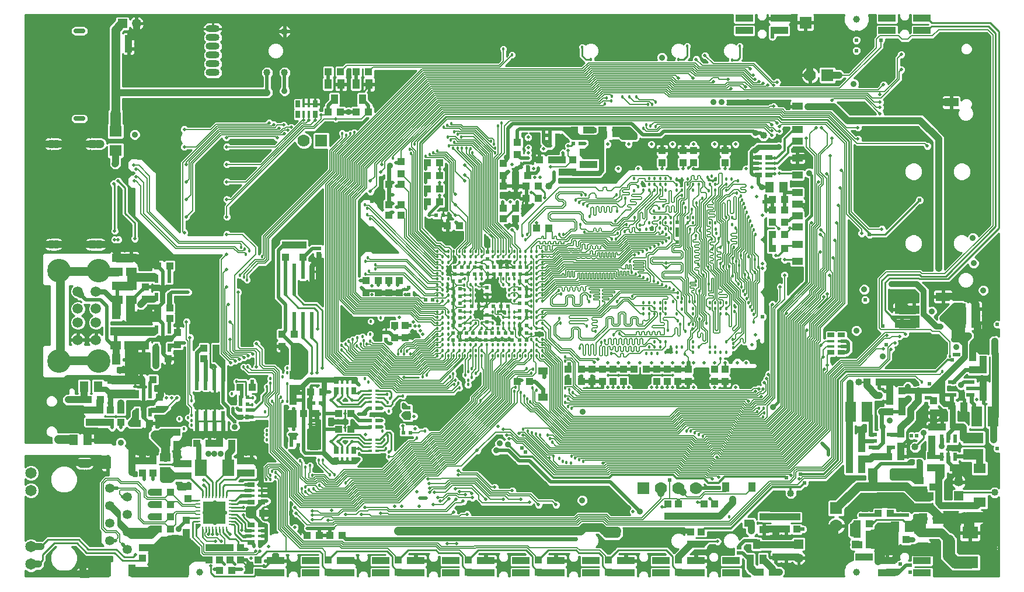
<source format=gbr>
G75*
G70*
%OFA0B0*%
%FSLAX24Y24*%
%IPPOS*%
%LPD*%
%AMOC8*
5,1,8,0,0,1.08239X$1,22.5*
%
%ADD10C,0.0591*%
%ADD11R,0.0700X0.0700*%
%ADD12R,0.0400X0.0400*%
%ADD13R,0.0531X0.0531*%
%ADD14C,0.0531*%
%ADD15R,0.0472X0.0217*%
%ADD16R,0.0200X0.0300*%
%ADD17R,0.0630X0.1181*%
%ADD18R,0.0551X0.0394*%
%ADD19R,0.1000X0.0400*%
%ADD20R,0.0500X0.0600*%
%ADD21R,0.0217X0.0472*%
%ADD22R,0.0600X0.0500*%
%ADD23R,0.0709X0.0709*%
%ADD24R,0.0238X0.0238*%
%ADD25R,0.1181X0.0630*%
%ADD26R,0.0571X0.0709*%
%ADD27R,0.0900X0.0700*%
%ADD28C,0.0650*%
%ADD29C,0.0472*%
%ADD30R,0.0240X0.1150*%
%ADD31C,0.0700*%
%ADD32R,0.0709X0.0630*%
%ADD33R,0.0230X0.0240*%
%ADD34R,0.0240X0.0230*%
%ADD35R,0.0320X0.0200*%
%ADD36R,0.0400X0.0250*%
%ADD37R,0.0400X0.0150*%
%ADD38C,0.0277*%
%ADD39R,0.0250X0.0400*%
%ADD40R,0.0150X0.0400*%
%ADD41C,0.0400*%
%ADD42R,0.0591X0.0394*%
%ADD43R,0.0787X0.0472*%
%ADD44R,0.0394X0.0551*%
%ADD45C,0.1345*%
%ADD46R,0.0300X0.0200*%
%ADD47O,0.0800X0.0400*%
%ADD48C,0.0394*%
%ADD49C,0.0100*%
%ADD50R,0.0400X0.0700*%
%ADD51R,0.0246X0.0128*%
%ADD52R,0.0246X0.0098*%
%ADD53R,0.0709X0.0945*%
%ADD54R,0.0098X0.0295*%
%ADD55R,0.0295X0.0098*%
%ADD56R,0.1260X0.1260*%
%ADD57C,0.0768*%
%ADD58R,0.0709X0.0571*%
%ADD59R,0.0217X0.0197*%
%ADD60C,0.0886*%
%ADD61R,0.0236X0.0866*%
%ADD62C,0.0180*%
%ADD63C,0.0198*%
%ADD64C,0.0237*%
%ADD65C,0.0200*%
%ADD66C,0.0240*%
%ADD67C,0.0354*%
%ADD68C,0.0400*%
%ADD69C,0.0060*%
%ADD70C,0.0050*%
%ADD71C,0.0160*%
%ADD72C,0.0080*%
%ADD73C,0.2165*%
%ADD74C,0.0120*%
%ADD75C,0.0300*%
%ADD76C,0.0600*%
%ADD77C,0.0800*%
%ADD78C,0.0500*%
%ADD79C,0.0320*%
%ADD80C,0.0700*%
%ADD81C,0.0150*%
D10*
X008927Y021032D03*
X009958Y021032D03*
X009958Y022017D03*
X008927Y022017D03*
X008927Y022804D03*
X009958Y022804D03*
X009958Y023788D03*
X008927Y023788D03*
X058654Y009613D03*
X058654Y009494D03*
X058654Y009376D03*
X058654Y009258D03*
X058654Y009140D03*
X058654Y009022D03*
X058654Y008904D03*
X058654Y008786D03*
X058654Y008668D03*
X061016Y008668D03*
X061016Y008786D03*
X061016Y008904D03*
X061016Y009022D03*
X061016Y009140D03*
X061016Y009258D03*
X061016Y009376D03*
X061016Y009494D03*
X060367Y010892D03*
X060288Y010892D03*
X060170Y010892D03*
X060052Y010892D03*
X059934Y010892D03*
X059816Y010892D03*
X059697Y010892D03*
X059579Y010892D03*
X059501Y010892D03*
D11*
X052227Y011410D03*
X041227Y012560D03*
X022827Y032410D03*
X050477Y039160D03*
X051727Y036160D03*
D12*
X045877Y031860D03*
X045877Y031160D03*
X044077Y031160D03*
X043477Y031160D03*
X043477Y031860D03*
X044077Y031860D03*
X042277Y031860D03*
X042277Y031160D03*
X038377Y031060D03*
X037777Y031060D03*
X037177Y031310D03*
X036577Y031310D03*
X035977Y031310D03*
X035277Y031310D03*
X034627Y030410D03*
X034527Y029810D03*
X033927Y029810D03*
X033927Y030410D03*
X033227Y030410D03*
X033227Y029810D03*
X034527Y029110D03*
X035227Y029110D03*
X035227Y029810D03*
X036577Y030610D03*
X037177Y030610D03*
X037777Y031760D03*
X038377Y031760D03*
X037977Y033010D03*
X037277Y033010D03*
X034027Y032310D03*
X034027Y031610D03*
X033227Y031110D03*
X029577Y031160D03*
X028877Y031160D03*
X028877Y030410D03*
X029577Y030410D03*
X029577Y029660D03*
X028877Y029660D03*
X028877Y028910D03*
X029577Y028910D03*
X030027Y027560D03*
X030727Y027560D03*
X033227Y027960D03*
X033227Y028560D03*
X033927Y028560D03*
X033927Y027960D03*
X035127Y027410D03*
X035827Y027410D03*
X027377Y028160D03*
X027377Y028760D03*
X026677Y028760D03*
X026677Y028160D03*
X026677Y029910D03*
X027377Y029910D03*
X027377Y030510D03*
X027377Y031210D03*
X025527Y034060D03*
X024827Y034060D03*
X023927Y034060D03*
X023227Y034060D03*
X023227Y036360D03*
X023927Y036360D03*
X024827Y036360D03*
X025527Y036360D03*
X011827Y037660D03*
X011827Y038260D03*
X011127Y038260D03*
X011127Y037660D03*
X020777Y026460D03*
X020777Y025760D03*
X021777Y025760D03*
X021777Y026460D03*
X025377Y024410D03*
X026077Y024410D03*
X026677Y024410D03*
X027277Y024410D03*
X027277Y023710D03*
X026677Y023710D03*
X026077Y023710D03*
X025377Y023710D03*
X027027Y021860D03*
X027627Y021860D03*
X027627Y021160D03*
X027027Y021160D03*
X022927Y018060D03*
X022227Y018060D03*
X021227Y017510D03*
X021227Y016810D03*
X021827Y016810D03*
X022527Y016810D03*
X023827Y016810D03*
X024527Y016810D03*
X024527Y015910D03*
X023827Y015910D03*
X021227Y016210D03*
X021227Y015510D03*
X018827Y014110D03*
X018227Y014110D03*
X018227Y013410D03*
X018827Y013410D03*
X017727Y015110D03*
X017027Y015110D03*
X016427Y015110D03*
X015727Y015110D03*
X014577Y015060D03*
X014577Y015760D03*
X013027Y016260D03*
X012327Y016260D03*
X013577Y017060D03*
X013577Y017760D03*
X013227Y018760D03*
X012527Y018760D03*
X013377Y019960D03*
X014077Y019960D03*
X014627Y020760D03*
X014627Y021460D03*
X014177Y022260D03*
X014177Y022860D03*
X013477Y022860D03*
X013477Y022260D03*
X012777Y023360D03*
X012777Y024060D03*
X013477Y025260D03*
X014177Y025260D03*
X020577Y021360D03*
X021277Y021360D03*
X021277Y020660D03*
X020577Y020660D03*
X018877Y018310D03*
X018177Y018310D03*
X016827Y019960D03*
X016827Y020560D03*
X016127Y020560D03*
X016127Y019960D03*
X011377Y017010D03*
X010777Y017010D03*
X010177Y017010D03*
X009577Y017010D03*
X009577Y016310D03*
X010177Y016310D03*
X010777Y016310D03*
X011377Y016310D03*
X010227Y017610D03*
X009527Y017610D03*
X012627Y014110D03*
X013227Y014110D03*
X013227Y013410D03*
X012627Y013410D03*
X013527Y012310D03*
X014227Y012310D03*
X014227Y011610D03*
X014227Y010910D03*
X013527Y010910D03*
X013527Y011610D03*
X013527Y010210D03*
X014227Y010210D03*
X015127Y010010D03*
X015127Y010710D03*
X015227Y011960D03*
X015227Y012660D03*
X015227Y013240D03*
X014627Y013240D03*
X014627Y013940D03*
X015227Y013940D03*
X018777Y011110D03*
X019477Y011110D03*
X022027Y009860D03*
X022727Y009860D03*
X023327Y009860D03*
X024027Y009860D03*
X023227Y008460D03*
X023227Y007760D03*
X027227Y007760D03*
X027227Y008460D03*
X031227Y008460D03*
X031227Y007760D03*
X035227Y007760D03*
X035227Y008460D03*
X039227Y008460D03*
X039227Y007760D03*
X043227Y007760D03*
X043227Y008460D03*
X043927Y009360D03*
X044527Y009360D03*
X044527Y010060D03*
X043927Y010060D03*
X043227Y010960D03*
X042627Y010960D03*
X042627Y011660D03*
X043227Y011660D03*
X044677Y011660D03*
X045277Y011660D03*
X045277Y010960D03*
X044677Y010960D03*
X048777Y010910D03*
X049377Y010910D03*
X049977Y010910D03*
X049977Y010210D03*
X049377Y010210D03*
X048777Y010210D03*
X048777Y009310D03*
X049377Y009310D03*
X049377Y008610D03*
X048777Y008610D03*
X048577Y007760D03*
X047877Y007760D03*
X053527Y008610D03*
X054127Y008610D03*
X054127Y009310D03*
X053527Y009310D03*
X053427Y009910D03*
X054127Y009910D03*
X054127Y010510D03*
X053427Y010510D03*
X054627Y011110D03*
X055327Y011110D03*
X055527Y009610D03*
X056227Y009610D03*
X057627Y013710D03*
X058227Y013710D03*
X058927Y013710D03*
X057627Y014410D03*
X057677Y015360D03*
X057677Y016060D03*
X058277Y016060D03*
X058977Y016060D03*
X057777Y016860D03*
X057777Y017560D03*
X058827Y017260D03*
X059527Y017260D03*
X060627Y017760D03*
X060627Y018360D03*
X061327Y018360D03*
X061327Y017760D03*
X061327Y019310D03*
X060627Y019310D03*
X060027Y019310D03*
X060027Y020010D03*
X060627Y019910D03*
X061327Y019910D03*
X055977Y018110D03*
X055277Y018110D03*
X054677Y018610D03*
X053977Y018610D03*
X055277Y017510D03*
X055277Y016910D03*
X055977Y016910D03*
X055977Y017510D03*
X055927Y015660D03*
X055927Y014960D03*
X055927Y014360D03*
X055227Y014360D03*
X053677Y014210D03*
X053677Y013610D03*
X052977Y013610D03*
X052977Y014210D03*
X052977Y014810D03*
X053677Y014810D03*
X053677Y015410D03*
X052977Y015410D03*
X045877Y018660D03*
X045277Y018660D03*
X045277Y019360D03*
X045877Y019360D03*
X043777Y019360D03*
X043177Y019360D03*
X042577Y019360D03*
X041977Y019360D03*
X041377Y019360D03*
X040677Y019360D03*
X040077Y019360D03*
X039477Y019360D03*
X038877Y019360D03*
X038277Y019360D03*
X037677Y019360D03*
X037677Y018660D03*
X038277Y018660D03*
X038877Y018660D03*
X039477Y018660D03*
X040077Y018660D03*
X041977Y018660D03*
X042577Y018660D03*
X043177Y018660D03*
X043777Y018660D03*
X036902Y018660D03*
X036902Y019360D03*
X034727Y018660D03*
X034027Y018660D03*
X048577Y026260D03*
X049277Y026260D03*
X049277Y027060D03*
X048577Y027060D03*
X048577Y027760D03*
X049277Y027760D03*
X049277Y028460D03*
X049277Y029060D03*
X048577Y029060D03*
X048577Y028460D03*
X018227Y009160D03*
X017627Y009160D03*
X017027Y009160D03*
X016427Y009160D03*
X016427Y008460D03*
X017027Y008460D03*
X017027Y007860D03*
X017727Y007860D03*
X017627Y008460D03*
X018227Y008460D03*
X019227Y008460D03*
X019227Y007760D03*
X012627Y007860D03*
X012627Y008560D03*
X012627Y009160D03*
X012627Y009860D03*
D13*
X050077Y009354D03*
X059227Y012117D03*
X011483Y039110D03*
D14*
X012271Y039110D03*
X010765Y012564D03*
X011765Y012064D03*
X010765Y011564D03*
X011765Y011064D03*
X010765Y010564D03*
X011765Y010064D03*
X010765Y009564D03*
X011765Y009064D03*
X050077Y008567D03*
X059227Y012904D03*
D15*
X055339Y014886D03*
X055339Y015634D03*
X054315Y015634D03*
X054315Y015260D03*
X054315Y014886D03*
X058865Y017886D03*
X059889Y017886D03*
X059889Y018260D03*
X059889Y018634D03*
X058865Y018634D03*
D16*
X056927Y014060D03*
X056627Y014060D03*
X018577Y016610D03*
X018277Y016610D03*
D17*
X053054Y016910D03*
X053999Y016910D03*
X060254Y016660D03*
X061199Y016660D03*
D18*
X056944Y012984D03*
X056944Y012236D03*
X057810Y012610D03*
X048110Y010934D03*
X048110Y010186D03*
X047244Y010560D03*
X035477Y017762D03*
X035477Y019258D03*
D19*
X036227Y008410D03*
X036227Y007710D03*
X038227Y007710D03*
X038227Y008410D03*
X040227Y008410D03*
X040227Y007710D03*
X042227Y007710D03*
X042227Y008410D03*
X044227Y008410D03*
X044227Y007710D03*
X046227Y007710D03*
X046227Y008410D03*
X055127Y008410D03*
X055127Y007710D03*
X057127Y007710D03*
X057127Y008410D03*
X034227Y008410D03*
X034227Y007710D03*
X032227Y007710D03*
X032227Y008410D03*
X030227Y008410D03*
X030227Y007710D03*
X028227Y007710D03*
X028227Y008410D03*
X026227Y008410D03*
X026227Y007710D03*
X024227Y007710D03*
X024227Y008410D03*
X022227Y008410D03*
X022227Y007710D03*
X020227Y007710D03*
X020227Y008410D03*
X046977Y038710D03*
X046977Y039410D03*
X048977Y039410D03*
X048977Y038710D03*
X055127Y038710D03*
X055127Y039410D03*
X057127Y039410D03*
X057127Y038710D03*
D20*
X049227Y029760D03*
X048427Y029760D03*
X039677Y032910D03*
X038877Y032910D03*
X059377Y022810D03*
X060177Y022810D03*
X060177Y022010D03*
X059377Y022010D03*
X057977Y010810D03*
X057177Y010810D03*
X056377Y010360D03*
X055577Y010360D03*
X011927Y019910D03*
X011127Y019910D03*
X010077Y018360D03*
X009277Y018360D03*
X009477Y015310D03*
X008677Y015310D03*
X011127Y022510D03*
X011927Y022510D03*
D21*
X013403Y021622D03*
X013777Y021622D03*
X014151Y021622D03*
X014151Y020598D03*
X013403Y020598D03*
X013051Y017922D03*
X012677Y017922D03*
X012303Y017922D03*
X012303Y016898D03*
X013051Y016898D03*
X013403Y023498D03*
X014151Y023498D03*
X014151Y024522D03*
X013777Y024522D03*
X013403Y024522D03*
X058253Y015372D03*
X058627Y015372D03*
X059001Y015372D03*
X059001Y014348D03*
X058627Y014348D03*
X058253Y014348D03*
D22*
X057177Y010010D03*
X057177Y009210D03*
X056677Y021960D03*
X055877Y021960D03*
X055877Y022760D03*
X056677Y022760D03*
X021327Y019010D03*
X021327Y018210D03*
X013927Y014310D03*
X013927Y013510D03*
X011727Y017960D03*
X010927Y017960D03*
X010927Y018760D03*
X011727Y018760D03*
X011877Y020710D03*
X012677Y020710D03*
X012677Y021510D03*
X011877Y021510D03*
X011077Y021510D03*
X011077Y020710D03*
X011177Y023310D03*
X011977Y023310D03*
X011977Y024110D03*
X011177Y024110D03*
X011177Y024910D03*
X011977Y024910D03*
X011977Y025710D03*
X011177Y025710D03*
D23*
X057227Y020210D03*
D24*
X057483Y019817D03*
X057621Y019954D03*
X057857Y019954D03*
X057857Y020466D03*
X057621Y020466D03*
X057483Y020604D03*
X057483Y020840D03*
X056971Y020840D03*
X056971Y020604D03*
X056833Y020466D03*
X056597Y020466D03*
X056597Y019954D03*
X056833Y019954D03*
X056971Y019817D03*
X056971Y019580D03*
X057483Y019580D03*
D25*
X060037Y015423D03*
X060037Y014478D03*
D26*
X056240Y013360D03*
X054314Y013360D03*
D27*
X059877Y010017D03*
X059877Y008303D03*
D28*
X006257Y008208D03*
X006257Y009208D03*
X006257Y012413D03*
X006257Y013413D03*
D29*
X009111Y013960D03*
X009190Y013960D03*
X009269Y013960D03*
X009347Y013960D03*
X009426Y013960D03*
X009505Y013960D03*
X009505Y007661D03*
X009426Y007661D03*
X009347Y007661D03*
X009269Y007661D03*
X009190Y007661D03*
X009111Y007661D03*
X009662Y026486D03*
X009761Y026486D03*
X009879Y026486D03*
X010036Y026486D03*
X010095Y026486D03*
X010214Y026486D03*
X007753Y026496D03*
X007635Y026486D03*
X007477Y026486D03*
X007359Y026486D03*
X007359Y032234D03*
X007477Y032234D03*
X007635Y032234D03*
X007753Y032234D03*
X009662Y032234D03*
X009761Y032234D03*
X009879Y032234D03*
X010036Y032234D03*
X010095Y032234D03*
X010214Y032234D03*
X047427Y007910D03*
D30*
X017227Y016387D03*
X016727Y016387D03*
X016227Y016387D03*
X015727Y016387D03*
X015727Y018734D03*
X016227Y018734D03*
X016727Y018734D03*
X017227Y018734D03*
D31*
X021827Y032410D03*
X050727Y036160D03*
X044227Y012560D03*
X043227Y012560D03*
X042227Y012560D03*
X052227Y010410D03*
D32*
X011077Y031859D03*
X011077Y032961D03*
D33*
X027827Y024010D03*
X027827Y023610D03*
X030467Y024790D03*
X030837Y024790D03*
X031207Y024790D03*
X031577Y024790D03*
X031947Y024790D03*
X032327Y024790D03*
X032697Y024790D03*
X033067Y024790D03*
X033437Y024790D03*
X033807Y024790D03*
X034177Y024790D03*
X034547Y024790D03*
X034547Y025190D03*
X034177Y025190D03*
X033807Y025190D03*
X033437Y025190D03*
X033067Y025190D03*
X032697Y025190D03*
X032327Y025190D03*
X031947Y025190D03*
X031577Y025190D03*
X031207Y025190D03*
X030837Y025190D03*
X030467Y025190D03*
X032327Y025660D03*
X032327Y026060D03*
X032297Y024030D03*
X032297Y023630D03*
X032297Y022440D03*
X032297Y022040D03*
X032232Y021410D03*
X032587Y021410D03*
X032967Y021410D03*
X033347Y021410D03*
X033727Y021410D03*
X033727Y021010D03*
X033347Y021010D03*
X032967Y021010D03*
X032587Y021010D03*
X032232Y021010D03*
X031877Y021010D03*
X031497Y021010D03*
X031117Y021010D03*
X031117Y021410D03*
X031497Y021410D03*
X031877Y021410D03*
X026527Y021460D03*
X026527Y021060D03*
D34*
X028787Y023330D03*
X029187Y023330D03*
X030357Y023530D03*
X030757Y023530D03*
X030757Y023110D03*
X030357Y023110D03*
X030357Y022690D03*
X030757Y022690D03*
X030757Y022270D03*
X030357Y022270D03*
X030357Y021850D03*
X030757Y021850D03*
X030757Y021430D03*
X030357Y021430D03*
X030357Y021010D03*
X030757Y021010D03*
X031407Y022960D03*
X031807Y022960D03*
X032247Y022960D03*
X032647Y022960D03*
X033087Y022960D03*
X033487Y022960D03*
X034137Y023110D03*
X034537Y023110D03*
X034537Y022690D03*
X034137Y022690D03*
X034137Y022270D03*
X034537Y022270D03*
X034537Y021850D03*
X034137Y021850D03*
X034137Y021430D03*
X034537Y021430D03*
X034537Y021010D03*
X034137Y021010D03*
X034137Y023530D03*
X034537Y023530D03*
X034537Y023950D03*
X034137Y023950D03*
X034137Y024370D03*
X034537Y024370D03*
X030757Y024370D03*
X030357Y024370D03*
X030357Y023950D03*
X030757Y023950D03*
X029777Y028160D03*
X029377Y028160D03*
X034227Y030910D03*
X034627Y030910D03*
X035877Y032360D03*
X035877Y032710D03*
X036277Y032710D03*
X036277Y032360D03*
X037227Y032260D03*
X037627Y032260D03*
X018627Y017760D03*
X018627Y017360D03*
X018627Y017010D03*
X018227Y017010D03*
X018227Y017360D03*
X018227Y017760D03*
X021819Y016210D03*
X022219Y016210D03*
X021527Y015010D03*
X021127Y015010D03*
X022377Y017410D03*
X022777Y017410D03*
X025627Y017110D03*
X026027Y017110D03*
X026027Y016410D03*
X026027Y016060D03*
X025627Y016060D03*
X025627Y016410D03*
X027527Y015735D03*
X027927Y015735D03*
D35*
X033577Y029810D03*
X055627Y016910D03*
D36*
X052527Y020310D03*
X051927Y020310D03*
X051927Y021310D03*
X052527Y021310D03*
X048377Y030460D03*
X047777Y030460D03*
X047777Y031460D03*
X048377Y031460D03*
X019427Y012760D03*
X018827Y012760D03*
X018827Y011760D03*
X019427Y011760D03*
X019427Y010460D03*
X018827Y010460D03*
X018827Y009460D03*
X019427Y009460D03*
D37*
X019427Y009810D03*
X019427Y010110D03*
X018827Y010110D03*
X018827Y009810D03*
X018827Y012110D03*
X018827Y012410D03*
X019427Y012410D03*
X019427Y012110D03*
X047777Y030810D03*
X047777Y031110D03*
X048377Y031110D03*
X048377Y030810D03*
X051927Y020960D03*
X051927Y020660D03*
X052527Y020660D03*
X052527Y020960D03*
D38*
X017160Y011357D03*
X016924Y011593D03*
X016530Y011593D03*
X016294Y011357D03*
X016294Y010963D03*
X016530Y010727D03*
X016924Y010727D03*
X017160Y010963D03*
X009234Y033674D03*
X009156Y033674D03*
X009067Y033674D03*
X008969Y033674D03*
X008880Y033674D03*
X008801Y033674D03*
X008801Y038690D03*
X008880Y038690D03*
X008969Y038690D03*
X009067Y038690D03*
X009156Y038690D03*
X009234Y038690D03*
D39*
X021477Y034510D03*
X021477Y033910D03*
X022477Y033910D03*
X022477Y034510D03*
X023677Y018710D03*
X023677Y018110D03*
X024677Y018110D03*
X024677Y018710D03*
X024677Y014710D03*
X024677Y014110D03*
X023677Y014110D03*
X023677Y014710D03*
D40*
X024027Y014710D03*
X024327Y014710D03*
X024327Y014110D03*
X024027Y014110D03*
X024027Y018110D03*
X024327Y018110D03*
X024327Y018710D03*
X024027Y018710D03*
X022127Y033910D03*
X021827Y033910D03*
X021827Y034510D03*
X022127Y034510D03*
D41*
X020727Y036310D03*
X019727Y036310D03*
X020727Y038660D03*
X035827Y029810D03*
X048077Y032710D03*
X059777Y021260D03*
X053527Y018610D03*
X053027Y018110D03*
X056727Y014910D03*
X061277Y012310D03*
X049627Y012260D03*
D42*
X050003Y025517D03*
X050003Y026502D03*
X050003Y027486D03*
X050003Y028135D03*
X050003Y028785D03*
X050003Y029458D03*
X050003Y030443D03*
X050003Y031427D03*
X050003Y032383D03*
X050003Y033053D03*
X050003Y034372D03*
D43*
X058803Y034604D03*
X058330Y023502D03*
D44*
X047425Y012610D03*
X045929Y012610D03*
X047677Y009343D03*
X048051Y008477D03*
X047303Y008477D03*
X025177Y034777D03*
X025551Y035643D03*
X024803Y035643D03*
X023951Y035643D03*
X023203Y035643D03*
X023577Y034777D03*
D45*
X010108Y024997D03*
X007864Y024997D03*
X007864Y019824D03*
X010108Y019824D03*
D46*
X022677Y025960D03*
X022677Y026260D03*
X027777Y017160D03*
X027777Y016860D03*
X027777Y016560D03*
X027777Y016260D03*
X046677Y009160D03*
X046677Y008860D03*
D47*
X016627Y036310D03*
X016627Y036810D03*
X016627Y037310D03*
X016627Y037810D03*
X016627Y038310D03*
X016627Y038810D03*
D48*
X053377Y039360D03*
X053377Y007760D03*
X015877Y007760D03*
D49*
X005927Y007867D02*
X005927Y007510D01*
X008755Y007510D01*
X008725Y007584D01*
X008725Y007737D01*
X008784Y007879D01*
X008892Y007988D01*
X009034Y008047D01*
X009188Y008047D01*
X009218Y008047D01*
X009267Y008067D01*
X009319Y008067D01*
X009319Y008047D01*
X009345Y008047D01*
X009347Y008046D01*
X009349Y008047D01*
X009376Y008047D01*
X009376Y008067D01*
X009428Y008067D01*
X009476Y008047D01*
X009503Y008047D01*
X009582Y008047D01*
X009724Y007988D01*
X009832Y007879D01*
X009891Y007737D01*
X009891Y007584D01*
X009861Y007510D01*
X010257Y007510D01*
X010257Y007810D01*
X010577Y007810D01*
X010677Y007810D01*
X010677Y007510D01*
X010577Y007510D01*
X010577Y007810D01*
X010577Y007910D01*
X010257Y007910D01*
X010257Y008281D01*
X010356Y008380D01*
X010577Y008380D01*
X010577Y007910D01*
X010677Y007910D01*
X010677Y008380D01*
X010877Y008380D01*
X010877Y008660D01*
X009344Y008660D01*
X009227Y008777D01*
X008794Y009210D01*
X008580Y009210D01*
X008788Y009002D01*
X008907Y008715D01*
X008907Y008405D01*
X008788Y008118D01*
X008569Y007899D01*
X008282Y007780D01*
X007972Y007780D01*
X007685Y007899D01*
X007466Y008118D01*
X007347Y008405D01*
X007347Y008715D01*
X007466Y009002D01*
X007451Y009002D01*
X007466Y009002D02*
X007674Y009210D01*
X007660Y009210D01*
X007127Y008677D01*
X007127Y008377D01*
X007027Y008277D01*
X007027Y008065D01*
X006822Y007860D01*
X006581Y007860D01*
X006526Y007805D01*
X006352Y007733D01*
X006163Y007733D01*
X005988Y007805D01*
X005927Y007867D01*
X005927Y007819D02*
X005974Y007819D01*
X005927Y007721D02*
X008725Y007721D01*
X008725Y007622D02*
X005927Y007622D01*
X005927Y007524D02*
X008750Y007524D01*
X008759Y007819D02*
X008376Y007819D01*
X008588Y007918D02*
X008822Y007918D01*
X008686Y008016D02*
X008961Y008016D01*
X008785Y008115D02*
X010257Y008115D01*
X010257Y008016D02*
X009655Y008016D01*
X009794Y007918D02*
X010257Y007918D01*
X010257Y007721D02*
X009891Y007721D01*
X009891Y007622D02*
X010257Y007622D01*
X010257Y007524D02*
X009866Y007524D01*
X009857Y007819D02*
X010577Y007819D01*
X010577Y007721D02*
X010677Y007721D01*
X010677Y007622D02*
X010577Y007622D01*
X010577Y007524D02*
X010677Y007524D01*
X010677Y007918D02*
X010577Y007918D01*
X010577Y008016D02*
X010677Y008016D01*
X010677Y008115D02*
X010577Y008115D01*
X010577Y008214D02*
X010677Y008214D01*
X010677Y008312D02*
X010577Y008312D01*
X010288Y008312D02*
X008868Y008312D01*
X008907Y008411D02*
X010877Y008411D01*
X010877Y008509D02*
X008907Y008509D01*
X008907Y008608D02*
X010877Y008608D01*
X011027Y008860D02*
X011477Y008410D01*
X012627Y008410D01*
X012627Y008560D01*
X012977Y008608D02*
X016032Y008608D01*
X016054Y008585D02*
X016057Y008585D01*
X016057Y008510D01*
X016377Y008510D01*
X016377Y008410D01*
X016221Y008410D01*
X016215Y008414D01*
X016155Y008442D01*
X016092Y008464D01*
X016027Y008481D01*
X015960Y008491D01*
X015894Y008496D01*
X015827Y008494D01*
X015760Y008487D01*
X015694Y008473D01*
X015630Y008454D01*
X015568Y008428D01*
X015509Y008398D01*
X015453Y008361D01*
X015452Y008361D01*
X015400Y008320D01*
X015400Y008320D01*
X015351Y008275D01*
X015351Y008275D01*
X015306Y008225D01*
X015306Y008225D01*
X015266Y008171D01*
X015266Y008171D01*
X015231Y008114D01*
X015231Y008114D01*
X015202Y008053D01*
X015178Y007991D01*
X015178Y007991D01*
X015160Y007926D01*
X015148Y007860D01*
X015142Y007794D01*
X015142Y007794D01*
X015142Y007727D01*
X015142Y007727D01*
X015148Y007660D01*
X015160Y007594D01*
X015178Y007530D01*
X015178Y007530D01*
X015185Y007510D01*
X012917Y007510D01*
X012997Y007590D01*
X012997Y007810D01*
X012677Y007810D01*
X012677Y007510D01*
X012577Y007510D01*
X012577Y007810D01*
X012677Y007810D01*
X012677Y007910D01*
X012997Y007910D01*
X012997Y008131D01*
X012903Y008224D01*
X012977Y008298D01*
X012977Y008822D01*
X012953Y008846D01*
X012997Y008890D01*
X012997Y009110D01*
X012677Y009110D01*
X012677Y009210D01*
X012997Y009210D01*
X012997Y009210D01*
X013160Y009210D01*
X013710Y009760D01*
X014757Y009760D01*
X014757Y009740D01*
X014856Y009640D01*
X015077Y009640D01*
X015077Y009960D01*
X015177Y009960D01*
X015177Y009640D01*
X015314Y009640D01*
X015394Y009560D01*
X015429Y009560D01*
X015852Y009138D01*
X015852Y008933D01*
X015852Y008788D01*
X015952Y008688D01*
X016054Y008585D01*
X015933Y008706D02*
X012977Y008706D01*
X012977Y008805D02*
X015852Y008805D01*
X015852Y008903D02*
X012997Y008903D01*
X012997Y009002D02*
X015852Y009002D01*
X015852Y009100D02*
X012997Y009100D01*
X013247Y009298D02*
X015692Y009298D01*
X015594Y009396D02*
X013346Y009396D01*
X013444Y009495D02*
X015495Y009495D01*
X015361Y009593D02*
X013543Y009593D01*
X013641Y009692D02*
X014805Y009692D01*
X015077Y009692D02*
X015177Y009692D01*
X015177Y009790D02*
X015077Y009790D01*
X015077Y009889D02*
X015177Y009889D01*
X015477Y009760D02*
X015477Y010610D01*
X015535Y010668D01*
X015772Y010668D01*
X015772Y010471D02*
X015877Y010471D01*
X015877Y010460D01*
X015677Y010260D01*
X015677Y010360D01*
X015777Y010460D01*
X015772Y010471D02*
X015688Y010471D01*
X015677Y010460D01*
X015677Y010360D01*
X015677Y010260D02*
X015677Y009810D01*
X016038Y009749D02*
X016038Y010206D01*
X016235Y010206D02*
X016235Y010068D01*
X016377Y009960D02*
X016432Y010015D01*
X016432Y010206D01*
X016629Y010206D02*
X016629Y009909D01*
X016627Y009910D01*
X016825Y009962D02*
X016877Y009910D01*
X016825Y009962D02*
X016825Y010206D01*
X017022Y010206D02*
X017022Y010065D01*
X017219Y010018D02*
X017577Y009660D01*
X017927Y009660D01*
X018077Y009510D01*
X018077Y009160D01*
X018227Y009160D01*
X018277Y009560D02*
X018627Y009560D01*
X018727Y009460D01*
X018827Y009460D01*
X018527Y009760D02*
X018377Y009760D01*
X018277Y009860D01*
X018477Y009860D01*
X018527Y009810D01*
X018277Y009860D02*
X018077Y010060D01*
X018077Y010460D01*
X017869Y010668D01*
X017682Y010668D01*
X017682Y010471D02*
X017816Y010471D01*
X017877Y010410D01*
X017877Y009960D01*
X018277Y009560D01*
X018277Y010160D02*
X018277Y010510D01*
X017922Y010865D01*
X017682Y010865D01*
X017682Y011062D02*
X017975Y011062D01*
X018477Y010560D01*
X018477Y010260D01*
X018627Y010110D01*
X018527Y010110D02*
X018477Y010160D01*
X018477Y010260D01*
X018727Y010460D02*
X018727Y010560D01*
X018377Y010910D01*
X018377Y011010D01*
X018627Y011210D02*
X018579Y011259D01*
X017682Y011259D01*
X017682Y011456D02*
X018122Y011456D01*
X018127Y011460D01*
X018377Y011460D01*
X018247Y011710D02*
X018077Y011710D01*
X018127Y011760D01*
X018197Y011760D01*
X018077Y011710D02*
X018019Y011652D01*
X017682Y011652D01*
X017682Y011849D02*
X017916Y011849D01*
X018127Y012060D01*
X018247Y012060D01*
X018247Y012110D02*
X018177Y012110D01*
X018127Y012060D01*
X018477Y012410D02*
X017477Y012410D01*
X017416Y012349D01*
X017416Y012115D01*
X017219Y012115D02*
X017219Y012652D01*
X017327Y012760D01*
X018477Y012760D01*
X018323Y012960D02*
X018110Y012960D01*
X018210Y013060D01*
X018972Y013060D01*
X019089Y013060D01*
X019177Y013148D01*
X019177Y013265D01*
X019177Y013555D01*
X019177Y013672D01*
X019103Y013746D01*
X019197Y013840D01*
X019197Y014060D01*
X018877Y014060D01*
X018877Y014160D01*
X019197Y014160D01*
X019197Y014381D01*
X019097Y014480D01*
X018877Y014480D01*
X018877Y014160D01*
X018777Y014160D01*
X018777Y014060D01*
X018457Y014060D01*
X018277Y014060D01*
X018277Y014160D01*
X018457Y014160D01*
X018777Y014160D01*
X018777Y014480D01*
X018556Y014480D01*
X018527Y014451D01*
X018497Y014480D01*
X018277Y014480D01*
X018277Y014160D01*
X018177Y014160D01*
X018177Y014480D01*
X017992Y014480D01*
X018077Y014565D01*
X018077Y015255D01*
X018077Y015372D01*
X017989Y015460D01*
X017872Y015460D01*
X017582Y015460D01*
X017465Y015460D01*
X017391Y015386D01*
X017297Y015480D01*
X017077Y015480D01*
X017077Y015160D01*
X016977Y015160D01*
X016977Y015060D01*
X016657Y015060D01*
X016477Y015060D01*
X016477Y015160D01*
X016657Y015160D01*
X016977Y015160D01*
X016977Y015480D01*
X016756Y015480D01*
X016727Y015451D01*
X016697Y015480D01*
X016477Y015480D01*
X016477Y015160D01*
X016377Y015160D01*
X016377Y015480D01*
X016156Y015480D01*
X016063Y015386D01*
X015989Y015460D01*
X015465Y015460D01*
X015377Y015372D01*
X015377Y015001D01*
X015319Y015025D01*
X015134Y015025D01*
X014964Y014954D01*
X014947Y014938D01*
X014947Y015010D01*
X014627Y015010D01*
X014627Y014690D01*
X014778Y014690D01*
X014762Y014653D01*
X014762Y014468D01*
X014827Y014310D01*
X014677Y014310D01*
X014677Y013990D01*
X014997Y013990D01*
X015177Y013990D01*
X015177Y013890D01*
X014997Y013890D01*
X014677Y013890D01*
X014677Y013990D01*
X014577Y013990D01*
X014577Y013890D01*
X014309Y013890D01*
X014289Y013910D01*
X013597Y013910D01*
X013597Y013910D01*
X014289Y013910D01*
X014369Y013990D01*
X014577Y013990D01*
X014577Y014310D01*
X014377Y014310D01*
X014377Y014622D01*
X014327Y014672D01*
X014327Y014690D01*
X014527Y014690D01*
X014527Y015010D01*
X014627Y015010D01*
X014627Y015110D01*
X014947Y015110D01*
X014947Y015331D01*
X014853Y015424D01*
X014927Y015498D01*
X014927Y015721D01*
X014929Y015720D01*
X015025Y015720D01*
X015113Y015757D01*
X015180Y015824D01*
X015217Y015912D01*
X015217Y016008D01*
X015180Y016096D01*
X015113Y016164D01*
X015025Y016200D01*
X014929Y016200D01*
X014841Y016164D01*
X014788Y016110D01*
X014315Y016110D01*
X013582Y016110D01*
X013482Y016010D01*
X013397Y016010D01*
X013397Y016210D01*
X013077Y016210D01*
X013077Y015896D01*
X012927Y015747D01*
X012927Y015374D01*
X013191Y015110D01*
X013527Y014774D01*
X013527Y014672D01*
X013477Y014622D01*
X013477Y014480D01*
X013277Y014480D01*
X013277Y014160D01*
X013177Y014160D01*
X013177Y014060D01*
X012857Y014060D01*
X012677Y014060D01*
X012677Y014160D01*
X012857Y014160D01*
X013177Y014160D01*
X013177Y014480D01*
X012956Y014480D01*
X012927Y014451D01*
X012897Y014480D01*
X012677Y014480D01*
X012677Y014160D01*
X012577Y014160D01*
X012577Y014480D01*
X012356Y014480D01*
X012352Y014476D01*
X012297Y014530D01*
X012077Y014530D01*
X012077Y014060D01*
X011977Y014060D01*
X011977Y014530D01*
X011977Y014643D01*
X011860Y014760D01*
X011827Y014793D01*
X011827Y014860D01*
X011760Y014860D01*
X011650Y014970D01*
X011654Y014975D01*
X011704Y015095D01*
X011704Y015225D01*
X011654Y015346D01*
X011562Y015438D01*
X011442Y015487D01*
X011312Y015487D01*
X011192Y015438D01*
X011100Y015346D01*
X011050Y015225D01*
X011050Y015095D01*
X011064Y015060D01*
X010960Y015060D01*
X010860Y015160D01*
X009897Y015160D01*
X009897Y015260D01*
X009527Y015260D01*
X009527Y015360D01*
X009897Y015360D01*
X009897Y015681D01*
X009797Y015780D01*
X009527Y015780D01*
X009527Y015360D01*
X009427Y015360D01*
X009427Y015780D01*
X009156Y015780D01*
X009063Y015686D01*
X008989Y015760D01*
X008793Y015760D01*
X008393Y015760D01*
X007774Y015760D01*
X007774Y015866D01*
X007721Y015994D01*
X007623Y016091D01*
X007496Y016144D01*
X007358Y016144D01*
X007230Y016091D01*
X007133Y015994D01*
X007080Y015866D01*
X007080Y015728D01*
X007133Y015601D01*
X007230Y015503D01*
X007358Y015450D01*
X007427Y015450D01*
X007427Y015195D01*
X007461Y015160D01*
X005927Y015160D01*
X005927Y039610D01*
X046327Y039610D01*
X046327Y039148D01*
X046415Y039060D01*
X046327Y038972D01*
X046327Y038448D01*
X046415Y038360D01*
X047539Y038360D01*
X047627Y038448D01*
X047627Y038972D01*
X047539Y039060D01*
X046415Y039060D01*
X047539Y039060D01*
X047627Y039148D01*
X047627Y039610D01*
X047669Y039610D01*
X047669Y039499D01*
X047716Y039386D01*
X047803Y039300D01*
X047916Y039253D01*
X048038Y039253D01*
X048151Y039300D01*
X048238Y039386D01*
X048284Y039499D01*
X048284Y039610D01*
X048307Y039610D01*
X048307Y039460D01*
X048927Y039460D01*
X048927Y039360D01*
X048307Y039360D01*
X048307Y039140D01*
X048401Y039046D01*
X048327Y038972D01*
X048327Y038814D01*
X048327Y038607D01*
X048327Y038459D01*
X048308Y038414D01*
X048308Y038307D01*
X048327Y038261D01*
X048327Y038257D01*
X048330Y038253D01*
X048349Y038208D01*
X048425Y038132D01*
X048470Y038114D01*
X048473Y038110D01*
X048478Y038110D01*
X048523Y038091D01*
X048630Y038091D01*
X048676Y038110D01*
X048680Y038110D01*
X048684Y038114D01*
X048729Y038132D01*
X048805Y038208D01*
X048823Y038253D01*
X048827Y038257D01*
X048827Y038261D01*
X048846Y038307D01*
X048846Y038360D01*
X049539Y038360D01*
X049627Y038448D01*
X049627Y038972D01*
X049553Y039046D01*
X049647Y039140D01*
X049647Y039360D01*
X049027Y039360D01*
X049027Y039460D01*
X049647Y039460D01*
X049647Y039610D01*
X049987Y039610D01*
X049957Y039581D01*
X049957Y039210D01*
X050427Y039210D01*
X050427Y039110D01*
X050527Y039110D01*
X050527Y038640D01*
X050897Y038640D01*
X050997Y038740D01*
X050997Y039110D01*
X050527Y039110D01*
X050527Y039210D01*
X050997Y039210D01*
X050997Y039581D01*
X050967Y039610D01*
X052685Y039610D01*
X052678Y039591D01*
X052678Y039591D01*
X052660Y039526D01*
X052648Y039460D01*
X052642Y039394D01*
X052642Y039394D01*
X052642Y039327D01*
X052642Y039327D01*
X052648Y039260D01*
X052660Y039194D01*
X052678Y039130D01*
X052678Y039130D01*
X052702Y039067D01*
X052731Y039007D01*
X052731Y039007D01*
X052766Y038950D01*
X052766Y038950D01*
X052806Y038896D01*
X052806Y038896D01*
X052851Y038846D01*
X052900Y038800D01*
X052952Y038759D01*
X052953Y038759D01*
X053009Y038723D01*
X053068Y038692D01*
X053068Y038692D01*
X053130Y038667D01*
X053130Y038667D01*
X053194Y038647D01*
X053195Y038647D01*
X053260Y038634D01*
X053327Y038626D01*
X053394Y038624D01*
X053461Y038629D01*
X053527Y038640D01*
X053592Y038656D01*
X053655Y038679D01*
X053716Y038707D01*
X053774Y038740D01*
X053828Y038779D01*
X053879Y038822D01*
X053879Y038822D01*
X053926Y038870D01*
X053968Y038922D01*
X053968Y038922D01*
X054006Y038978D01*
X054038Y039037D01*
X054065Y039098D01*
X054086Y039162D01*
X054101Y039227D01*
X054110Y039293D01*
X054110Y039293D01*
X054113Y039360D01*
X054110Y039427D01*
X054110Y039427D01*
X054101Y039494D01*
X054086Y039559D01*
X054069Y039610D01*
X054477Y039610D01*
X054477Y039148D01*
X054565Y039060D01*
X054477Y038972D01*
X054477Y038448D01*
X054497Y038428D01*
X054454Y038385D01*
X054352Y038283D01*
X054352Y037783D01*
X052904Y036335D01*
X052697Y036335D01*
X052522Y036510D01*
X052227Y036510D01*
X052227Y036572D01*
X052139Y036660D01*
X051315Y036660D01*
X051227Y036572D01*
X051227Y036312D01*
X051168Y036455D01*
X051021Y036601D01*
X050830Y036680D01*
X050775Y036680D01*
X050775Y036209D01*
X050678Y036209D01*
X050678Y036112D01*
X050207Y036112D01*
X050207Y036057D01*
X050286Y035866D01*
X050432Y035719D01*
X050623Y035640D01*
X050678Y035640D01*
X050678Y036112D01*
X050775Y036112D01*
X050775Y035640D01*
X050830Y035640D01*
X051021Y035719D01*
X051168Y035866D01*
X051227Y036009D01*
X051227Y035748D01*
X051315Y035660D01*
X052139Y035660D01*
X052227Y035748D01*
X052227Y035810D01*
X052522Y035810D01*
X052697Y035985D01*
X052755Y035985D01*
X052354Y035585D01*
X049029Y035585D01*
X049063Y035619D01*
X049101Y035711D01*
X049101Y035810D01*
X049063Y035901D01*
X048993Y035971D01*
X048901Y036009D01*
X048802Y036009D01*
X048711Y035971D01*
X048675Y035935D01*
X048649Y035935D01*
X047702Y036883D01*
X047599Y036985D01*
X046835Y036985D01*
X046927Y037077D01*
X046927Y037671D01*
X046930Y037674D01*
X046967Y037762D01*
X046967Y037858D01*
X046930Y037946D01*
X046863Y038014D01*
X046775Y038050D01*
X046679Y038050D01*
X046591Y038014D01*
X046523Y037946D01*
X046516Y037928D01*
X046490Y037954D01*
X046319Y038025D01*
X046134Y038025D01*
X045964Y037954D01*
X045833Y037824D01*
X045762Y037653D01*
X045762Y037468D01*
X045833Y037297D01*
X045964Y037166D01*
X046064Y037124D01*
X046037Y037058D01*
X046037Y036985D01*
X045274Y036985D01*
X044976Y037284D01*
X045846Y037284D01*
X045797Y037382D02*
X044956Y037382D01*
X044938Y037426D02*
X044976Y037335D01*
X044976Y037284D01*
X045074Y037185D02*
X045944Y037185D01*
X046049Y037087D02*
X045173Y037087D01*
X045271Y036988D02*
X046037Y036988D01*
X046277Y037010D02*
X046577Y037010D01*
X046727Y037160D01*
X046727Y037810D01*
X046903Y037974D02*
X053183Y037974D01*
X053149Y038008D02*
X053225Y037932D01*
X053323Y037891D01*
X053430Y037891D01*
X053529Y037932D01*
X053605Y038008D01*
X053646Y038107D01*
X053646Y038214D01*
X053605Y038312D01*
X053529Y038388D01*
X053430Y038429D01*
X053323Y038429D01*
X053225Y038388D01*
X053149Y038312D01*
X053108Y038214D01*
X053108Y038107D01*
X053149Y038008D01*
X053122Y038072D02*
X017084Y038072D01*
X017072Y038060D02*
X017177Y038165D01*
X017177Y038455D01*
X017086Y038546D01*
X017197Y038657D01*
X017197Y038801D01*
X016636Y038801D01*
X016636Y038819D01*
X017197Y038819D01*
X017197Y038963D01*
X016980Y039180D01*
X016636Y039180D01*
X016636Y038820D01*
X016618Y038820D01*
X016618Y039180D01*
X016274Y039180D01*
X016057Y038963D01*
X016057Y038819D01*
X016618Y038819D01*
X016618Y038801D01*
X016057Y038801D01*
X016057Y038657D01*
X016168Y038546D01*
X016077Y038455D01*
X016077Y038165D01*
X016182Y038060D01*
X016077Y037955D01*
X016077Y037665D01*
X016182Y037560D01*
X016077Y037455D01*
X016077Y037165D01*
X016182Y037060D01*
X016077Y036955D01*
X016077Y036665D01*
X016182Y036560D01*
X016077Y036455D01*
X016077Y036165D01*
X016282Y035960D01*
X016972Y035960D01*
X017177Y036165D01*
X017177Y036455D01*
X017072Y036560D01*
X017177Y036665D01*
X017177Y036955D01*
X017072Y037060D01*
X017177Y037165D01*
X017177Y037455D01*
X017072Y037560D01*
X017177Y037665D01*
X017177Y037955D01*
X017072Y038060D01*
X017158Y037974D02*
X020010Y037974D01*
X019964Y037954D02*
X019833Y037824D01*
X019762Y037653D01*
X019762Y037468D01*
X019833Y037297D01*
X019964Y037166D01*
X020134Y037095D01*
X020319Y037095D01*
X020490Y037166D01*
X020621Y037297D01*
X020692Y037468D01*
X020692Y037653D01*
X020621Y037824D01*
X020490Y037954D01*
X020319Y038025D01*
X020134Y038025D01*
X019964Y037954D01*
X019884Y037875D02*
X017177Y037875D01*
X017177Y037777D02*
X019813Y037777D01*
X019772Y037678D02*
X017177Y037678D01*
X017091Y037579D02*
X019762Y037579D01*
X019762Y037481D02*
X017151Y037481D01*
X017177Y037382D02*
X019797Y037382D01*
X019846Y037284D02*
X017177Y037284D01*
X017177Y037185D02*
X019944Y037185D01*
X019872Y036660D02*
X019582Y036660D01*
X019377Y036455D01*
X019377Y036165D01*
X019477Y036065D01*
X019477Y035510D01*
X011477Y035510D01*
X011477Y037370D01*
X011556Y037290D01*
X011777Y037290D01*
X011777Y037610D01*
X011877Y037610D01*
X011877Y037290D01*
X012097Y037290D01*
X012197Y037390D01*
X012197Y037610D01*
X011877Y037610D01*
X011877Y037710D01*
X012197Y037710D01*
X012197Y037931D01*
X012167Y037960D01*
X012197Y037990D01*
X012197Y038210D01*
X011877Y038210D01*
X011877Y037890D01*
X011877Y037710D01*
X011777Y037710D01*
X011777Y037890D01*
X011777Y038210D01*
X011877Y038210D01*
X011877Y038310D01*
X012197Y038310D01*
X012197Y038531D01*
X012097Y038630D01*
X011877Y038630D01*
X011877Y038310D01*
X011777Y038310D01*
X011777Y038630D01*
X011556Y038630D01*
X011477Y038551D01*
X011477Y038595D01*
X011577Y038694D01*
X011811Y038694D01*
X011899Y038782D01*
X011899Y038869D01*
X011901Y038863D01*
X012024Y038741D01*
X012184Y038674D01*
X012232Y038674D01*
X012232Y039071D01*
X012309Y039071D01*
X012309Y038674D01*
X012357Y038674D01*
X012517Y038741D01*
X012640Y038863D01*
X012706Y039024D01*
X012706Y039072D01*
X012309Y039072D01*
X012309Y039149D01*
X012232Y039149D01*
X012232Y039546D01*
X012184Y039546D01*
X012024Y039480D01*
X011901Y039357D01*
X011899Y039351D01*
X011899Y039438D01*
X011811Y039526D01*
X011155Y039526D01*
X011067Y039438D01*
X011067Y039316D01*
X010677Y038926D01*
X010677Y038595D01*
X010677Y038095D01*
X010677Y037826D01*
X010677Y034995D01*
X010677Y034197D01*
X010627Y034147D01*
X010627Y033697D01*
X010627Y033393D01*
X010573Y033339D01*
X010573Y032584D01*
X010660Y032496D01*
X011493Y032496D01*
X011581Y032584D01*
X011581Y033339D01*
X011527Y033393D01*
X011527Y033697D01*
X011527Y034147D01*
X011477Y034197D01*
X011477Y034810D01*
X019872Y034810D01*
X020077Y035015D01*
X020077Y035305D01*
X019977Y035405D01*
X019977Y036065D01*
X020077Y036165D01*
X020077Y036455D01*
X019872Y036660D01*
X019938Y036594D02*
X020516Y036594D01*
X020582Y036660D02*
X020377Y036455D01*
X020377Y036165D01*
X020477Y036065D01*
X020477Y035473D01*
X020450Y035446D01*
X020400Y035325D01*
X020400Y035195D01*
X020450Y035075D01*
X020542Y034983D01*
X020662Y034933D01*
X020792Y034933D01*
X020912Y034983D01*
X021004Y035075D01*
X021054Y035195D01*
X021054Y035325D01*
X021004Y035446D01*
X020977Y035473D01*
X020977Y036065D01*
X021077Y036165D01*
X021077Y036455D01*
X020872Y036660D01*
X020582Y036660D01*
X020417Y036496D02*
X020037Y036496D01*
X020077Y036397D02*
X020377Y036397D01*
X020377Y036298D02*
X020077Y036298D01*
X020077Y036200D02*
X020377Y036200D01*
X020441Y036101D02*
X020013Y036101D01*
X019977Y036003D02*
X020477Y036003D01*
X020477Y035904D02*
X019977Y035904D01*
X019977Y035806D02*
X020477Y035806D01*
X020477Y035707D02*
X019977Y035707D01*
X019977Y035609D02*
X020477Y035609D01*
X020477Y035510D02*
X019977Y035510D01*
X019977Y035412D02*
X020436Y035412D01*
X020400Y035313D02*
X020069Y035313D01*
X020077Y035214D02*
X020400Y035214D01*
X020433Y035116D02*
X020077Y035116D01*
X020077Y035017D02*
X020507Y035017D01*
X020947Y035017D02*
X023230Y035017D01*
X023230Y035115D02*
X023230Y034784D01*
X022977Y034531D01*
X022977Y034410D01*
X022965Y034410D01*
X022877Y034322D01*
X022877Y034134D01*
X022876Y034134D01*
X022777Y034134D01*
X022752Y034124D01*
X022752Y034172D01*
X022728Y034196D01*
X022772Y034240D01*
X022772Y034498D01*
X022490Y034498D01*
X022490Y034523D01*
X022772Y034523D01*
X022772Y034781D01*
X022672Y034880D01*
X022489Y034880D01*
X022489Y034523D01*
X022464Y034523D01*
X022464Y034498D01*
X022372Y034498D01*
X022372Y034510D01*
X022127Y034510D01*
X022127Y034510D01*
X022372Y034510D01*
X022372Y034523D01*
X022464Y034523D01*
X022464Y034880D01*
X022281Y034880D01*
X022277Y034876D01*
X022272Y034880D01*
X022127Y034880D01*
X022127Y034511D01*
X022127Y034511D01*
X022127Y034880D01*
X021981Y034880D01*
X021977Y034876D01*
X021972Y034880D01*
X021827Y034880D01*
X021827Y034511D01*
X021827Y034511D01*
X021827Y034880D01*
X021681Y034880D01*
X021662Y034860D01*
X021290Y034860D01*
X021202Y034772D01*
X021202Y034248D01*
X021240Y034210D01*
X021202Y034172D01*
X021202Y033648D01*
X021290Y033560D01*
X021480Y033560D01*
X021279Y033360D01*
X021243Y033396D01*
X021151Y033434D01*
X021052Y033434D01*
X020961Y033396D01*
X020925Y033361D01*
X020888Y033451D01*
X020818Y033521D01*
X020726Y033559D01*
X020627Y033559D01*
X020536Y033521D01*
X020500Y033485D01*
X020304Y033485D01*
X020243Y033546D01*
X020151Y033584D01*
X020055Y033584D01*
X019993Y033646D01*
X019901Y033684D01*
X019802Y033684D01*
X019711Y033646D01*
X019641Y033576D01*
X019624Y033535D01*
X016754Y033535D01*
X016652Y033433D01*
X016454Y033235D01*
X015179Y033235D01*
X015143Y033271D01*
X015051Y033309D01*
X014952Y033309D01*
X014861Y033271D01*
X014791Y033201D01*
X014753Y033110D01*
X014753Y033011D01*
X014791Y032919D01*
X014860Y032850D01*
X014833Y032824D01*
X014762Y032653D01*
X014762Y032468D01*
X014833Y032297D01*
X014860Y032270D01*
X014791Y032201D01*
X014753Y032110D01*
X014753Y032011D01*
X014791Y031919D01*
X014861Y031849D01*
X014952Y031811D01*
X015051Y031811D01*
X015143Y031849D01*
X015179Y031885D01*
X015405Y031885D01*
X014854Y031335D01*
X014752Y031233D01*
X014752Y027183D01*
X013402Y028533D01*
X013402Y030583D01*
X013299Y030685D01*
X012599Y031385D01*
X012454Y031385D01*
X012349Y031385D01*
X012299Y031435D01*
X012154Y031435D01*
X011954Y031435D01*
X011852Y031333D01*
X011752Y031233D01*
X011752Y031088D01*
X011752Y030838D01*
X011854Y030735D01*
X011954Y030635D01*
X012053Y030635D01*
X012056Y030629D01*
X012125Y030560D01*
X012056Y030491D01*
X012053Y030485D01*
X011954Y030485D01*
X011752Y030283D01*
X011752Y030138D01*
X011752Y029888D01*
X011854Y029785D01*
X011954Y029685D01*
X012099Y029685D01*
X012152Y029685D01*
X012152Y028088D01*
X012254Y027985D01*
X014354Y025885D01*
X014499Y025885D01*
X017155Y025885D01*
X017054Y025785D01*
X016952Y025683D01*
X016952Y020910D01*
X016565Y020910D01*
X016477Y020822D01*
X016389Y020910D01*
X015865Y020910D01*
X015777Y020822D01*
X015777Y020742D01*
X015502Y020467D01*
X015502Y020983D01*
X015538Y021019D01*
X015576Y021111D01*
X015576Y021210D01*
X015538Y021301D01*
X015468Y021371D01*
X015376Y021409D01*
X015302Y021409D01*
X015302Y021883D01*
X015338Y021919D01*
X015376Y022011D01*
X015376Y022110D01*
X015338Y022201D01*
X015268Y022271D01*
X015176Y022309D01*
X015077Y022309D01*
X014986Y022271D01*
X014916Y022201D01*
X014878Y022110D01*
X014878Y022011D01*
X014916Y021919D01*
X014952Y021883D01*
X014952Y021776D01*
X014897Y021830D01*
X014677Y021830D01*
X014677Y021510D01*
X014577Y021510D01*
X014577Y021830D01*
X014409Y021830D01*
X014409Y021910D01*
X014439Y021910D01*
X014527Y021998D01*
X014527Y022522D01*
X014489Y022560D01*
X014527Y022598D01*
X014527Y023122D01*
X014451Y023198D01*
X014451Y023374D01*
X014451Y023510D01*
X015330Y023510D01*
X015477Y023657D01*
X015477Y023864D01*
X015330Y024010D01*
X014173Y024010D01*
X014097Y023934D01*
X014027Y023934D01*
X013851Y023758D01*
X013851Y023374D01*
X013851Y023146D01*
X013841Y023136D01*
X013747Y023230D01*
X013661Y023230D01*
X013661Y023797D01*
X013573Y023885D01*
X013232Y023885D01*
X013147Y023799D01*
X013147Y024010D01*
X012827Y024010D01*
X012827Y024110D01*
X013147Y024110D01*
X013147Y024210D01*
X013158Y024210D01*
X013232Y024136D01*
X013573Y024136D01*
X013576Y024138D01*
X013598Y024116D01*
X013773Y024116D01*
X013773Y024518D01*
X013781Y024518D01*
X013781Y024116D01*
X013956Y024116D01*
X013978Y024138D01*
X013981Y024136D01*
X014321Y024136D01*
X014409Y024224D01*
X014409Y024820D01*
X014401Y024829D01*
X014401Y024910D01*
X014439Y024910D01*
X014527Y024998D01*
X014527Y025522D01*
X014439Y025610D01*
X013915Y025610D01*
X013841Y025536D01*
X013747Y025630D01*
X013527Y025630D01*
X013527Y025310D01*
X013427Y025310D01*
X013427Y025210D01*
X013107Y025210D01*
X013107Y025010D01*
X012427Y025010D01*
X012427Y025222D01*
X012353Y025296D01*
X012447Y025390D01*
X012447Y025660D01*
X012027Y025660D01*
X012027Y025760D01*
X012447Y025760D01*
X012447Y026031D01*
X012347Y026130D01*
X012027Y026130D01*
X012027Y025760D01*
X011927Y025760D01*
X011927Y025660D01*
X011647Y025660D01*
X011227Y025660D01*
X011227Y025760D01*
X011647Y025760D01*
X011927Y025760D01*
X011927Y026130D01*
X011606Y026130D01*
X011577Y026101D01*
X011547Y026130D01*
X011227Y026130D01*
X011227Y025760D01*
X011127Y025760D01*
X011127Y026130D01*
X010806Y026130D01*
X010707Y026031D01*
X010707Y026010D01*
X007160Y026010D01*
X006994Y026010D01*
X006877Y025893D01*
X006877Y024393D01*
X006877Y024227D01*
X006994Y024110D01*
X007302Y024110D01*
X007302Y020760D01*
X007160Y020760D01*
X006994Y020760D01*
X006877Y020643D01*
X006877Y019143D01*
X006877Y018977D01*
X006994Y018860D01*
X010457Y018860D01*
X010457Y018810D01*
X010877Y018810D01*
X010877Y018710D01*
X010477Y018710D01*
X010477Y018722D01*
X010389Y018810D01*
X009765Y018810D01*
X009677Y018722D01*
X009589Y018810D01*
X008965Y018810D01*
X008877Y018722D01*
X008877Y017998D01*
X008915Y017960D01*
X008872Y017960D01*
X008777Y017960D01*
X008777Y018193D01*
X008660Y018310D01*
X008494Y018310D01*
X008377Y018193D01*
X008377Y017960D01*
X008232Y017960D01*
X008027Y017755D01*
X008027Y017465D01*
X008232Y017260D01*
X008872Y017260D01*
X009207Y017260D01*
X009207Y017060D01*
X009527Y017060D01*
X009527Y016960D01*
X009207Y016960D01*
X009207Y016740D01*
X009301Y016646D01*
X009227Y016572D01*
X009227Y016048D01*
X009315Y015960D01*
X009839Y015960D01*
X009915Y015960D01*
X010439Y015960D01*
X010515Y015960D01*
X010627Y015960D01*
X010627Y015907D01*
X010773Y015760D01*
X010980Y015760D01*
X011127Y015907D01*
X011273Y015760D01*
X011480Y015760D01*
X011627Y015907D01*
X011627Y015960D01*
X011639Y015960D01*
X011711Y016032D01*
X011832Y015910D01*
X012122Y015910D01*
X012372Y015910D01*
X012472Y015910D01*
X012589Y015910D01*
X012663Y015984D01*
X012756Y015890D01*
X012977Y015890D01*
X012977Y016210D01*
X013077Y016210D01*
X013077Y016310D01*
X013397Y016310D01*
X013397Y016531D01*
X013309Y016618D01*
X013309Y016710D01*
X013701Y016710D01*
X013723Y016710D01*
X013930Y016710D01*
X014130Y016910D01*
X014130Y016910D01*
X014277Y017057D01*
X014277Y017163D01*
X014575Y017461D01*
X014626Y017461D01*
X014718Y017499D01*
X014788Y017569D01*
X014826Y017661D01*
X014826Y017760D01*
X014788Y017851D01*
X014718Y017921D01*
X014626Y017959D01*
X014527Y017959D01*
X014436Y017921D01*
X014427Y017912D01*
X014418Y017921D01*
X014326Y017959D01*
X014227Y017959D01*
X014136Y017921D01*
X014127Y017912D01*
X014118Y017921D01*
X014026Y017959D01*
X013947Y017959D01*
X013947Y018031D01*
X013847Y018130D01*
X013627Y018130D01*
X013627Y017810D01*
X013527Y017810D01*
X013527Y018130D01*
X013309Y018130D01*
X013309Y018220D01*
X013301Y018229D01*
X013301Y018410D01*
X013489Y018410D01*
X013577Y018498D01*
X013577Y019022D01*
X013489Y019110D01*
X012965Y019110D01*
X012891Y019036D01*
X012797Y019130D01*
X012577Y019130D01*
X012577Y018810D01*
X012477Y018810D01*
X012477Y018710D01*
X012577Y018710D01*
X012577Y018390D01*
X012797Y018390D01*
X012801Y018394D01*
X012801Y018328D01*
X012681Y018328D01*
X012681Y017926D01*
X012673Y017926D01*
X012673Y018328D01*
X012498Y018328D01*
X012476Y018306D01*
X012473Y018308D01*
X012344Y018308D01*
X012293Y018360D01*
X012117Y018360D01*
X012197Y018440D01*
X012197Y018450D01*
X012256Y018390D01*
X012477Y018390D01*
X012477Y018710D01*
X012157Y018710D01*
X011777Y018710D01*
X011777Y018810D01*
X012157Y018810D01*
X012477Y018810D01*
X012477Y019130D01*
X012256Y019130D01*
X012197Y019071D01*
X012197Y019081D01*
X012097Y019180D01*
X011777Y019180D01*
X011777Y018810D01*
X011677Y018810D01*
X011677Y018710D01*
X011257Y018710D01*
X010977Y018710D01*
X010977Y018810D01*
X011257Y018810D01*
X011677Y018810D01*
X011677Y019180D01*
X011356Y019180D01*
X011327Y019151D01*
X011297Y019180D01*
X011177Y019180D01*
X011177Y019460D01*
X011439Y019460D01*
X011513Y019534D01*
X011606Y019440D01*
X011877Y019440D01*
X011877Y019860D01*
X011977Y019860D01*
X011977Y019440D01*
X012247Y019440D01*
X012347Y019540D01*
X012347Y019860D01*
X011977Y019860D01*
X011977Y019960D01*
X012347Y019960D01*
X012347Y020281D01*
X012337Y020290D01*
X012627Y020290D01*
X012627Y020660D01*
X012727Y020660D01*
X012727Y020290D01*
X013027Y020290D01*
X013027Y020105D01*
X013027Y019415D01*
X013232Y019210D01*
X013522Y019210D01*
X013727Y019415D01*
X013727Y019670D01*
X013806Y019590D01*
X014027Y019590D01*
X014027Y019910D01*
X014127Y019910D01*
X014127Y019590D01*
X014347Y019590D01*
X014447Y019690D01*
X014447Y019910D01*
X014127Y019910D01*
X014127Y020010D01*
X014447Y020010D01*
X014447Y020231D01*
X014393Y020284D01*
X014409Y020300D01*
X014409Y020410D01*
X014889Y020410D01*
X014977Y020498D01*
X014977Y020610D01*
X015052Y020610D01*
X015052Y017288D01*
X015154Y017185D01*
X015154Y017185D01*
X015252Y017088D01*
X015252Y016875D01*
X015223Y016846D01*
X015213Y016820D01*
X015179Y016820D01*
X015091Y016784D01*
X015023Y016716D01*
X014987Y016628D01*
X014987Y016532D01*
X015023Y016444D01*
X015091Y016377D01*
X015179Y016340D01*
X015196Y016340D01*
X015219Y016285D01*
X015187Y016208D01*
X015187Y016112D01*
X015223Y016024D01*
X015291Y015957D01*
X015379Y015920D01*
X015437Y015920D01*
X015437Y015741D01*
X015536Y015642D01*
X015717Y015642D01*
X015717Y016376D01*
X015737Y016376D01*
X015737Y015642D01*
X015917Y015642D01*
X015977Y015701D01*
X016036Y015642D01*
X016217Y015642D01*
X016217Y016376D01*
X016237Y016376D01*
X016237Y015642D01*
X016417Y015642D01*
X016477Y015701D01*
X016536Y015642D01*
X016717Y015642D01*
X016717Y016376D01*
X016737Y016376D01*
X016737Y015642D01*
X016917Y015642D01*
X016977Y015701D01*
X017036Y015642D01*
X017217Y015642D01*
X017217Y016376D01*
X017237Y016376D01*
X017237Y015642D01*
X017417Y015642D01*
X017517Y015741D01*
X017517Y016367D01*
X017619Y016265D01*
X017600Y016246D01*
X017550Y016125D01*
X017550Y015995D01*
X017600Y015875D01*
X017692Y015783D01*
X017812Y015733D01*
X017942Y015733D01*
X018062Y015783D01*
X018154Y015875D01*
X018204Y015995D01*
X018204Y016125D01*
X018154Y016246D01*
X018130Y016270D01*
X018146Y016307D01*
X018146Y016310D01*
X018180Y016310D01*
X018380Y016310D01*
X018415Y016310D01*
X018739Y016310D01*
X018789Y016360D01*
X019030Y016360D01*
X019105Y016435D01*
X019752Y016435D01*
X019752Y016100D01*
X019679Y016100D01*
X019591Y016064D01*
X019523Y015996D01*
X019487Y015908D01*
X019487Y015812D01*
X019519Y015735D01*
X019487Y015658D01*
X019487Y015562D01*
X019523Y015474D01*
X019538Y015460D01*
X019523Y015446D01*
X019487Y015358D01*
X019487Y015262D01*
X019523Y015174D01*
X019591Y015107D01*
X019679Y015070D01*
X019752Y015070D01*
X019752Y014548D01*
X019854Y014445D01*
X020215Y014085D01*
X019704Y014085D01*
X019602Y013983D01*
X019602Y013983D01*
X019452Y013833D01*
X019452Y013688D01*
X019452Y013144D01*
X019437Y013108D01*
X019437Y013012D01*
X019439Y013006D01*
X019439Y012773D01*
X019414Y012773D01*
X019177Y012773D01*
X019177Y012748D01*
X019414Y012748D01*
X019414Y012773D01*
X019414Y013055D01*
X019156Y013055D01*
X019113Y013011D01*
X019089Y013035D01*
X018565Y013035D01*
X018540Y013010D01*
X018373Y013010D01*
X018323Y012960D01*
X018192Y013042D02*
X019144Y013042D01*
X019170Y013141D02*
X019451Y013141D01*
X019452Y013239D02*
X019177Y013239D01*
X019177Y013338D02*
X019452Y013338D01*
X019452Y013436D02*
X019177Y013436D01*
X019177Y013535D02*
X019452Y013535D01*
X019452Y013633D02*
X019177Y013633D01*
X019117Y013732D02*
X019452Y013732D01*
X019452Y013831D02*
X019188Y013831D01*
X019197Y013929D02*
X019548Y013929D01*
X019647Y014028D02*
X019197Y014028D01*
X019197Y014225D02*
X020075Y014225D01*
X019976Y014323D02*
X019197Y014323D01*
X019156Y014422D02*
X019878Y014422D01*
X019779Y014520D02*
X018032Y014520D01*
X018077Y014619D02*
X019752Y014619D01*
X019752Y014717D02*
X018077Y014717D01*
X018077Y014816D02*
X019752Y014816D01*
X019752Y014915D02*
X018077Y014915D01*
X018077Y015013D02*
X019752Y015013D01*
X019586Y015112D02*
X018077Y015112D01*
X018077Y015210D02*
X019509Y015210D01*
X019487Y015309D02*
X018077Y015309D01*
X018042Y015407D02*
X019507Y015407D01*
X019510Y015506D02*
X014927Y015506D01*
X014927Y015604D02*
X019487Y015604D01*
X019506Y015703D02*
X017479Y015703D01*
X017517Y015801D02*
X017673Y015801D01*
X017589Y015900D02*
X017517Y015900D01*
X017517Y015999D02*
X017550Y015999D01*
X017550Y016097D02*
X017517Y016097D01*
X017517Y016196D02*
X017579Y016196D01*
X017590Y016294D02*
X017517Y016294D01*
X017237Y016294D02*
X017217Y016294D01*
X017217Y016377D02*
X016937Y016377D01*
X016737Y016377D01*
X016737Y016397D01*
X016717Y016397D01*
X016717Y017132D01*
X016536Y017132D01*
X016477Y017072D01*
X016417Y017132D01*
X016237Y017132D01*
X016237Y016397D01*
X016217Y016397D01*
X016217Y017132D01*
X016036Y017132D01*
X015977Y017072D01*
X015917Y017132D01*
X015737Y017132D01*
X015737Y016397D01*
X015717Y016397D01*
X015717Y017132D01*
X015602Y017132D01*
X015602Y017233D01*
X015503Y017332D01*
X015563Y017357D01*
X015630Y017424D01*
X015667Y017512D01*
X015667Y017608D01*
X015630Y017696D01*
X015602Y017725D01*
X015602Y017883D01*
X015502Y017983D01*
X015502Y018052D01*
X015545Y018009D01*
X015909Y018009D01*
X015977Y018077D01*
X016045Y018009D01*
X016409Y018009D01*
X016463Y018063D01*
X016536Y017989D01*
X016717Y017989D01*
X016717Y018724D01*
X016737Y018724D01*
X016737Y017989D01*
X016917Y017989D01*
X016977Y018049D01*
X016977Y017564D01*
X016977Y017357D01*
X017202Y017132D01*
X017036Y017132D01*
X016977Y017072D01*
X016917Y017132D01*
X016737Y017132D01*
X016737Y016397D01*
X016937Y016397D01*
X017217Y016397D01*
X017217Y016377D01*
X017217Y016393D02*
X016737Y016393D01*
X016717Y016393D02*
X016237Y016393D01*
X016237Y016397D02*
X016517Y016397D01*
X016717Y016397D01*
X016717Y016377D01*
X016517Y016377D01*
X016237Y016377D01*
X016237Y016397D01*
X016217Y016397D02*
X016217Y016377D01*
X016017Y016377D01*
X015737Y016377D01*
X015737Y016397D01*
X016017Y016397D01*
X016217Y016397D01*
X016217Y016393D02*
X015737Y016393D01*
X015737Y016491D02*
X015717Y016491D01*
X015717Y016590D02*
X015737Y016590D01*
X015737Y016688D02*
X015717Y016688D01*
X015717Y016787D02*
X015737Y016787D01*
X015737Y016885D02*
X015717Y016885D01*
X015717Y016984D02*
X015737Y016984D01*
X015737Y017082D02*
X015717Y017082D01*
X015602Y017181D02*
X017153Y017181D01*
X017054Y017280D02*
X015555Y017280D01*
X015584Y017378D02*
X016977Y017378D01*
X016977Y017477D02*
X015652Y017477D01*
X015667Y017575D02*
X016977Y017575D01*
X016977Y017674D02*
X015640Y017674D01*
X015602Y017772D02*
X016977Y017772D01*
X016977Y017871D02*
X015602Y017871D01*
X015515Y017969D02*
X016977Y017969D01*
X016737Y018068D02*
X016717Y018068D01*
X016717Y018166D02*
X016737Y018166D01*
X016737Y018265D02*
X016717Y018265D01*
X016717Y018364D02*
X016737Y018364D01*
X016737Y018462D02*
X016717Y018462D01*
X016717Y018561D02*
X016737Y018561D01*
X016737Y018659D02*
X016717Y018659D01*
X016727Y018734D02*
X016727Y019260D01*
X016477Y019510D01*
X016477Y025510D01*
X016277Y025710D01*
X012877Y025710D01*
X013107Y025531D02*
X013107Y025310D01*
X013427Y025310D01*
X013427Y025630D01*
X013206Y025630D01*
X013107Y025531D01*
X013134Y025557D02*
X012447Y025557D01*
X012447Y025459D02*
X013107Y025459D01*
X013107Y025360D02*
X012417Y025360D01*
X012388Y025262D02*
X013427Y025262D01*
X013427Y025360D02*
X013527Y025360D01*
X013527Y025459D02*
X013427Y025459D01*
X013427Y025557D02*
X013527Y025557D01*
X013820Y025557D02*
X013862Y025557D01*
X014288Y025951D02*
X012447Y025951D01*
X012447Y025853D02*
X017122Y025853D01*
X017024Y025754D02*
X012027Y025754D01*
X012027Y025853D02*
X011927Y025853D01*
X011927Y025951D02*
X012027Y025951D01*
X012027Y026050D02*
X011927Y026050D01*
X011927Y025754D02*
X011227Y025754D01*
X011227Y025853D02*
X011127Y025853D01*
X011127Y025951D02*
X011227Y025951D01*
X011227Y026050D02*
X011127Y026050D01*
X010726Y026050D02*
X005927Y026050D01*
X005927Y026148D02*
X007122Y026148D01*
X007129Y026142D02*
X007278Y026080D01*
X007330Y026080D01*
X007330Y026129D01*
X007388Y026105D01*
X007388Y026080D01*
X007440Y026080D01*
X007488Y026100D01*
X007554Y026100D01*
X007556Y026101D01*
X007558Y026100D01*
X007712Y026100D01*
X007735Y026110D01*
X007830Y026110D01*
X007972Y026169D01*
X008080Y026277D01*
X008139Y026419D01*
X008139Y026573D01*
X008080Y026715D01*
X007972Y026823D01*
X007830Y026882D01*
X007676Y026882D01*
X007652Y026872D01*
X007558Y026872D01*
X007556Y026872D01*
X007554Y026872D01*
X007488Y026872D01*
X007440Y026892D01*
X007388Y026892D01*
X007388Y026867D01*
X007330Y026843D01*
X007330Y026892D01*
X007278Y026892D01*
X007129Y026831D01*
X007015Y026716D01*
X006953Y026567D01*
X006953Y026515D01*
X007091Y026515D01*
X007091Y026457D01*
X006953Y026457D01*
X006953Y026405D01*
X007015Y026256D01*
X007129Y026142D01*
X007024Y026247D02*
X005927Y026247D01*
X005927Y026346D02*
X006978Y026346D01*
X006953Y026444D02*
X005927Y026444D01*
X005927Y026543D02*
X006953Y026543D01*
X006984Y026641D02*
X005927Y026641D01*
X005927Y026740D02*
X007038Y026740D01*
X007148Y026838D02*
X005927Y026838D01*
X005927Y026937D02*
X010851Y026937D01*
X010886Y026971D02*
X010816Y026901D01*
X010778Y026810D01*
X010778Y026711D01*
X010816Y026619D01*
X010886Y026549D01*
X010977Y026511D01*
X011076Y026511D01*
X011127Y026532D01*
X011177Y026511D01*
X011276Y026511D01*
X011368Y026549D01*
X011438Y026619D01*
X011476Y026711D01*
X011476Y026810D01*
X011438Y026901D01*
X011368Y026971D01*
X011276Y027009D01*
X011177Y027009D01*
X011127Y026988D01*
X011076Y027009D01*
X010977Y027009D01*
X010886Y026971D01*
X010919Y027035D02*
X005927Y027035D01*
X005927Y027134D02*
X010810Y027134D01*
X010816Y027119D02*
X010886Y027049D01*
X010977Y027011D01*
X011076Y027011D01*
X011168Y027049D01*
X011238Y027119D01*
X011276Y027211D01*
X011276Y027310D01*
X011238Y027401D01*
X011227Y027412D01*
X011227Y029827D01*
X011227Y029827D01*
X011427Y029627D01*
X011427Y028177D01*
X011544Y028060D01*
X011977Y027627D01*
X011227Y027627D01*
X011227Y027725D02*
X011879Y027725D01*
X011977Y027627D02*
X011977Y026962D01*
X011966Y026951D01*
X011928Y026860D01*
X011928Y026761D01*
X011966Y026669D01*
X012036Y026599D01*
X012127Y026561D01*
X012226Y026561D01*
X012318Y026599D01*
X012388Y026669D01*
X012426Y026761D01*
X012426Y026860D01*
X012388Y026951D01*
X012377Y026962D01*
X012377Y027627D01*
X012613Y027627D01*
X012515Y027725D02*
X012377Y027725D01*
X012377Y027793D02*
X011827Y028343D01*
X011827Y029627D01*
X011827Y029793D01*
X011476Y030144D01*
X011476Y030160D01*
X011438Y030251D01*
X011368Y030321D01*
X011276Y030359D01*
X011177Y030359D01*
X011086Y030321D01*
X011016Y030251D01*
X010998Y030209D01*
X010927Y030209D01*
X010836Y030171D01*
X010766Y030101D01*
X010728Y030010D01*
X010728Y029911D01*
X010766Y029819D01*
X010827Y029758D01*
X010827Y027412D01*
X010816Y027401D01*
X010778Y027310D01*
X010778Y027211D01*
X010816Y027119D01*
X010778Y027232D02*
X005927Y027232D01*
X005927Y027331D02*
X010787Y027331D01*
X010827Y027430D02*
X005927Y027430D01*
X005927Y027528D02*
X010827Y027528D01*
X010827Y027627D02*
X005927Y027627D01*
X005927Y027725D02*
X010827Y027725D01*
X010827Y027824D02*
X005927Y027824D01*
X005927Y027922D02*
X010827Y027922D01*
X010827Y028021D02*
X005927Y028021D01*
X005927Y028119D02*
X010827Y028119D01*
X010827Y028218D02*
X005927Y028218D01*
X005927Y028316D02*
X010827Y028316D01*
X010827Y028415D02*
X005927Y028415D01*
X005927Y028514D02*
X010827Y028514D01*
X010827Y028612D02*
X005927Y028612D01*
X005927Y028711D02*
X010827Y028711D01*
X010827Y028809D02*
X005927Y028809D01*
X005927Y028908D02*
X010827Y028908D01*
X010827Y029006D02*
X005927Y029006D01*
X005927Y029105D02*
X010827Y029105D01*
X010827Y029203D02*
X005927Y029203D01*
X005927Y029302D02*
X010827Y029302D01*
X010827Y029400D02*
X005927Y029400D01*
X005927Y029499D02*
X010827Y029499D01*
X010827Y029597D02*
X005927Y029597D01*
X005927Y029696D02*
X010827Y029696D01*
X010790Y029795D02*
X005927Y029795D01*
X005927Y029893D02*
X010735Y029893D01*
X010728Y029992D02*
X005927Y029992D01*
X005927Y030090D02*
X010761Y030090D01*
X010878Y030189D02*
X005927Y030189D01*
X005927Y030287D02*
X011052Y030287D01*
X011227Y030110D02*
X011627Y029710D01*
X011627Y028260D01*
X012177Y027710D01*
X012177Y026810D01*
X012360Y026641D02*
X013599Y026641D01*
X013697Y026543D02*
X011352Y026543D01*
X011447Y026641D02*
X011994Y026641D01*
X011937Y026740D02*
X011476Y026740D01*
X011464Y026838D02*
X011928Y026838D01*
X011960Y026937D02*
X011403Y026937D01*
X011244Y027134D02*
X011977Y027134D01*
X011977Y027232D02*
X011276Y027232D01*
X011267Y027331D02*
X011977Y027331D01*
X011977Y027430D02*
X011227Y027430D01*
X011227Y027528D02*
X011977Y027528D01*
X011781Y027824D02*
X011227Y027824D01*
X011227Y027922D02*
X011682Y027922D01*
X011584Y028021D02*
X011227Y028021D01*
X011227Y028119D02*
X011485Y028119D01*
X011427Y028218D02*
X011227Y028218D01*
X011227Y028316D02*
X011427Y028316D01*
X011427Y028415D02*
X011227Y028415D01*
X011227Y028514D02*
X011427Y028514D01*
X011427Y028612D02*
X011227Y028612D01*
X011227Y028711D02*
X011427Y028711D01*
X011427Y028809D02*
X011227Y028809D01*
X011227Y028908D02*
X011427Y028908D01*
X011427Y029006D02*
X011227Y029006D01*
X011227Y029105D02*
X011427Y029105D01*
X011427Y029203D02*
X011227Y029203D01*
X011227Y029302D02*
X011427Y029302D01*
X011427Y029400D02*
X011227Y029400D01*
X011227Y029499D02*
X011427Y029499D01*
X011427Y029597D02*
X011227Y029597D01*
X011227Y029696D02*
X011358Y029696D01*
X011260Y029795D02*
X011227Y029795D01*
X011027Y029910D02*
X010977Y029960D01*
X011027Y029910D02*
X011027Y027260D01*
X011135Y027035D02*
X011977Y027035D01*
X012377Y027035D02*
X013204Y027035D01*
X013303Y026937D02*
X012394Y026937D01*
X012426Y026838D02*
X013401Y026838D01*
X013500Y026740D02*
X012417Y026740D01*
X012377Y027134D02*
X013106Y027134D01*
X013007Y027232D02*
X012377Y027232D01*
X012377Y027331D02*
X012909Y027331D01*
X012810Y027430D02*
X012377Y027430D01*
X012377Y027528D02*
X012712Y027528D01*
X012377Y027627D02*
X012377Y027793D01*
X012346Y027824D02*
X012416Y027824D01*
X012317Y027922D02*
X012248Y027922D01*
X012219Y028021D02*
X012149Y028021D01*
X012152Y028119D02*
X012051Y028119D01*
X011952Y028218D02*
X012152Y028218D01*
X012152Y028316D02*
X011854Y028316D01*
X011827Y028415D02*
X012152Y028415D01*
X012152Y028514D02*
X011827Y028514D01*
X011827Y028612D02*
X012152Y028612D01*
X012152Y028711D02*
X011827Y028711D01*
X011827Y028809D02*
X012152Y028809D01*
X012152Y028908D02*
X011827Y028908D01*
X011827Y029006D02*
X012152Y029006D01*
X012152Y029105D02*
X011827Y029105D01*
X011827Y029203D02*
X012152Y029203D01*
X012152Y029302D02*
X011827Y029302D01*
X011827Y029400D02*
X012152Y029400D01*
X012152Y029499D02*
X011827Y029499D01*
X011827Y029597D02*
X012152Y029597D01*
X011944Y029696D02*
X011827Y029696D01*
X011825Y029795D02*
X011845Y029795D01*
X011752Y029893D02*
X011727Y029893D01*
X011752Y029992D02*
X011628Y029992D01*
X011530Y030090D02*
X011752Y030090D01*
X011752Y030189D02*
X011464Y030189D01*
X011402Y030287D02*
X011757Y030287D01*
X011855Y030386D02*
X005927Y030386D01*
X005927Y030484D02*
X011954Y030484D01*
X012102Y030583D02*
X005927Y030583D01*
X005927Y030681D02*
X011908Y030681D01*
X011810Y030780D02*
X011242Y030780D01*
X011222Y030760D02*
X011427Y030965D01*
X011427Y031394D01*
X011493Y031394D01*
X011581Y031482D01*
X011581Y032236D01*
X011493Y032324D01*
X010660Y032324D01*
X010600Y032263D01*
X010600Y032311D01*
X010541Y032453D01*
X010432Y032562D01*
X010290Y032620D01*
X010137Y032620D01*
X010113Y032620D01*
X009960Y032620D01*
X009958Y032620D01*
X009956Y032620D01*
X009838Y032620D01*
X009791Y032620D01*
X009743Y032640D01*
X009691Y032640D01*
X009691Y032620D01*
X009684Y032620D01*
X009634Y032600D01*
X009634Y032640D01*
X009582Y032640D01*
X009432Y032579D01*
X009318Y032464D01*
X009256Y032315D01*
X009256Y032263D01*
X009375Y032263D01*
X009375Y032205D01*
X009256Y032205D01*
X009256Y032153D01*
X009318Y032004D01*
X009432Y031890D01*
X009582Y031828D01*
X009634Y031828D01*
X009634Y031869D01*
X009684Y031848D01*
X009691Y031848D01*
X009691Y031828D01*
X009743Y031828D01*
X009791Y031848D01*
X009838Y031848D01*
X009956Y031848D01*
X009958Y031849D01*
X009960Y031848D01*
X010113Y031848D01*
X010137Y031848D01*
X010290Y031848D01*
X010432Y031907D01*
X010541Y032015D01*
X010573Y032092D01*
X010573Y031482D01*
X010660Y031394D01*
X010727Y031394D01*
X010727Y031255D01*
X010707Y031235D01*
X010707Y030945D01*
X010912Y030740D01*
X011202Y030740D01*
X011222Y030760D01*
X011340Y030879D02*
X011752Y030879D01*
X011752Y030977D02*
X011427Y030977D01*
X011427Y031076D02*
X011752Y031076D01*
X011752Y031174D02*
X011427Y031174D01*
X011427Y031273D02*
X011792Y031273D01*
X011891Y031371D02*
X011427Y031371D01*
X011569Y031470D02*
X014989Y031470D01*
X015088Y031568D02*
X011581Y031568D01*
X011581Y031667D02*
X015186Y031667D01*
X015285Y031765D02*
X011581Y031765D01*
X011581Y031864D02*
X014846Y031864D01*
X014773Y031963D02*
X011581Y031963D01*
X011581Y032061D02*
X014753Y032061D01*
X014774Y032160D02*
X011581Y032160D01*
X011559Y032258D02*
X014848Y032258D01*
X014808Y032357D02*
X010581Y032357D01*
X010539Y032455D02*
X012058Y032455D01*
X012112Y032433D02*
X011992Y032483D01*
X011900Y032575D01*
X011850Y032695D01*
X011850Y032825D01*
X011900Y032946D01*
X011992Y033038D01*
X012112Y033087D01*
X012242Y033087D01*
X012362Y033038D01*
X012454Y032946D01*
X012504Y032825D01*
X012504Y032695D01*
X012454Y032575D01*
X012362Y032483D01*
X012242Y032433D01*
X012112Y032433D01*
X012296Y032455D02*
X014767Y032455D01*
X014762Y032554D02*
X012433Y032554D01*
X012486Y032652D02*
X014762Y032652D01*
X014803Y032751D02*
X012504Y032751D01*
X012494Y032849D02*
X014859Y032849D01*
X014779Y032948D02*
X012452Y032948D01*
X012341Y033046D02*
X014753Y033046D01*
X014768Y033145D02*
X011581Y033145D01*
X011581Y033046D02*
X012013Y033046D01*
X011902Y032948D02*
X011581Y032948D01*
X011581Y032849D02*
X011860Y032849D01*
X011850Y032751D02*
X011581Y032751D01*
X011581Y032652D02*
X011867Y032652D01*
X011921Y032554D02*
X011551Y032554D01*
X011581Y033244D02*
X014833Y033244D01*
X015171Y033244D02*
X016463Y033244D01*
X016561Y033342D02*
X011578Y033342D01*
X011527Y033441D02*
X016660Y033441D01*
X017153Y032539D02*
X017153Y032536D01*
X017191Y032444D01*
X017261Y032374D01*
X017352Y032336D01*
X017451Y032336D01*
X017543Y032374D01*
X017613Y032444D01*
X017630Y032485D01*
X020074Y032485D01*
X020091Y032444D01*
X020161Y032374D01*
X020252Y032336D01*
X020255Y032336D01*
X020154Y032235D01*
X017604Y032235D01*
X017568Y032271D01*
X017476Y032309D01*
X017377Y032309D01*
X017286Y032271D01*
X017216Y032201D01*
X017178Y032110D01*
X017178Y032011D01*
X017216Y031919D01*
X017286Y031849D01*
X017377Y031811D01*
X017476Y031811D01*
X017568Y031849D01*
X017604Y031885D01*
X019955Y031885D01*
X019304Y031235D01*
X017604Y031235D01*
X017568Y031271D01*
X017476Y031309D01*
X017377Y031309D01*
X017286Y031271D01*
X017216Y031201D01*
X017178Y031110D01*
X017178Y031011D01*
X017216Y030919D01*
X017286Y030849D01*
X017377Y030811D01*
X017476Y030811D01*
X017568Y030849D01*
X017604Y030885D01*
X019105Y030885D01*
X018454Y030235D01*
X017604Y030235D01*
X017568Y030271D01*
X017476Y030309D01*
X017377Y030309D01*
X017286Y030271D01*
X017216Y030201D01*
X017178Y030110D01*
X017178Y030011D01*
X017216Y029919D01*
X017286Y029849D01*
X017377Y029811D01*
X017476Y029811D01*
X017568Y029849D01*
X017604Y029885D01*
X018255Y029885D01*
X017604Y029235D01*
X017568Y029271D01*
X017476Y029309D01*
X017377Y029309D01*
X017286Y029271D01*
X017216Y029201D01*
X017178Y029110D01*
X017178Y029011D01*
X017216Y028919D01*
X017286Y028849D01*
X017344Y028825D01*
X017252Y028733D01*
X017252Y028588D01*
X017252Y028237D01*
X017216Y028201D01*
X017178Y028110D01*
X017178Y028011D01*
X017216Y027919D01*
X017286Y027849D01*
X017377Y027811D01*
X017476Y027811D01*
X017568Y027849D01*
X017638Y027919D01*
X017676Y028011D01*
X017676Y028110D01*
X017638Y028201D01*
X017602Y028237D01*
X017602Y028588D01*
X021327Y032313D01*
X021327Y032311D01*
X021403Y032127D01*
X021544Y031986D01*
X021727Y031910D01*
X021926Y031910D01*
X022110Y031986D01*
X022251Y032127D01*
X022327Y032311D01*
X022327Y032510D01*
X022251Y032693D01*
X022110Y032834D01*
X021926Y032910D01*
X021924Y032910D01*
X021949Y032935D01*
X022499Y032935D01*
X022602Y033038D01*
X023049Y033485D01*
X023475Y033485D01*
X023511Y033449D01*
X023602Y033411D01*
X023701Y033411D01*
X023793Y033449D01*
X023829Y033485D01*
X025054Y033485D01*
X025199Y033485D01*
X025424Y033710D01*
X025530Y033710D01*
X024873Y033054D01*
X024838Y033089D01*
X024750Y033125D01*
X024654Y033125D01*
X024566Y033089D01*
X024527Y033049D01*
X024525Y033050D01*
X024429Y033050D01*
X024341Y033014D01*
X024302Y032974D01*
X024300Y032975D01*
X024226Y032975D01*
X024163Y033039D01*
X024075Y033075D01*
X023979Y033075D01*
X023891Y033039D01*
X023823Y032971D01*
X023787Y032883D01*
X023787Y032787D01*
X023823Y032699D01*
X023852Y032671D01*
X023852Y032633D01*
X023327Y032108D01*
X023327Y032822D01*
X023239Y032910D01*
X022415Y032910D01*
X022327Y032822D01*
X022327Y031998D01*
X022415Y031910D01*
X023152Y031910D01*
X023152Y031788D01*
X023152Y030833D01*
X019352Y027033D01*
X019352Y026888D01*
X019352Y026004D01*
X019316Y025989D01*
X019252Y025925D01*
X019252Y026238D01*
X019252Y026383D01*
X018502Y027133D01*
X018399Y027235D01*
X017604Y027235D01*
X017568Y027271D01*
X017476Y027309D01*
X017377Y027309D01*
X017286Y027271D01*
X017216Y027201D01*
X017178Y027110D01*
X017178Y027035D01*
X015220Y027035D01*
X015251Y027111D01*
X015251Y027210D01*
X015213Y027301D01*
X015143Y027371D01*
X015102Y027388D01*
X015102Y027811D01*
X015151Y027811D01*
X015243Y027849D01*
X015313Y027919D01*
X015351Y028011D01*
X015351Y028062D01*
X015549Y028260D01*
X015652Y028363D01*
X015652Y031038D01*
X017153Y032539D01*
X017186Y032455D02*
X017069Y032455D01*
X016971Y032357D02*
X017303Y032357D01*
X017273Y032258D02*
X016872Y032258D01*
X016774Y032160D02*
X017199Y032160D01*
X017178Y032061D02*
X016675Y032061D01*
X016577Y031963D02*
X017198Y031963D01*
X017271Y031864D02*
X016478Y031864D01*
X016380Y031765D02*
X019835Y031765D01*
X019736Y031667D02*
X016281Y031667D01*
X016182Y031568D02*
X019638Y031568D01*
X019539Y031470D02*
X016084Y031470D01*
X015985Y031371D02*
X019441Y031371D01*
X019342Y031273D02*
X017565Y031273D01*
X017289Y031273D02*
X015887Y031273D01*
X015788Y031174D02*
X017205Y031174D01*
X017178Y031076D02*
X015690Y031076D01*
X015652Y030977D02*
X017192Y030977D01*
X017256Y030879D02*
X015652Y030879D01*
X015652Y030780D02*
X018999Y030780D01*
X018901Y030681D02*
X015652Y030681D01*
X015652Y030583D02*
X018802Y030583D01*
X018704Y030484D02*
X015652Y030484D01*
X015652Y030386D02*
X018605Y030386D01*
X018507Y030287D02*
X017530Y030287D01*
X017324Y030287D02*
X015652Y030287D01*
X015652Y030189D02*
X017211Y030189D01*
X017178Y030090D02*
X015652Y030090D01*
X015652Y029992D02*
X017186Y029992D01*
X017242Y029893D02*
X015652Y029893D01*
X015652Y029795D02*
X018164Y029795D01*
X018065Y029696D02*
X015652Y029696D01*
X015652Y029597D02*
X017967Y029597D01*
X017868Y029499D02*
X015652Y029499D01*
X015652Y029400D02*
X017770Y029400D01*
X017671Y029302D02*
X017494Y029302D01*
X017604Y029235D02*
X017604Y029235D01*
X017360Y029302D02*
X015652Y029302D01*
X015652Y029203D02*
X017218Y029203D01*
X017178Y029105D02*
X015652Y029105D01*
X015652Y029006D02*
X017180Y029006D01*
X017227Y028908D02*
X015652Y028908D01*
X015652Y028809D02*
X017328Y028809D01*
X017252Y028711D02*
X015652Y028711D01*
X015652Y028612D02*
X017252Y028612D01*
X017252Y028514D02*
X015652Y028514D01*
X015652Y028415D02*
X017252Y028415D01*
X017252Y028316D02*
X015606Y028316D01*
X015507Y028218D02*
X017232Y028218D01*
X017182Y028119D02*
X015408Y028119D01*
X015351Y028021D02*
X017178Y028021D01*
X017214Y027922D02*
X015314Y027922D01*
X015182Y027824D02*
X017347Y027824D01*
X017507Y027824D02*
X020143Y027824D01*
X020241Y027922D02*
X017639Y027922D01*
X017676Y028021D02*
X020340Y028021D01*
X020439Y028119D02*
X017672Y028119D01*
X017621Y028218D02*
X020537Y028218D01*
X020636Y028316D02*
X017602Y028316D01*
X017602Y028415D02*
X020734Y028415D01*
X020833Y028514D02*
X017602Y028514D01*
X017626Y028612D02*
X020931Y028612D01*
X021030Y028711D02*
X017725Y028711D01*
X017823Y028809D02*
X021128Y028809D01*
X021227Y028908D02*
X017922Y028908D01*
X018020Y029006D02*
X021325Y029006D01*
X021424Y029105D02*
X018119Y029105D01*
X018217Y029203D02*
X021523Y029203D01*
X021621Y029302D02*
X018316Y029302D01*
X018414Y029400D02*
X021720Y029400D01*
X021818Y029499D02*
X018513Y029499D01*
X018612Y029597D02*
X021917Y029597D01*
X022015Y029696D02*
X018710Y029696D01*
X018809Y029795D02*
X022114Y029795D01*
X022212Y029893D02*
X018907Y029893D01*
X019006Y029992D02*
X022311Y029992D01*
X022409Y030090D02*
X019104Y030090D01*
X019203Y030189D02*
X022508Y030189D01*
X022607Y030287D02*
X019301Y030287D01*
X019400Y030386D02*
X022705Y030386D01*
X022804Y030484D02*
X019498Y030484D01*
X019597Y030583D02*
X022902Y030583D01*
X023001Y030681D02*
X019696Y030681D01*
X019794Y030780D02*
X023099Y030780D01*
X023152Y030879D02*
X019893Y030879D01*
X019991Y030977D02*
X023152Y030977D01*
X023152Y031076D02*
X020090Y031076D01*
X020188Y031174D02*
X023152Y031174D01*
X023152Y031273D02*
X020287Y031273D01*
X020385Y031371D02*
X023152Y031371D01*
X023152Y031470D02*
X020484Y031470D01*
X020582Y031568D02*
X023152Y031568D01*
X023152Y031667D02*
X020681Y031667D01*
X020780Y031765D02*
X023152Y031765D01*
X023152Y031864D02*
X020878Y031864D01*
X020977Y031963D02*
X021601Y031963D01*
X021469Y032061D02*
X021075Y032061D01*
X021174Y032160D02*
X021390Y032160D01*
X021349Y032258D02*
X021272Y032258D01*
X022053Y031963D02*
X022362Y031963D01*
X022327Y032061D02*
X022185Y032061D01*
X022264Y032160D02*
X022327Y032160D01*
X022327Y032258D02*
X022305Y032258D01*
X022327Y032357D02*
X022327Y032357D01*
X022327Y032455D02*
X022327Y032455D01*
X022327Y032554D02*
X022309Y032554D01*
X022327Y032652D02*
X022268Y032652D01*
X022327Y032751D02*
X022193Y032751D01*
X022073Y032849D02*
X022354Y032849D01*
X022512Y032948D02*
X023814Y032948D01*
X023787Y032849D02*
X023300Y032849D01*
X023327Y032751D02*
X023802Y032751D01*
X023852Y032652D02*
X023327Y032652D01*
X023327Y032554D02*
X023773Y032554D01*
X023675Y032455D02*
X023327Y032455D01*
X023327Y032357D02*
X023576Y032357D01*
X023477Y032258D02*
X023327Y032258D01*
X023327Y032160D02*
X023379Y032160D01*
X023910Y033046D02*
X022611Y033046D01*
X022709Y033145D02*
X024964Y033145D01*
X025063Y033244D02*
X022808Y033244D01*
X022906Y033342D02*
X025161Y033342D01*
X025260Y033441D02*
X023773Y033441D01*
X023531Y033441D02*
X023005Y033441D01*
X022768Y034130D02*
X022752Y034130D01*
X022761Y034229D02*
X022877Y034229D01*
X022882Y034328D02*
X022772Y034328D01*
X022772Y034426D02*
X022977Y034426D01*
X022977Y034525D02*
X022772Y034525D01*
X022772Y034623D02*
X023069Y034623D01*
X023168Y034722D02*
X022772Y034722D01*
X022732Y034820D02*
X023230Y034820D01*
X023230Y034919D02*
X019980Y034919D01*
X019882Y034820D02*
X021250Y034820D01*
X021202Y034722D02*
X011477Y034722D01*
X011477Y034623D02*
X021202Y034623D01*
X021202Y034525D02*
X011477Y034525D01*
X011477Y034426D02*
X021202Y034426D01*
X021202Y034328D02*
X011477Y034328D01*
X011477Y034229D02*
X021221Y034229D01*
X021202Y034130D02*
X011527Y034130D01*
X011527Y034032D02*
X021202Y034032D01*
X021202Y033933D02*
X011527Y033933D01*
X011527Y033835D02*
X021202Y033835D01*
X021202Y033736D02*
X011527Y033736D01*
X011527Y033638D02*
X019702Y033638D01*
X019625Y033539D02*
X011527Y033539D01*
X010627Y033539D02*
X009491Y033539D01*
X009479Y033510D02*
X009523Y033617D01*
X009523Y033731D01*
X009479Y033838D01*
X009398Y033919D01*
X009292Y033963D01*
X009177Y033963D01*
X009125Y033963D01*
X009010Y033963D01*
X008938Y033963D01*
X008859Y033963D01*
X008744Y033963D01*
X008638Y033919D01*
X008557Y033838D01*
X008513Y033731D01*
X008513Y033617D01*
X008557Y033510D01*
X008638Y033429D01*
X008744Y033385D01*
X008859Y033385D01*
X008938Y033385D01*
X009010Y033385D01*
X009125Y033385D01*
X009177Y033385D01*
X009292Y033385D01*
X009398Y033429D01*
X009479Y033510D01*
X009409Y033441D02*
X010627Y033441D01*
X010576Y033342D02*
X005927Y033342D01*
X005927Y033244D02*
X010573Y033244D01*
X010573Y033145D02*
X005927Y033145D01*
X005927Y033046D02*
X010573Y033046D01*
X010573Y032948D02*
X005927Y032948D01*
X005927Y032849D02*
X010573Y032849D01*
X010573Y032751D02*
X005927Y032751D01*
X005927Y032652D02*
X010573Y032652D01*
X010603Y032554D02*
X010440Y032554D01*
X010560Y032061D02*
X010573Y032061D01*
X010573Y031963D02*
X010488Y031963D01*
X010573Y031864D02*
X010329Y031864D01*
X010573Y031765D02*
X005927Y031765D01*
X005927Y031667D02*
X010573Y031667D01*
X010573Y031568D02*
X005927Y031568D01*
X005927Y031470D02*
X010585Y031470D01*
X010727Y031371D02*
X005927Y031371D01*
X005927Y031273D02*
X010727Y031273D01*
X010707Y031174D02*
X005927Y031174D01*
X005927Y031076D02*
X010707Y031076D01*
X010707Y030977D02*
X005927Y030977D01*
X005927Y030879D02*
X010774Y030879D01*
X010872Y030780D02*
X005927Y030780D01*
X005927Y031864D02*
X007192Y031864D01*
X007129Y031890D02*
X007278Y031828D01*
X007330Y031828D01*
X007330Y031877D01*
X007388Y031853D01*
X007388Y031828D01*
X007440Y031828D01*
X007488Y031848D01*
X007554Y031848D01*
X007556Y031849D01*
X007558Y031848D01*
X007712Y031848D01*
X007830Y031848D01*
X007972Y031907D01*
X008080Y032015D01*
X008139Y032157D01*
X008139Y032311D01*
X008080Y032453D01*
X007972Y032562D01*
X007830Y032620D01*
X007712Y032620D01*
X007558Y032620D01*
X007556Y032620D01*
X007554Y032620D01*
X007488Y032620D01*
X007440Y032640D01*
X007388Y032640D01*
X007388Y032615D01*
X007330Y032591D01*
X007330Y032640D01*
X007278Y032640D01*
X007129Y032579D01*
X007015Y032464D01*
X006953Y032315D01*
X006953Y032263D01*
X007091Y032263D01*
X007091Y032205D01*
X006953Y032205D01*
X006953Y032153D01*
X007015Y032004D01*
X007129Y031890D01*
X007056Y031963D02*
X005927Y031963D01*
X005927Y032061D02*
X006991Y032061D01*
X006953Y032160D02*
X005927Y032160D01*
X005927Y032258D02*
X007091Y032258D01*
X006970Y032357D02*
X005927Y032357D01*
X005927Y032455D02*
X007011Y032455D01*
X007104Y032554D02*
X005927Y032554D01*
X005927Y033441D02*
X008626Y033441D01*
X008545Y033539D02*
X005927Y033539D01*
X005927Y033638D02*
X008513Y033638D01*
X008515Y033736D02*
X005927Y033736D01*
X005927Y033835D02*
X008555Y033835D01*
X008673Y033933D02*
X005927Y033933D01*
X005927Y034032D02*
X010627Y034032D01*
X010627Y034130D02*
X005927Y034130D01*
X005927Y034229D02*
X010677Y034229D01*
X010677Y034328D02*
X005927Y034328D01*
X005927Y034426D02*
X010677Y034426D01*
X010677Y034525D02*
X005927Y034525D01*
X005927Y034623D02*
X010677Y034623D01*
X010677Y034722D02*
X005927Y034722D01*
X005927Y034820D02*
X010677Y034820D01*
X010677Y034919D02*
X005927Y034919D01*
X005927Y035017D02*
X010677Y035017D01*
X010677Y035116D02*
X005927Y035116D01*
X005927Y035214D02*
X010677Y035214D01*
X010677Y035313D02*
X005927Y035313D01*
X005927Y035412D02*
X010677Y035412D01*
X010677Y035510D02*
X005927Y035510D01*
X005927Y035609D02*
X010677Y035609D01*
X010677Y035707D02*
X005927Y035707D01*
X005927Y035806D02*
X010677Y035806D01*
X010677Y035904D02*
X005927Y035904D01*
X005927Y036003D02*
X010677Y036003D01*
X010677Y036101D02*
X005927Y036101D01*
X005927Y036200D02*
X010677Y036200D01*
X010677Y036298D02*
X005927Y036298D01*
X005927Y036397D02*
X010677Y036397D01*
X010677Y036496D02*
X005927Y036496D01*
X005927Y036594D02*
X010677Y036594D01*
X010677Y036693D02*
X005927Y036693D01*
X005927Y036791D02*
X010677Y036791D01*
X010677Y036890D02*
X005927Y036890D01*
X005927Y036988D02*
X010677Y036988D01*
X010677Y037087D02*
X005927Y037087D01*
X005927Y037185D02*
X010677Y037185D01*
X010677Y037284D02*
X005927Y037284D01*
X005927Y037382D02*
X010677Y037382D01*
X010677Y037481D02*
X005927Y037481D01*
X005927Y037579D02*
X010677Y037579D01*
X010677Y037678D02*
X005927Y037678D01*
X005927Y037777D02*
X010677Y037777D01*
X010677Y037875D02*
X005927Y037875D01*
X005927Y037974D02*
X010677Y037974D01*
X010677Y038072D02*
X005927Y038072D01*
X005927Y038171D02*
X010677Y038171D01*
X010677Y038269D02*
X005927Y038269D01*
X005927Y038368D02*
X010677Y038368D01*
X010677Y038466D02*
X009419Y038466D01*
X009398Y038445D02*
X009479Y038526D01*
X009523Y038632D01*
X009523Y038747D01*
X009479Y038853D01*
X009398Y038935D01*
X009292Y038978D01*
X009177Y038978D01*
X009125Y038978D01*
X009010Y038978D01*
X008938Y038978D01*
X008859Y038978D01*
X008744Y038978D01*
X008638Y038935D01*
X008557Y038853D01*
X008513Y038747D01*
X008513Y038632D01*
X008557Y038526D01*
X008638Y038445D01*
X008744Y038401D01*
X008859Y038401D01*
X008938Y038401D01*
X009010Y038401D01*
X009125Y038401D01*
X009177Y038401D01*
X009292Y038401D01*
X009398Y038445D01*
X009495Y038565D02*
X010677Y038565D01*
X010677Y038663D02*
X009523Y038663D01*
X009517Y038762D02*
X010677Y038762D01*
X010677Y038861D02*
X009472Y038861D01*
X009339Y038959D02*
X010710Y038959D01*
X010809Y039058D02*
X005927Y039058D01*
X005927Y039156D02*
X010907Y039156D01*
X011006Y039255D02*
X005927Y039255D01*
X005927Y039353D02*
X011067Y039353D01*
X011081Y039452D02*
X005927Y039452D01*
X005927Y039550D02*
X046327Y039550D01*
X046327Y039452D02*
X012545Y039452D01*
X012517Y039480D02*
X012357Y039546D01*
X012309Y039546D01*
X012309Y039149D01*
X012706Y039149D01*
X012706Y039197D01*
X012640Y039357D01*
X012517Y039480D01*
X012642Y039353D02*
X046327Y039353D01*
X046327Y039255D02*
X012682Y039255D01*
X012706Y039156D02*
X016250Y039156D01*
X016151Y039058D02*
X012706Y039058D01*
X012680Y038959D02*
X016057Y038959D01*
X016057Y038861D02*
X012637Y038861D01*
X012539Y038762D02*
X016057Y038762D01*
X016057Y038663D02*
X011546Y038663D01*
X011491Y038565D02*
X011477Y038565D01*
X011777Y038565D02*
X011877Y038565D01*
X011877Y038466D02*
X011777Y038466D01*
X011777Y038368D02*
X011877Y038368D01*
X011877Y038269D02*
X016077Y038269D01*
X016077Y038171D02*
X012197Y038171D01*
X012197Y038072D02*
X016170Y038072D01*
X016095Y037974D02*
X012181Y037974D01*
X012197Y037875D02*
X016077Y037875D01*
X016077Y037777D02*
X012197Y037777D01*
X012197Y037579D02*
X016163Y037579D01*
X016103Y037481D02*
X012197Y037481D01*
X012189Y037382D02*
X016077Y037382D01*
X016077Y037284D02*
X011477Y037284D01*
X011477Y037185D02*
X016077Y037185D01*
X016155Y037087D02*
X011477Y037087D01*
X011477Y036988D02*
X016110Y036988D01*
X016077Y036890D02*
X011477Y036890D01*
X011477Y036791D02*
X016077Y036791D01*
X016077Y036693D02*
X011477Y036693D01*
X011477Y036594D02*
X016148Y036594D01*
X016117Y036496D02*
X011477Y036496D01*
X011477Y036397D02*
X016077Y036397D01*
X016077Y036298D02*
X011477Y036298D01*
X011477Y036200D02*
X016077Y036200D01*
X016141Y036101D02*
X011477Y036101D01*
X011477Y036003D02*
X016239Y036003D01*
X017014Y036003D02*
X019477Y036003D01*
X019477Y035904D02*
X011477Y035904D01*
X011477Y035806D02*
X019477Y035806D01*
X019477Y035707D02*
X011477Y035707D01*
X011477Y035609D02*
X019477Y035609D01*
X019441Y036101D02*
X017113Y036101D01*
X017177Y036200D02*
X019377Y036200D01*
X019377Y036298D02*
X017177Y036298D01*
X017177Y036397D02*
X019377Y036397D01*
X019417Y036496D02*
X017137Y036496D01*
X017106Y036594D02*
X019516Y036594D01*
X020510Y037185D02*
X033052Y037185D01*
X033052Y037087D02*
X017098Y037087D01*
X017144Y036988D02*
X033007Y036988D01*
X033052Y037033D02*
X032904Y036885D01*
X024349Y036885D01*
X024204Y036885D01*
X024029Y036710D01*
X023665Y036710D01*
X023577Y036622D01*
X023489Y036710D01*
X022965Y036710D01*
X022877Y036622D01*
X022877Y036098D01*
X022925Y036050D01*
X022856Y035981D01*
X022856Y035306D01*
X022944Y035218D01*
X023462Y035218D01*
X023550Y035306D01*
X023550Y035981D01*
X023505Y036026D01*
X023577Y036098D01*
X023635Y036040D01*
X023584Y035989D01*
X023584Y035692D01*
X023902Y035692D01*
X023902Y035595D01*
X023584Y035595D01*
X023584Y035297D01*
X023679Y035203D01*
X023318Y035203D01*
X023230Y035115D01*
X023231Y035116D02*
X021021Y035116D01*
X021054Y035214D02*
X023667Y035214D01*
X023584Y035313D02*
X023550Y035313D01*
X023550Y035412D02*
X023584Y035412D01*
X023584Y035510D02*
X023550Y035510D01*
X023550Y035609D02*
X023902Y035609D01*
X023902Y035595D02*
X023999Y035595D01*
X023999Y035198D01*
X024218Y035198D01*
X024318Y035297D01*
X024318Y035595D01*
X024000Y035595D01*
X024000Y035692D01*
X024318Y035692D01*
X024318Y035989D01*
X024243Y036064D01*
X024277Y036098D01*
X024277Y036463D01*
X024349Y036535D01*
X024477Y036535D01*
X024477Y036098D01*
X024525Y036050D01*
X024456Y035981D01*
X024456Y035306D01*
X024544Y035218D01*
X025062Y035218D01*
X025150Y035306D01*
X025150Y035981D01*
X025105Y036026D01*
X025177Y036098D01*
X025177Y036535D01*
X025177Y036535D01*
X025177Y036098D01*
X025235Y036040D01*
X025184Y035989D01*
X025184Y035692D01*
X025502Y035692D01*
X025502Y035595D01*
X025184Y035595D01*
X025184Y035297D01*
X025279Y035203D01*
X024918Y035203D01*
X024830Y035115D01*
X024830Y034439D01*
X024859Y034410D01*
X024565Y034410D01*
X024513Y034358D01*
X024442Y034387D01*
X024312Y034387D01*
X024241Y034358D01*
X024189Y034410D01*
X023894Y034410D01*
X023924Y034439D01*
X023924Y035115D01*
X023841Y035198D01*
X023902Y035198D01*
X023902Y035595D01*
X023951Y035643D02*
X023951Y035210D01*
X022777Y035210D01*
X022477Y034910D01*
X022464Y034820D02*
X022489Y034820D01*
X022489Y034722D02*
X022464Y034722D01*
X022464Y034623D02*
X022489Y034623D01*
X022489Y034525D02*
X022464Y034525D01*
X022127Y034525D02*
X022127Y034525D01*
X022126Y034510D02*
X022126Y034510D01*
X021882Y034510D01*
X021827Y034510D01*
X021827Y034510D01*
X021882Y034510D01*
X022126Y034510D01*
X022127Y034623D02*
X022127Y034623D01*
X022127Y034722D02*
X022127Y034722D01*
X022127Y034820D02*
X022127Y034820D01*
X021827Y034820D02*
X021827Y034820D01*
X021827Y034722D02*
X021827Y034722D01*
X021827Y034623D02*
X021827Y034623D01*
X021827Y034525D02*
X021827Y034525D01*
X021459Y033539D02*
X020775Y033539D01*
X020892Y033441D02*
X021360Y033441D01*
X021212Y033638D02*
X020002Y033638D01*
X020250Y033539D02*
X020579Y033539D01*
X020086Y032455D02*
X017618Y032455D01*
X017501Y032357D02*
X020203Y032357D01*
X020177Y032258D02*
X017581Y032258D01*
X017583Y031864D02*
X019933Y031864D01*
X019098Y030879D02*
X017597Y030879D01*
X015383Y031864D02*
X015158Y031864D01*
X014891Y031371D02*
X012613Y031371D01*
X012712Y031273D02*
X014792Y031273D01*
X014854Y031335D02*
X014854Y031335D01*
X014752Y031174D02*
X012810Y031174D01*
X012909Y031076D02*
X014752Y031076D01*
X014752Y030977D02*
X013007Y030977D01*
X013106Y030879D02*
X014752Y030879D01*
X014752Y030780D02*
X013205Y030780D01*
X013303Y030681D02*
X014752Y030681D01*
X014752Y030583D02*
X013402Y030583D01*
X013402Y030484D02*
X014752Y030484D01*
X014752Y030386D02*
X013402Y030386D01*
X013402Y030287D02*
X014752Y030287D01*
X014752Y030189D02*
X013402Y030189D01*
X013402Y030090D02*
X014752Y030090D01*
X014752Y029992D02*
X013402Y029992D01*
X013402Y029893D02*
X014752Y029893D01*
X014752Y029795D02*
X013402Y029795D01*
X013402Y029696D02*
X014752Y029696D01*
X014752Y029597D02*
X013402Y029597D01*
X013402Y029499D02*
X014752Y029499D01*
X014752Y029400D02*
X013402Y029400D01*
X013402Y029302D02*
X014752Y029302D01*
X014752Y029203D02*
X013402Y029203D01*
X013402Y029105D02*
X014752Y029105D01*
X014752Y029006D02*
X013402Y029006D01*
X013402Y028908D02*
X014752Y028908D01*
X014752Y028809D02*
X013402Y028809D01*
X013402Y028711D02*
X014752Y028711D01*
X014752Y028612D02*
X013402Y028612D01*
X013421Y028514D02*
X014752Y028514D01*
X014752Y028415D02*
X013520Y028415D01*
X013618Y028316D02*
X014752Y028316D01*
X014752Y028218D02*
X013717Y028218D01*
X013815Y028119D02*
X014752Y028119D01*
X014752Y028021D02*
X013914Y028021D01*
X014012Y027922D02*
X014752Y027922D01*
X014752Y027824D02*
X014111Y027824D01*
X014209Y027725D02*
X014752Y027725D01*
X014752Y027627D02*
X014308Y027627D01*
X014406Y027528D02*
X014752Y027528D01*
X014752Y027430D02*
X014505Y027430D01*
X014604Y027331D02*
X014752Y027331D01*
X014752Y027232D02*
X014702Y027232D01*
X015102Y027430D02*
X019749Y027430D01*
X019847Y027528D02*
X015102Y027528D01*
X015102Y027627D02*
X019946Y027627D01*
X020044Y027725D02*
X015102Y027725D01*
X015183Y027331D02*
X019650Y027331D01*
X019552Y027232D02*
X018402Y027232D01*
X018501Y027134D02*
X019453Y027134D01*
X019355Y027035D02*
X018599Y027035D01*
X018698Y026937D02*
X019352Y026937D01*
X019352Y026838D02*
X018796Y026838D01*
X018895Y026740D02*
X019352Y026740D01*
X019352Y026641D02*
X018993Y026641D01*
X019092Y026543D02*
X019352Y026543D01*
X019352Y026444D02*
X019190Y026444D01*
X019252Y026346D02*
X019352Y026346D01*
X019352Y026247D02*
X019252Y026247D01*
X019252Y026148D02*
X019352Y026148D01*
X019352Y026050D02*
X019252Y026050D01*
X019252Y025951D02*
X019279Y025951D01*
X019299Y025235D02*
X019554Y025235D01*
X019699Y025235D01*
X019899Y025435D01*
X020002Y025538D01*
X020002Y026738D01*
X022902Y029638D01*
X022902Y026497D01*
X022889Y026510D01*
X022780Y026510D01*
X022223Y026510D01*
X022127Y026414D01*
X022127Y026605D01*
X022127Y026722D01*
X022039Y026810D01*
X021922Y026810D01*
X020632Y026810D01*
X020515Y026810D01*
X020427Y026722D01*
X020427Y026605D01*
X020427Y026564D01*
X020127Y026264D01*
X020127Y026057D01*
X020127Y023564D01*
X020127Y023357D01*
X020527Y022957D01*
X020527Y022696D01*
X020509Y022677D01*
X020509Y021710D01*
X020315Y021710D01*
X020227Y021622D01*
X020227Y021098D01*
X020301Y021024D01*
X020207Y020931D01*
X020207Y020710D01*
X020527Y020710D01*
X020527Y020610D01*
X020627Y020610D01*
X020627Y020290D01*
X020847Y020290D01*
X020927Y020370D01*
X020927Y019715D01*
X020927Y019695D01*
X020927Y019649D01*
X020925Y019650D01*
X020829Y019650D01*
X020741Y019614D01*
X020673Y019546D01*
X020370Y019546D01*
X020327Y019589D02*
X020225Y019691D01*
X019642Y019691D01*
X019626Y019707D01*
X019626Y020413D01*
X019626Y020558D01*
X019376Y020809D01*
X019376Y020860D01*
X019338Y020951D01*
X019268Y021021D01*
X019176Y021059D01*
X019077Y021059D01*
X018986Y021021D01*
X018916Y020951D01*
X018878Y020860D01*
X018878Y020761D01*
X018909Y020685D01*
X018252Y020685D01*
X018252Y023583D01*
X018288Y023619D01*
X018326Y023711D01*
X018326Y023810D01*
X018288Y023901D01*
X018218Y023971D01*
X018126Y024009D01*
X018052Y024009D01*
X018052Y024527D01*
X018129Y024495D01*
X018203Y024495D01*
X018266Y024432D01*
X018342Y024400D01*
X018373Y024324D01*
X018441Y024257D01*
X018529Y024220D01*
X018625Y024220D01*
X018713Y024257D01*
X018780Y024324D01*
X018817Y024412D01*
X018817Y024508D01*
X018780Y024596D01*
X018752Y024625D01*
X018752Y024688D01*
X019299Y025235D01*
X019227Y025163D02*
X020127Y025163D01*
X020127Y025064D02*
X019129Y025064D01*
X019030Y024966D02*
X020127Y024966D01*
X020127Y024867D02*
X018932Y024867D01*
X018833Y024769D02*
X020127Y024769D01*
X020127Y024670D02*
X018752Y024670D01*
X018790Y024572D02*
X020127Y024572D01*
X020127Y024473D02*
X018817Y024473D01*
X018801Y024375D02*
X020127Y024375D01*
X020127Y024276D02*
X018732Y024276D01*
X018422Y024276D02*
X018052Y024276D01*
X018052Y024178D02*
X020127Y024178D01*
X020127Y024079D02*
X018052Y024079D01*
X018196Y023981D02*
X020127Y023981D01*
X020127Y023882D02*
X018296Y023882D01*
X018326Y023783D02*
X020127Y023783D01*
X020127Y023685D02*
X018315Y023685D01*
X018255Y023586D02*
X020127Y023586D01*
X020127Y023488D02*
X018252Y023488D01*
X018252Y023389D02*
X020127Y023389D01*
X020193Y023291D02*
X018252Y023291D01*
X018252Y023192D02*
X020291Y023192D01*
X020390Y023094D02*
X018252Y023094D01*
X018252Y022995D02*
X020489Y022995D01*
X020527Y022897D02*
X018252Y022897D01*
X018252Y022798D02*
X020527Y022798D01*
X020527Y022699D02*
X018252Y022699D01*
X018252Y022601D02*
X020509Y022601D01*
X020509Y022502D02*
X018252Y022502D01*
X018252Y022404D02*
X020509Y022404D01*
X020509Y022305D02*
X018252Y022305D01*
X018252Y022207D02*
X020509Y022207D01*
X020509Y022108D02*
X018252Y022108D01*
X018252Y022010D02*
X020509Y022010D01*
X020509Y021911D02*
X018252Y021911D01*
X018252Y021813D02*
X020509Y021813D01*
X020509Y021714D02*
X018252Y021714D01*
X018252Y021615D02*
X020227Y021615D01*
X020227Y021517D02*
X018252Y021517D01*
X018252Y021418D02*
X020227Y021418D01*
X020227Y021320D02*
X018252Y021320D01*
X018252Y021221D02*
X020227Y021221D01*
X020227Y021123D02*
X018252Y021123D01*
X018252Y021024D02*
X018993Y021024D01*
X018905Y020926D02*
X018252Y020926D01*
X018252Y020827D02*
X018878Y020827D01*
X018891Y020729D02*
X018252Y020729D01*
X019261Y021024D02*
X020301Y021024D01*
X020207Y020926D02*
X019349Y020926D01*
X019376Y020827D02*
X020207Y020827D01*
X020207Y020729D02*
X019456Y020729D01*
X019555Y020630D02*
X020527Y020630D01*
X020527Y020610D02*
X020207Y020610D01*
X020207Y020390D01*
X020306Y020290D01*
X020527Y020290D01*
X020527Y020610D01*
X020527Y020531D02*
X020627Y020531D01*
X020627Y020433D02*
X020527Y020433D01*
X020527Y020334D02*
X020627Y020334D01*
X020891Y020334D02*
X020927Y020334D01*
X020927Y020236D02*
X019626Y020236D01*
X019626Y020334D02*
X020262Y020334D01*
X020207Y020433D02*
X019626Y020433D01*
X019626Y020531D02*
X020207Y020531D01*
X019626Y020137D02*
X020927Y020137D01*
X020927Y020039D02*
X019626Y020039D01*
X019626Y019940D02*
X020927Y019940D01*
X020927Y019842D02*
X019626Y019842D01*
X019626Y019743D02*
X020927Y019743D01*
X020816Y019645D02*
X020272Y019645D01*
X020327Y019589D02*
X020327Y019589D01*
X020602Y019315D01*
X020602Y019170D01*
X020602Y019150D01*
X020637Y019150D01*
X020637Y019208D01*
X020669Y019285D01*
X020637Y019362D01*
X020637Y019458D01*
X020673Y019546D01*
X020637Y019448D02*
X020469Y019448D01*
X020567Y019349D02*
X020643Y019349D01*
X020655Y019250D02*
X020602Y019250D01*
X020602Y019152D02*
X020637Y019152D01*
X019765Y018987D02*
X019723Y018946D01*
X019687Y018858D01*
X019687Y018762D01*
X019719Y018685D01*
X019687Y018608D01*
X019687Y018600D01*
X019679Y018600D01*
X019591Y018564D01*
X019523Y018496D01*
X019487Y018408D01*
X019487Y018312D01*
X019523Y018224D01*
X019527Y018221D01*
X019527Y018143D01*
X019277Y017893D01*
X019277Y017727D01*
X019277Y017593D01*
X019095Y017411D01*
X019080Y017446D01*
X019032Y017494D01*
X019063Y017507D01*
X019130Y017574D01*
X019167Y017662D01*
X019167Y017758D01*
X019130Y017846D01*
X019063Y017914D01*
X018975Y017950D01*
X018884Y017950D01*
X018874Y017960D01*
X019139Y017960D01*
X019227Y018048D01*
X019227Y018572D01*
X019146Y018654D01*
X019146Y018714D01*
X019127Y018759D01*
X019127Y018764D01*
X019123Y018767D01*
X019105Y018812D01*
X019029Y018888D01*
X018984Y018907D01*
X018980Y018910D01*
X018976Y018910D01*
X018930Y018929D01*
X018823Y018929D01*
X018778Y018910D01*
X018773Y018910D01*
X018770Y018907D01*
X018725Y018888D01*
X018649Y018812D01*
X018637Y018783D01*
X018560Y018860D01*
X018116Y018860D01*
X018113Y018864D01*
X018025Y018900D01*
X017929Y018900D01*
X017841Y018864D01*
X017773Y018796D01*
X017737Y018708D01*
X017737Y018612D01*
X017773Y018524D01*
X017827Y018471D01*
X017827Y018179D01*
X017775Y018200D01*
X017679Y018200D01*
X017591Y018164D01*
X017523Y018096D01*
X017487Y018008D01*
X017487Y017912D01*
X017523Y017824D01*
X017591Y017757D01*
X017679Y017720D01*
X017775Y017720D01*
X017863Y017757D01*
X017930Y017824D01*
X017957Y017889D01*
X017957Y017583D01*
X017977Y017563D01*
X017977Y017557D01*
X017957Y017537D01*
X017957Y017360D01*
X017923Y017360D01*
X017902Y017339D01*
X017880Y017360D01*
X017680Y017360D01*
X017630Y017410D01*
X017477Y017564D01*
X017477Y018077D01*
X017497Y018097D01*
X017497Y019371D01*
X017497Y019538D01*
X017511Y019524D01*
X017602Y019486D01*
X017701Y019486D01*
X017793Y019524D01*
X017855Y019586D01*
X017951Y019586D01*
X018043Y019624D01*
X018105Y019686D01*
X018201Y019686D01*
X018293Y019724D01*
X018355Y019786D01*
X018451Y019786D01*
X018543Y019824D01*
X018605Y019886D01*
X018701Y019886D01*
X018793Y019924D01*
X018855Y019986D01*
X018951Y019986D01*
X018952Y019986D01*
X018952Y019662D01*
X018916Y019626D01*
X018878Y019535D01*
X018878Y019487D01*
X018867Y019498D01*
X018867Y019538D01*
X018830Y019626D01*
X018763Y019694D01*
X018675Y019730D01*
X018579Y019730D01*
X018502Y019698D01*
X018425Y019730D01*
X018329Y019730D01*
X018241Y019694D01*
X018173Y019626D01*
X018137Y019538D01*
X018137Y019442D01*
X018173Y019354D01*
X018241Y019287D01*
X018329Y019250D01*
X018339Y019250D01*
X018602Y018987D01*
X018747Y018987D01*
X019765Y018987D01*
X019732Y018955D02*
X017497Y018955D01*
X017497Y019053D02*
X018536Y019053D01*
X018438Y019152D02*
X017497Y019152D01*
X017497Y019250D02*
X018329Y019250D01*
X018179Y019349D02*
X017497Y019349D01*
X017497Y019448D02*
X018137Y019448D01*
X018140Y019546D02*
X017815Y019546D01*
X018064Y019645D02*
X018192Y019645D01*
X018312Y019743D02*
X018952Y019743D01*
X018952Y019842D02*
X018561Y019842D01*
X018809Y019940D02*
X018952Y019940D01*
X018934Y019645D02*
X018812Y019645D01*
X018864Y019546D02*
X018883Y019546D01*
X019061Y018856D02*
X019687Y018856D01*
X019689Y018758D02*
X019127Y018758D01*
X019146Y018659D02*
X019708Y018659D01*
X019588Y018561D02*
X019227Y018561D01*
X019227Y018462D02*
X019509Y018462D01*
X019487Y018364D02*
X019227Y018364D01*
X019227Y018265D02*
X019507Y018265D01*
X019527Y018166D02*
X019227Y018166D01*
X019227Y018068D02*
X019452Y018068D01*
X019353Y017969D02*
X019148Y017969D01*
X019106Y017871D02*
X019277Y017871D01*
X019277Y017772D02*
X019161Y017772D01*
X019167Y017674D02*
X019277Y017674D01*
X019259Y017575D02*
X019131Y017575D01*
X019161Y017477D02*
X019050Y017477D01*
X018877Y017310D02*
X018677Y017310D01*
X018627Y017360D01*
X018627Y017710D02*
X018627Y017760D01*
X018527Y017860D01*
X018527Y018610D01*
X018477Y018660D01*
X017977Y018660D01*
X017737Y018659D02*
X017497Y018659D01*
X017497Y018561D02*
X017758Y018561D01*
X017827Y018462D02*
X017497Y018462D01*
X017497Y018364D02*
X017827Y018364D01*
X017827Y018265D02*
X017497Y018265D01*
X017497Y018166D02*
X017598Y018166D01*
X017512Y018068D02*
X017477Y018068D01*
X017477Y017969D02*
X017487Y017969D01*
X017477Y017871D02*
X017504Y017871D01*
X017477Y017772D02*
X017575Y017772D01*
X017477Y017674D02*
X017957Y017674D01*
X017957Y017772D02*
X017878Y017772D01*
X017950Y017871D02*
X017957Y017871D01*
X017965Y017575D02*
X017477Y017575D01*
X017564Y017477D02*
X017957Y017477D01*
X017957Y017378D02*
X017663Y017378D01*
X016987Y017082D02*
X016966Y017082D01*
X016737Y017082D02*
X016717Y017082D01*
X016717Y016984D02*
X016737Y016984D01*
X016737Y016885D02*
X016717Y016885D01*
X016717Y016787D02*
X016737Y016787D01*
X016737Y016688D02*
X016717Y016688D01*
X016717Y016590D02*
X016737Y016590D01*
X016737Y016491D02*
X016717Y016491D01*
X016717Y016294D02*
X016737Y016294D01*
X016737Y016196D02*
X016717Y016196D01*
X016717Y016097D02*
X016737Y016097D01*
X016737Y015999D02*
X016717Y015999D01*
X016717Y015900D02*
X016737Y015900D01*
X016737Y015801D02*
X016717Y015801D01*
X016717Y015703D02*
X016737Y015703D01*
X016977Y015407D02*
X017077Y015407D01*
X017077Y015309D02*
X016977Y015309D01*
X016977Y015210D02*
X017077Y015210D01*
X016977Y015112D02*
X016477Y015112D01*
X016477Y015210D02*
X016377Y015210D01*
X016377Y015309D02*
X016477Y015309D01*
X016477Y015407D02*
X016377Y015407D01*
X016084Y015407D02*
X016042Y015407D01*
X016217Y015703D02*
X016237Y015703D01*
X016237Y015801D02*
X016217Y015801D01*
X016217Y015900D02*
X016237Y015900D01*
X016237Y015999D02*
X016217Y015999D01*
X016217Y016097D02*
X016237Y016097D01*
X016237Y016196D02*
X016217Y016196D01*
X016217Y016294D02*
X016237Y016294D01*
X016237Y016491D02*
X016217Y016491D01*
X016217Y016590D02*
X016237Y016590D01*
X016237Y016688D02*
X016217Y016688D01*
X016217Y016787D02*
X016237Y016787D01*
X016237Y016885D02*
X016217Y016885D01*
X016217Y016984D02*
X016237Y016984D01*
X016237Y017082D02*
X016217Y017082D01*
X015987Y017082D02*
X015966Y017082D01*
X016466Y017082D02*
X016487Y017082D01*
X015737Y016294D02*
X015717Y016294D01*
X015717Y016196D02*
X015737Y016196D01*
X015737Y016097D02*
X015717Y016097D01*
X015717Y015999D02*
X015737Y015999D01*
X015737Y015900D02*
X015717Y015900D01*
X015717Y015801D02*
X015737Y015801D01*
X015737Y015703D02*
X015717Y015703D01*
X015475Y015703D02*
X014927Y015703D01*
X015158Y015801D02*
X015437Y015801D01*
X015437Y015900D02*
X015212Y015900D01*
X015217Y015999D02*
X015249Y015999D01*
X015193Y016097D02*
X015179Y016097D01*
X015187Y016196D02*
X015036Y016196D01*
X014918Y016196D02*
X013397Y016196D01*
X013397Y016097D02*
X013569Y016097D01*
X013397Y016393D02*
X014516Y016393D01*
X014523Y016374D02*
X014591Y016307D01*
X014679Y016270D01*
X014775Y016270D01*
X014863Y016307D01*
X014930Y016374D01*
X014967Y016462D01*
X014967Y016558D01*
X014930Y016646D01*
X014863Y016714D01*
X014775Y016750D01*
X014679Y016750D01*
X014591Y016714D01*
X014523Y016646D01*
X014487Y016558D01*
X014487Y016462D01*
X014523Y016374D01*
X014487Y016491D02*
X013397Y016491D01*
X013338Y016590D02*
X014500Y016590D01*
X014566Y016688D02*
X013309Y016688D01*
X013077Y016294D02*
X014621Y016294D01*
X014832Y016294D02*
X015215Y016294D01*
X015075Y016393D02*
X014938Y016393D01*
X014967Y016491D02*
X015004Y016491D01*
X014987Y016590D02*
X014954Y016590D01*
X015012Y016688D02*
X014888Y016688D01*
X015099Y016787D02*
X014007Y016787D01*
X014106Y016885D02*
X015252Y016885D01*
X015252Y016984D02*
X014204Y016984D01*
X014277Y017082D02*
X015252Y017082D01*
X015159Y017181D02*
X014295Y017181D01*
X014394Y017280D02*
X015060Y017280D01*
X015052Y017378D02*
X014492Y017378D01*
X014664Y017477D02*
X015052Y017477D01*
X015052Y017575D02*
X014791Y017575D01*
X014826Y017674D02*
X015052Y017674D01*
X015052Y017772D02*
X014821Y017772D01*
X014769Y017871D02*
X015052Y017871D01*
X015052Y017969D02*
X013947Y017969D01*
X013910Y018068D02*
X015052Y018068D01*
X015052Y018166D02*
X013309Y018166D01*
X013301Y018265D02*
X015052Y018265D01*
X015052Y018364D02*
X013301Y018364D01*
X013541Y018462D02*
X015052Y018462D01*
X015052Y018561D02*
X013577Y018561D01*
X013577Y018659D02*
X015052Y018659D01*
X015052Y018758D02*
X013577Y018758D01*
X013577Y018856D02*
X015052Y018856D01*
X015052Y018955D02*
X013577Y018955D01*
X013546Y019053D02*
X015052Y019053D01*
X015052Y019152D02*
X012126Y019152D01*
X012255Y019448D02*
X013027Y019448D01*
X013027Y019546D02*
X012347Y019546D01*
X012347Y019645D02*
X013027Y019645D01*
X013027Y019743D02*
X012347Y019743D01*
X012347Y019842D02*
X013027Y019842D01*
X013027Y019940D02*
X011977Y019940D01*
X011977Y019960D02*
X011877Y019960D01*
X011877Y019860D01*
X011527Y019860D01*
X011527Y019960D01*
X011877Y019960D01*
X011877Y020380D01*
X011827Y020380D01*
X011827Y020660D01*
X011927Y020660D01*
X011927Y020290D01*
X011977Y020290D01*
X011977Y019960D01*
X011977Y020039D02*
X011877Y020039D01*
X011877Y020137D02*
X011977Y020137D01*
X011977Y020236D02*
X011877Y020236D01*
X011877Y020334D02*
X011927Y020334D01*
X011927Y020433D02*
X011827Y020433D01*
X011827Y020531D02*
X011927Y020531D01*
X011927Y020630D02*
X011827Y020630D01*
X011927Y020660D02*
X011927Y020760D01*
X012347Y020760D01*
X012627Y020760D01*
X012627Y020660D01*
X012347Y020660D01*
X011927Y020660D01*
X011927Y020729D02*
X012627Y020729D01*
X012627Y020630D02*
X012727Y020630D01*
X012727Y020531D02*
X012627Y020531D01*
X012627Y020433D02*
X012727Y020433D01*
X012727Y020334D02*
X012627Y020334D01*
X012347Y020236D02*
X013027Y020236D01*
X013027Y020137D02*
X012347Y020137D01*
X012347Y020039D02*
X013027Y020039D01*
X013727Y020251D02*
X013806Y020330D01*
X013893Y020330D01*
X013893Y020475D01*
X013881Y020487D01*
X013881Y020822D01*
X013893Y020834D01*
X013893Y020897D01*
X013981Y020985D01*
X014277Y020985D01*
X014277Y021022D01*
X014351Y021096D01*
X014257Y021190D01*
X014257Y021236D01*
X013981Y021236D01*
X013978Y021238D01*
X013956Y021216D01*
X013781Y021216D01*
X013781Y021618D01*
X013773Y021618D01*
X013773Y021216D01*
X013598Y021216D01*
X013576Y021238D01*
X013573Y021236D01*
X013518Y021236D01*
X013393Y021110D01*
X013067Y021110D01*
X013147Y021031D01*
X013147Y020899D01*
X013232Y020985D01*
X013573Y020985D01*
X013661Y020897D01*
X013661Y020809D01*
X013727Y020743D01*
X013727Y020251D01*
X013727Y020334D02*
X013893Y020334D01*
X013893Y020433D02*
X013727Y020433D01*
X013727Y020531D02*
X013881Y020531D01*
X013881Y020630D02*
X013727Y020630D01*
X013727Y020729D02*
X013881Y020729D01*
X013886Y020827D02*
X013661Y020827D01*
X013632Y020926D02*
X013922Y020926D01*
X013961Y021221D02*
X014257Y021221D01*
X014324Y021123D02*
X013405Y021123D01*
X013504Y021221D02*
X013593Y021221D01*
X013773Y021221D02*
X013781Y021221D01*
X013773Y021320D02*
X013781Y021320D01*
X013773Y021418D02*
X013781Y021418D01*
X013773Y021517D02*
X013781Y021517D01*
X013773Y021615D02*
X013781Y021615D01*
X013161Y021936D02*
X013145Y021920D01*
X013145Y021910D01*
X012511Y021910D01*
X012239Y021910D01*
X011515Y021910D01*
X010911Y021910D01*
X010827Y021910D01*
X010827Y022060D01*
X011439Y022060D01*
X011513Y022134D01*
X011606Y022040D01*
X011877Y022040D01*
X011877Y022460D01*
X011977Y022460D01*
X011977Y022040D01*
X012247Y022040D01*
X012347Y022140D01*
X012347Y022460D01*
X011977Y022460D01*
X011977Y022560D01*
X012347Y022560D01*
X012347Y022745D01*
X012382Y022710D01*
X012672Y022710D01*
X012922Y022960D01*
X012972Y023010D01*
X013107Y023010D01*
X013107Y022910D01*
X013427Y022910D01*
X013427Y022810D01*
X013527Y022810D01*
X013527Y022630D01*
X013527Y022310D01*
X013427Y022310D01*
X013427Y022210D01*
X013107Y022210D01*
X013107Y021990D01*
X013161Y021936D01*
X013145Y021911D02*
X010827Y021911D01*
X010827Y022010D02*
X013107Y022010D01*
X013107Y022108D02*
X012315Y022108D01*
X012347Y022207D02*
X013107Y022207D01*
X013107Y022310D02*
X013427Y022310D01*
X013427Y022630D01*
X013427Y022810D01*
X013107Y022810D01*
X013107Y022590D01*
X013137Y022560D01*
X013107Y022531D01*
X013107Y022310D01*
X013107Y022404D02*
X012347Y022404D01*
X012347Y022305D02*
X013427Y022305D01*
X013427Y022404D02*
X013527Y022404D01*
X013527Y022502D02*
X013427Y022502D01*
X013427Y022601D02*
X013527Y022601D01*
X013527Y022699D02*
X013427Y022699D01*
X013427Y022798D02*
X013527Y022798D01*
X013427Y022897D02*
X012858Y022897D01*
X012957Y022995D02*
X013107Y022995D01*
X013107Y022798D02*
X012760Y022798D01*
X013107Y022699D02*
X012347Y022699D01*
X012347Y022601D02*
X013107Y022601D01*
X013107Y022502D02*
X011977Y022502D01*
X011977Y022560D02*
X011877Y022560D01*
X011877Y022890D01*
X011927Y022890D01*
X011927Y023260D01*
X012027Y023260D01*
X012027Y022980D01*
X011977Y022980D01*
X011977Y022560D01*
X011977Y022601D02*
X011877Y022601D01*
X011877Y022699D02*
X011977Y022699D01*
X011977Y022798D02*
X011877Y022798D01*
X011927Y022897D02*
X011977Y022897D01*
X011927Y022995D02*
X012027Y022995D01*
X012027Y023094D02*
X011927Y023094D01*
X011927Y023192D02*
X012027Y023192D01*
X011977Y022404D02*
X011877Y022404D01*
X011877Y022305D02*
X011977Y022305D01*
X011977Y022207D02*
X011877Y022207D01*
X011877Y022108D02*
X011977Y022108D01*
X011539Y022108D02*
X011487Y022108D01*
X010327Y021755D02*
X010327Y021322D01*
X010222Y021427D01*
X010051Y021498D01*
X010007Y021498D01*
X010007Y021081D01*
X009910Y021081D01*
X009910Y021498D01*
X009866Y021498D01*
X009695Y021427D01*
X009564Y021296D01*
X009493Y021125D01*
X009493Y021081D01*
X009910Y021081D01*
X009910Y020984D01*
X009493Y020984D01*
X009493Y020940D01*
X009564Y020769D01*
X009573Y020760D01*
X009313Y020760D01*
X009321Y020769D01*
X009392Y020940D01*
X009392Y020984D01*
X008976Y020984D01*
X008976Y021081D01*
X009392Y021081D01*
X009392Y021125D01*
X009321Y021296D01*
X009190Y021427D01*
X009019Y021498D01*
X008975Y021498D01*
X008975Y021081D01*
X008878Y021081D01*
X008878Y020984D01*
X008462Y020984D01*
X008462Y020940D01*
X008532Y020769D01*
X008541Y020760D01*
X008452Y020760D01*
X008452Y024110D01*
X008619Y024110D01*
X008549Y024040D01*
X008482Y023877D01*
X008482Y023700D01*
X008549Y023536D01*
X008675Y023411D01*
X008838Y023343D01*
X008849Y023343D01*
X008932Y023260D01*
X009073Y023260D01*
X009133Y023200D01*
X009015Y023249D01*
X008838Y023249D01*
X008675Y023181D01*
X008549Y023056D01*
X008482Y022892D01*
X008482Y022715D01*
X008549Y022552D01*
X008675Y022426D01*
X008714Y022410D01*
X008675Y022394D01*
X008549Y022269D01*
X008482Y022105D01*
X008482Y021928D01*
X008549Y021764D01*
X008675Y021639D01*
X008838Y021571D01*
X009015Y021571D01*
X009179Y021639D01*
X009304Y021764D01*
X009372Y021928D01*
X009372Y022105D01*
X009304Y022269D01*
X009179Y022394D01*
X009140Y022410D01*
X009179Y022426D01*
X009304Y022552D01*
X009372Y022715D01*
X009372Y022892D01*
X009304Y023056D01*
X009300Y023060D01*
X009480Y023060D01*
X009585Y023060D01*
X009581Y023056D01*
X009513Y022892D01*
X009513Y022715D01*
X009581Y022552D01*
X009706Y022426D01*
X009745Y022410D01*
X009706Y022394D01*
X009581Y022269D01*
X009513Y022105D01*
X009513Y021928D01*
X009581Y021764D01*
X009706Y021639D01*
X009870Y021571D01*
X010047Y021571D01*
X010211Y021639D01*
X010327Y021755D01*
X010327Y021714D02*
X010286Y021714D01*
X010327Y021615D02*
X010154Y021615D01*
X010327Y021517D02*
X008452Y021517D01*
X008452Y021615D02*
X008732Y021615D01*
X008834Y021498D02*
X008663Y021427D01*
X008532Y021296D01*
X008462Y021125D01*
X008462Y021081D01*
X008878Y021081D01*
X008878Y021498D01*
X008834Y021498D01*
X008878Y021418D02*
X008975Y021418D01*
X008975Y021320D02*
X008878Y021320D01*
X008878Y021221D02*
X008975Y021221D01*
X008975Y021123D02*
X008878Y021123D01*
X008878Y021024D02*
X008452Y021024D01*
X008452Y020926D02*
X008467Y020926D01*
X008452Y020827D02*
X008508Y020827D01*
X008462Y021123D02*
X008452Y021123D01*
X008452Y021221D02*
X008502Y021221D01*
X008452Y021320D02*
X008556Y021320D01*
X008655Y021418D02*
X008452Y021418D01*
X008452Y021714D02*
X008600Y021714D01*
X008529Y021813D02*
X008452Y021813D01*
X008452Y021911D02*
X008489Y021911D01*
X008482Y022010D02*
X008452Y022010D01*
X008452Y022108D02*
X008483Y022108D01*
X008452Y022207D02*
X008524Y022207D01*
X008586Y022305D02*
X008452Y022305D01*
X008452Y022404D02*
X008698Y022404D01*
X008599Y022502D02*
X008452Y022502D01*
X008452Y022601D02*
X008529Y022601D01*
X008488Y022699D02*
X008452Y022699D01*
X008452Y022798D02*
X008482Y022798D01*
X008483Y022897D02*
X008452Y022897D01*
X008452Y022995D02*
X008524Y022995D01*
X008587Y023094D02*
X008452Y023094D01*
X008452Y023192D02*
X008701Y023192D01*
X008726Y023389D02*
X008452Y023389D01*
X008452Y023291D02*
X008901Y023291D01*
X008598Y023488D02*
X008452Y023488D01*
X008452Y023586D02*
X008529Y023586D01*
X008488Y023685D02*
X008452Y023685D01*
X008452Y023783D02*
X008482Y023783D01*
X008484Y023882D02*
X008452Y023882D01*
X008452Y023981D02*
X008525Y023981D01*
X008588Y024079D02*
X008452Y024079D01*
X007302Y024079D02*
X005927Y024079D01*
X005927Y023981D02*
X007302Y023981D01*
X007302Y023882D02*
X005927Y023882D01*
X005927Y023783D02*
X007302Y023783D01*
X007302Y023685D02*
X005927Y023685D01*
X005927Y023586D02*
X007302Y023586D01*
X007302Y023488D02*
X005927Y023488D01*
X005927Y023389D02*
X007302Y023389D01*
X007302Y023291D02*
X005927Y023291D01*
X005927Y023192D02*
X007302Y023192D01*
X007302Y023094D02*
X005927Y023094D01*
X005927Y022995D02*
X007302Y022995D01*
X007302Y022897D02*
X005927Y022897D01*
X005927Y022798D02*
X007302Y022798D01*
X007302Y022699D02*
X005927Y022699D01*
X005927Y022601D02*
X007302Y022601D01*
X007302Y022502D02*
X005927Y022502D01*
X005927Y022404D02*
X007302Y022404D01*
X007302Y022305D02*
X005927Y022305D01*
X005927Y022207D02*
X007302Y022207D01*
X007302Y022108D02*
X005927Y022108D01*
X005927Y022010D02*
X007302Y022010D01*
X007302Y021911D02*
X005927Y021911D01*
X005927Y021813D02*
X007302Y021813D01*
X007302Y021714D02*
X005927Y021714D01*
X005927Y021615D02*
X007302Y021615D01*
X007302Y021517D02*
X005927Y021517D01*
X005927Y021418D02*
X007302Y021418D01*
X007302Y021320D02*
X005927Y021320D01*
X005927Y021221D02*
X007302Y021221D01*
X007302Y021123D02*
X005927Y021123D01*
X005927Y021024D02*
X007302Y021024D01*
X007302Y020926D02*
X005927Y020926D01*
X005927Y020827D02*
X007302Y020827D01*
X006962Y020729D02*
X005927Y020729D01*
X005927Y020630D02*
X006877Y020630D01*
X006877Y020531D02*
X005927Y020531D01*
X005927Y020433D02*
X006877Y020433D01*
X006877Y020334D02*
X005927Y020334D01*
X005927Y020236D02*
X006877Y020236D01*
X006877Y020137D02*
X005927Y020137D01*
X005927Y020039D02*
X006877Y020039D01*
X006877Y019940D02*
X005927Y019940D01*
X005927Y019842D02*
X006877Y019842D01*
X006877Y019743D02*
X005927Y019743D01*
X005927Y019645D02*
X006877Y019645D01*
X006877Y019546D02*
X005927Y019546D01*
X005927Y019448D02*
X006877Y019448D01*
X006877Y019349D02*
X005927Y019349D01*
X005927Y019250D02*
X006877Y019250D01*
X006877Y019152D02*
X005927Y019152D01*
X005927Y019053D02*
X006877Y019053D01*
X006900Y018955D02*
X005927Y018955D01*
X005927Y018856D02*
X010457Y018856D01*
X010442Y018758D02*
X010877Y018758D01*
X010977Y018758D02*
X011677Y018758D01*
X011677Y018856D02*
X011777Y018856D01*
X011777Y018758D02*
X012477Y018758D01*
X012477Y018856D02*
X012577Y018856D01*
X012577Y018955D02*
X012477Y018955D01*
X012477Y019053D02*
X012577Y019053D01*
X012874Y019053D02*
X012908Y019053D01*
X013192Y019250D02*
X011177Y019250D01*
X011177Y019349D02*
X013093Y019349D01*
X013562Y019250D02*
X015052Y019250D01*
X015052Y019349D02*
X013661Y019349D01*
X013727Y019448D02*
X015052Y019448D01*
X015052Y019546D02*
X013727Y019546D01*
X013727Y019645D02*
X013752Y019645D01*
X014027Y019645D02*
X014127Y019645D01*
X014127Y019743D02*
X014027Y019743D01*
X014027Y019842D02*
X014127Y019842D01*
X014127Y019940D02*
X015052Y019940D01*
X015052Y019842D02*
X014447Y019842D01*
X014447Y019743D02*
X015052Y019743D01*
X015052Y019645D02*
X014402Y019645D01*
X014447Y020039D02*
X015052Y020039D01*
X015052Y020137D02*
X014447Y020137D01*
X014442Y020236D02*
X015052Y020236D01*
X015052Y020334D02*
X014409Y020334D01*
X014912Y020433D02*
X015052Y020433D01*
X015052Y020531D02*
X014977Y020531D01*
X015502Y020531D02*
X015566Y020531D01*
X015502Y020630D02*
X015665Y020630D01*
X015764Y020729D02*
X015502Y020729D01*
X015502Y020827D02*
X015782Y020827D01*
X015502Y020926D02*
X016952Y020926D01*
X016952Y021024D02*
X015540Y021024D01*
X015576Y021123D02*
X016952Y021123D01*
X016952Y021221D02*
X015571Y021221D01*
X015519Y021320D02*
X016952Y021320D01*
X016952Y021418D02*
X015302Y021418D01*
X015302Y021517D02*
X016952Y021517D01*
X016952Y021615D02*
X015302Y021615D01*
X015302Y021714D02*
X016952Y021714D01*
X016952Y021813D02*
X015302Y021813D01*
X015330Y021911D02*
X016952Y021911D01*
X016952Y022010D02*
X015376Y022010D01*
X015376Y022108D02*
X016952Y022108D01*
X016952Y022207D02*
X015333Y022207D01*
X015186Y022305D02*
X016952Y022305D01*
X016952Y022404D02*
X014527Y022404D01*
X014527Y022502D02*
X016952Y022502D01*
X016952Y022601D02*
X014527Y022601D01*
X014527Y022699D02*
X016952Y022699D01*
X016952Y022798D02*
X014527Y022798D01*
X014527Y022897D02*
X016952Y022897D01*
X016952Y022995D02*
X014527Y022995D01*
X014527Y023094D02*
X016952Y023094D01*
X016952Y023192D02*
X014457Y023192D01*
X014451Y023291D02*
X016952Y023291D01*
X016952Y023389D02*
X014451Y023389D01*
X014451Y023488D02*
X016952Y023488D01*
X016952Y023586D02*
X015407Y023586D01*
X015477Y023685D02*
X016952Y023685D01*
X016952Y023783D02*
X015477Y023783D01*
X015459Y023882D02*
X016952Y023882D01*
X016952Y023981D02*
X015360Y023981D01*
X014409Y024276D02*
X016952Y024276D01*
X016952Y024178D02*
X014363Y024178D01*
X014409Y024375D02*
X016952Y024375D01*
X016952Y024473D02*
X014409Y024473D01*
X014409Y024572D02*
X016952Y024572D01*
X016952Y024670D02*
X014409Y024670D01*
X014409Y024769D02*
X016952Y024769D01*
X016952Y024867D02*
X014401Y024867D01*
X014495Y024966D02*
X016952Y024966D01*
X016952Y025064D02*
X014527Y025064D01*
X014527Y025163D02*
X016952Y025163D01*
X016952Y025262D02*
X014527Y025262D01*
X014527Y025360D02*
X016952Y025360D01*
X016952Y025459D02*
X014527Y025459D01*
X014492Y025557D02*
X016952Y025557D01*
X016952Y025656D02*
X012447Y025656D01*
X012428Y026050D02*
X014190Y026050D01*
X014091Y026148D02*
X010407Y026148D01*
X010432Y026159D02*
X010541Y026267D01*
X010600Y026409D01*
X010600Y026563D01*
X010541Y026705D01*
X010432Y026814D01*
X010290Y026872D01*
X010137Y026872D01*
X010113Y026872D01*
X009960Y026872D01*
X009958Y026872D01*
X009956Y026872D01*
X009802Y026872D01*
X009791Y026872D01*
X009743Y026892D01*
X009691Y026892D01*
X009691Y026872D01*
X009684Y026872D01*
X009634Y026851D01*
X009634Y026892D01*
X009582Y026892D01*
X009432Y026831D01*
X009318Y026716D01*
X009256Y026567D01*
X009256Y026515D01*
X009375Y026515D01*
X009375Y026457D01*
X009256Y026457D01*
X009256Y026405D01*
X009318Y026256D01*
X009432Y026142D01*
X009582Y026080D01*
X009634Y026080D01*
X009634Y026121D01*
X009684Y026100D01*
X009691Y026100D01*
X009691Y026080D01*
X009743Y026080D01*
X009791Y026100D01*
X009802Y026100D01*
X009956Y026100D01*
X009958Y026101D01*
X009960Y026100D01*
X010113Y026100D01*
X010137Y026100D01*
X010290Y026100D01*
X010432Y026159D01*
X010521Y026247D02*
X013993Y026247D01*
X013894Y026346D02*
X010573Y026346D01*
X010600Y026444D02*
X013796Y026444D01*
X015220Y027035D02*
X017178Y027035D01*
X017188Y027134D02*
X015251Y027134D01*
X015242Y027232D02*
X017247Y027232D01*
X020004Y026740D02*
X020444Y026740D01*
X020427Y026641D02*
X020002Y026641D01*
X020002Y026543D02*
X020406Y026543D01*
X020307Y026444D02*
X020002Y026444D01*
X020002Y026346D02*
X020209Y026346D01*
X020127Y026247D02*
X020002Y026247D01*
X020002Y026148D02*
X020127Y026148D01*
X020127Y026050D02*
X020002Y026050D01*
X020002Y025951D02*
X020127Y025951D01*
X020127Y025853D02*
X020002Y025853D01*
X020002Y025754D02*
X020127Y025754D01*
X020127Y025656D02*
X020002Y025656D01*
X020002Y025557D02*
X020127Y025557D01*
X020127Y025459D02*
X019923Y025459D01*
X019824Y025360D02*
X020127Y025360D01*
X020127Y025262D02*
X019726Y025262D01*
X018353Y024375D02*
X018052Y024375D01*
X018052Y024473D02*
X018224Y024473D01*
X016952Y024079D02*
X012827Y024079D01*
X013147Y023981D02*
X014144Y023981D01*
X013974Y023882D02*
X013576Y023882D01*
X013661Y023783D02*
X013876Y023783D01*
X013851Y023685D02*
X013661Y023685D01*
X013661Y023586D02*
X013851Y023586D01*
X013851Y023488D02*
X013661Y023488D01*
X013661Y023389D02*
X013851Y023389D01*
X013851Y023291D02*
X013661Y023291D01*
X013785Y023192D02*
X013851Y023192D01*
X013230Y023882D02*
X013147Y023882D01*
X013147Y024178D02*
X013191Y024178D01*
X013773Y024178D02*
X013781Y024178D01*
X013773Y024276D02*
X013781Y024276D01*
X013773Y024375D02*
X013781Y024375D01*
X013773Y024473D02*
X013781Y024473D01*
X013107Y025064D02*
X012427Y025064D01*
X012427Y025163D02*
X013107Y025163D01*
X010901Y026543D02*
X010600Y026543D01*
X010567Y026641D02*
X010807Y026641D01*
X010778Y026740D02*
X010506Y026740D01*
X010373Y026838D02*
X010790Y026838D01*
X009451Y026838D02*
X007936Y026838D01*
X008055Y026740D02*
X009341Y026740D01*
X009287Y026641D02*
X008111Y026641D01*
X008139Y026543D02*
X009256Y026543D01*
X009256Y026444D02*
X008139Y026444D01*
X008109Y026346D02*
X009281Y026346D01*
X009327Y026247D02*
X008050Y026247D01*
X007923Y026148D02*
X009426Y026148D01*
X006935Y025951D02*
X005927Y025951D01*
X005927Y025853D02*
X006877Y025853D01*
X006877Y025754D02*
X005927Y025754D01*
X005927Y025656D02*
X006877Y025656D01*
X006877Y025557D02*
X005927Y025557D01*
X005927Y025459D02*
X006877Y025459D01*
X006877Y025360D02*
X005927Y025360D01*
X005927Y025262D02*
X006877Y025262D01*
X006877Y025163D02*
X005927Y025163D01*
X005927Y025064D02*
X006877Y025064D01*
X006877Y024966D02*
X005927Y024966D01*
X005927Y024867D02*
X006877Y024867D01*
X006877Y024769D02*
X005927Y024769D01*
X005927Y024670D02*
X006877Y024670D01*
X006877Y024572D02*
X005927Y024572D01*
X005927Y024473D02*
X006877Y024473D01*
X006877Y024375D02*
X005927Y024375D01*
X005927Y024276D02*
X006877Y024276D01*
X006927Y024178D02*
X005927Y024178D01*
X009155Y022404D02*
X009730Y022404D01*
X009630Y022502D02*
X009255Y022502D01*
X009325Y022601D02*
X009561Y022601D01*
X009520Y022699D02*
X009366Y022699D01*
X009372Y022798D02*
X009513Y022798D01*
X009515Y022897D02*
X009371Y022897D01*
X009330Y022995D02*
X009556Y022995D01*
X009617Y022305D02*
X009268Y022305D01*
X009330Y022207D02*
X009555Y022207D01*
X009514Y022108D02*
X009371Y022108D01*
X009372Y022010D02*
X009513Y022010D01*
X009520Y021911D02*
X009365Y021911D01*
X009324Y021813D02*
X009561Y021813D01*
X009631Y021714D02*
X009254Y021714D01*
X009122Y021615D02*
X009763Y021615D01*
X009687Y021418D02*
X009199Y021418D01*
X009297Y021320D02*
X009588Y021320D01*
X009533Y021221D02*
X009352Y021221D01*
X009392Y021123D02*
X009493Y021123D01*
X009499Y020926D02*
X009386Y020926D01*
X009346Y020827D02*
X009540Y020827D01*
X009910Y021024D02*
X008976Y021024D01*
X009910Y021123D02*
X010007Y021123D01*
X010007Y021221D02*
X009910Y021221D01*
X009910Y021320D02*
X010007Y021320D01*
X010007Y021418D02*
X009910Y021418D01*
X010230Y021418D02*
X010327Y021418D01*
X011527Y019940D02*
X011877Y019940D01*
X011877Y019842D02*
X011977Y019842D01*
X011977Y019743D02*
X011877Y019743D01*
X011877Y019645D02*
X011977Y019645D01*
X011977Y019546D02*
X011877Y019546D01*
X011877Y019448D02*
X011977Y019448D01*
X011777Y019152D02*
X011677Y019152D01*
X011677Y019053D02*
X011777Y019053D01*
X011777Y018955D02*
X011677Y018955D01*
X011328Y019152D02*
X011326Y019152D01*
X011177Y019448D02*
X011599Y019448D01*
X012477Y018659D02*
X012577Y018659D01*
X012577Y018561D02*
X012477Y018561D01*
X012477Y018462D02*
X012577Y018462D01*
X012673Y018265D02*
X012681Y018265D01*
X012673Y018166D02*
X012681Y018166D01*
X012673Y018068D02*
X012681Y018068D01*
X012673Y017969D02*
X012681Y017969D01*
X012681Y017918D02*
X012681Y017516D01*
X012856Y017516D01*
X012878Y017538D01*
X012881Y017536D01*
X013207Y017536D01*
X013207Y017490D01*
X013301Y017396D01*
X013227Y017322D01*
X013227Y017310D01*
X012977Y017310D01*
X012951Y017285D01*
X012881Y017285D01*
X012793Y017197D01*
X012793Y016630D01*
X012756Y016630D01*
X012663Y016536D01*
X012589Y016610D01*
X012577Y016610D01*
X012577Y016655D01*
X012577Y017005D01*
X012561Y017021D01*
X012561Y017197D01*
X012473Y017285D01*
X012132Y017285D01*
X012045Y017197D01*
X012045Y017173D01*
X011877Y017005D01*
X011877Y016655D01*
X011727Y016505D01*
X011727Y016572D01*
X011639Y016660D01*
X011115Y016660D01*
X011077Y016622D01*
X011039Y016660D01*
X010515Y016660D01*
X010467Y016660D01*
X010491Y016684D01*
X010515Y016660D01*
X011039Y016660D01*
X011077Y016698D01*
X011115Y016660D01*
X011639Y016660D01*
X011727Y016748D01*
X011727Y017272D01*
X011727Y017555D01*
X011722Y017560D01*
X011893Y017560D01*
X012108Y017560D01*
X012132Y017536D01*
X012473Y017536D01*
X012476Y017538D01*
X012498Y017516D01*
X012673Y017516D01*
X012673Y017918D01*
X012681Y017918D01*
X012673Y017871D02*
X012681Y017871D01*
X012673Y017772D02*
X012681Y017772D01*
X012673Y017674D02*
X012681Y017674D01*
X012673Y017575D02*
X012681Y017575D01*
X012876Y017280D02*
X012478Y017280D01*
X012561Y017181D02*
X012793Y017181D01*
X012793Y017082D02*
X012561Y017082D01*
X012577Y016984D02*
X012793Y016984D01*
X012793Y016885D02*
X012577Y016885D01*
X012577Y016787D02*
X012793Y016787D01*
X012793Y016688D02*
X012577Y016688D01*
X012609Y016590D02*
X012716Y016590D01*
X012977Y016196D02*
X013077Y016196D01*
X013077Y016097D02*
X012977Y016097D01*
X012977Y015999D02*
X013077Y015999D01*
X013077Y015900D02*
X012977Y015900D01*
X012982Y015801D02*
X011522Y015801D01*
X011620Y015900D02*
X012747Y015900D01*
X012927Y015703D02*
X009875Y015703D01*
X009897Y015604D02*
X012927Y015604D01*
X012927Y015506D02*
X009897Y015506D01*
X009897Y015407D02*
X011161Y015407D01*
X011084Y015309D02*
X009527Y015309D01*
X009527Y015407D02*
X009427Y015407D01*
X009427Y015506D02*
X009527Y015506D01*
X009527Y015604D02*
X009427Y015604D01*
X009427Y015703D02*
X009527Y015703D01*
X009276Y015999D02*
X007716Y015999D01*
X007760Y015900D02*
X010634Y015900D01*
X010732Y015801D02*
X007774Y015801D01*
X007609Y016097D02*
X009227Y016097D01*
X009227Y016196D02*
X005927Y016196D01*
X005927Y016294D02*
X009227Y016294D01*
X009227Y016393D02*
X005927Y016393D01*
X005927Y016491D02*
X009227Y016491D01*
X009244Y016590D02*
X005927Y016590D01*
X005927Y016688D02*
X009258Y016688D01*
X009207Y016787D02*
X005927Y016787D01*
X005927Y016885D02*
X009207Y016885D01*
X009207Y017082D02*
X005927Y017082D01*
X005927Y016984D02*
X009527Y016984D01*
X009627Y016984D02*
X010127Y016984D01*
X010127Y016960D02*
X009947Y016960D01*
X009627Y016960D01*
X009627Y017060D01*
X009947Y017060D01*
X010127Y017060D01*
X010127Y016960D01*
X010127Y017060D02*
X010127Y017240D01*
X010177Y017240D01*
X010177Y017560D01*
X010277Y017560D01*
X010277Y017380D01*
X010227Y017380D01*
X010227Y017060D01*
X010127Y017060D01*
X010127Y017082D02*
X010227Y017082D01*
X010227Y017181D02*
X010127Y017181D01*
X010177Y017280D02*
X010227Y017280D01*
X010227Y017378D02*
X010177Y017378D01*
X010177Y017477D02*
X010277Y017477D01*
X009715Y017960D02*
X009639Y017960D01*
X009677Y017998D01*
X009715Y017960D01*
X009706Y017969D02*
X009648Y017969D01*
X009677Y017998D02*
X009677Y018722D01*
X009677Y017998D01*
X009677Y018068D02*
X009677Y018068D01*
X009677Y018166D02*
X009677Y018166D01*
X009677Y018265D02*
X009677Y018265D01*
X009677Y018364D02*
X009677Y018364D01*
X009677Y018462D02*
X009677Y018462D01*
X009677Y018561D02*
X009677Y018561D01*
X009677Y018659D02*
X009677Y018659D01*
X009642Y018758D02*
X009712Y018758D01*
X008912Y018758D02*
X005927Y018758D01*
X005927Y018659D02*
X008877Y018659D01*
X008877Y018561D02*
X005927Y018561D01*
X005927Y018462D02*
X008877Y018462D01*
X008877Y018364D02*
X005927Y018364D01*
X005927Y018265D02*
X008449Y018265D01*
X008377Y018166D02*
X005927Y018166D01*
X005927Y018068D02*
X008377Y018068D01*
X008377Y017969D02*
X005927Y017969D01*
X005927Y017871D02*
X007345Y017871D01*
X007358Y017876D02*
X007230Y017824D01*
X007133Y017726D01*
X007080Y017599D01*
X007080Y017461D01*
X007133Y017333D01*
X007230Y017235D01*
X007358Y017183D01*
X007496Y017183D01*
X007623Y017235D01*
X007721Y017333D01*
X007774Y017461D01*
X007774Y017599D01*
X007721Y017726D01*
X007623Y017824D01*
X007496Y017876D01*
X007358Y017876D01*
X007509Y017871D02*
X008143Y017871D01*
X008044Y017772D02*
X007675Y017772D01*
X007743Y017674D02*
X008027Y017674D01*
X008027Y017575D02*
X007774Y017575D01*
X007774Y017477D02*
X008027Y017477D01*
X008114Y017378D02*
X007740Y017378D01*
X007667Y017280D02*
X008213Y017280D01*
X008777Y017969D02*
X008906Y017969D01*
X008877Y018068D02*
X008777Y018068D01*
X008777Y018166D02*
X008877Y018166D01*
X008877Y018265D02*
X008705Y018265D01*
X009207Y017181D02*
X005927Y017181D01*
X005927Y017280D02*
X007186Y017280D01*
X007114Y017378D02*
X005927Y017378D01*
X005927Y017477D02*
X007080Y017477D01*
X007080Y017575D02*
X005927Y017575D01*
X005927Y017674D02*
X007111Y017674D01*
X007179Y017772D02*
X005927Y017772D01*
X005927Y016097D02*
X007244Y016097D01*
X007138Y015999D02*
X005927Y015999D01*
X005927Y015900D02*
X007094Y015900D01*
X007080Y015801D02*
X005927Y015801D01*
X005927Y015703D02*
X007091Y015703D01*
X007131Y015604D02*
X005927Y015604D01*
X005927Y015506D02*
X007228Y015506D01*
X007427Y015407D02*
X005927Y015407D01*
X005927Y015309D02*
X007427Y015309D01*
X007427Y015210D02*
X005927Y015210D01*
X005927Y014410D02*
X010257Y014410D01*
X010257Y014060D01*
X010577Y014060D01*
X010577Y013960D01*
X010677Y013960D01*
X010677Y013490D01*
X010677Y013285D01*
X010599Y013285D01*
X010454Y013285D01*
X010204Y013035D01*
X010102Y012933D01*
X010102Y010188D01*
X010204Y010085D01*
X010227Y010063D01*
X010227Y009410D01*
X010377Y009260D01*
X009610Y009260D01*
X009060Y009810D01*
X008894Y009810D01*
X007144Y009810D01*
X007027Y009693D01*
X006894Y009560D01*
X006577Y009560D01*
X006526Y009610D01*
X006352Y009683D01*
X006163Y009683D01*
X005988Y009610D01*
X005927Y009549D01*
X005927Y012072D01*
X005988Y012010D01*
X006163Y011938D01*
X006352Y011938D01*
X006526Y012010D01*
X006660Y012144D01*
X006732Y012318D01*
X006732Y012507D01*
X006660Y012682D01*
X006526Y012815D01*
X006352Y012887D01*
X006163Y012887D01*
X005988Y012815D01*
X005927Y012753D01*
X005927Y013072D01*
X005988Y013010D01*
X006163Y012938D01*
X006352Y012938D01*
X006526Y013010D01*
X006660Y013144D01*
X006732Y013318D01*
X006732Y013507D01*
X006660Y013682D01*
X006526Y013815D01*
X006352Y013887D01*
X006163Y013887D01*
X005988Y013815D01*
X005927Y013753D01*
X005927Y014410D01*
X005927Y014323D02*
X008979Y014323D01*
X009034Y014346D02*
X008892Y014287D01*
X008784Y014179D01*
X008725Y014037D01*
X008725Y013883D01*
X008784Y013741D01*
X008892Y013632D01*
X009034Y013574D01*
X009188Y013574D01*
X009218Y013574D01*
X009267Y013554D01*
X009319Y013554D01*
X009319Y013574D01*
X009345Y013574D01*
X009347Y013574D01*
X009349Y013574D01*
X009376Y013574D01*
X009376Y013554D01*
X009428Y013554D01*
X009476Y013574D01*
X009503Y013574D01*
X009582Y013574D01*
X009724Y013632D01*
X009832Y013741D01*
X009891Y013883D01*
X009891Y014037D01*
X009832Y014179D01*
X009724Y014287D01*
X009582Y014346D01*
X009503Y014346D01*
X009476Y014346D01*
X009428Y014366D01*
X009376Y014366D01*
X009376Y014346D01*
X009349Y014346D01*
X009347Y014345D01*
X009345Y014346D01*
X009319Y014346D01*
X009319Y014366D01*
X009267Y014366D01*
X009218Y014346D01*
X009188Y014346D01*
X009034Y014346D01*
X008830Y014225D02*
X005927Y014225D01*
X005927Y014126D02*
X008762Y014126D01*
X008725Y014028D02*
X005927Y014028D01*
X005927Y013929D02*
X008725Y013929D01*
X008747Y013831D02*
X008305Y013831D01*
X008282Y013840D02*
X007972Y013840D01*
X007685Y013721D01*
X007466Y013502D01*
X007347Y013215D01*
X007347Y012905D01*
X007466Y012618D01*
X007685Y012399D01*
X007972Y012280D01*
X008282Y012280D01*
X008569Y012399D01*
X008788Y012618D01*
X008907Y012905D01*
X008907Y013215D01*
X008788Y013502D01*
X008569Y013721D01*
X008282Y013840D01*
X008543Y013732D02*
X008793Y013732D01*
X008891Y013633D02*
X008657Y013633D01*
X008755Y013535D02*
X010312Y013535D01*
X010356Y013490D02*
X010257Y013590D01*
X010257Y013960D01*
X010577Y013960D01*
X010577Y013490D01*
X010356Y013490D01*
X010257Y013633D02*
X009725Y013633D01*
X009823Y013732D02*
X010257Y013732D01*
X010257Y013831D02*
X009869Y013831D01*
X009891Y013929D02*
X010257Y013929D01*
X010257Y014126D02*
X009854Y014126D01*
X009891Y014028D02*
X010577Y014028D01*
X010577Y014060D02*
X010577Y014410D01*
X010677Y014410D01*
X010677Y014060D01*
X010577Y014060D01*
X010577Y014126D02*
X010677Y014126D01*
X010677Y014225D02*
X010577Y014225D01*
X010577Y014323D02*
X010677Y014323D01*
X010677Y013929D02*
X010577Y013929D01*
X010577Y013831D02*
X010677Y013831D01*
X010677Y013732D02*
X010577Y013732D01*
X010577Y013633D02*
X010677Y013633D01*
X010677Y013535D02*
X010577Y013535D01*
X010677Y013490D02*
X010677Y013490D01*
X010677Y013436D02*
X008815Y013436D01*
X008856Y013338D02*
X010677Y013338D01*
X010409Y013239D02*
X008897Y013239D01*
X008907Y013141D02*
X010310Y013141D01*
X010211Y013042D02*
X008907Y013042D01*
X008907Y012944D02*
X010113Y012944D01*
X010102Y012845D02*
X008882Y012845D01*
X008841Y012747D02*
X010102Y012747D01*
X010102Y012648D02*
X008800Y012648D01*
X008719Y012549D02*
X010102Y012549D01*
X010102Y012451D02*
X008621Y012451D01*
X008456Y012352D02*
X010102Y012352D01*
X010102Y012254D02*
X006706Y012254D01*
X006732Y012352D02*
X007798Y012352D01*
X007633Y012451D02*
X006732Y012451D01*
X006715Y012549D02*
X007535Y012549D01*
X007453Y012648D02*
X006674Y012648D01*
X006595Y012747D02*
X007413Y012747D01*
X007372Y012845D02*
X006454Y012845D01*
X006366Y012944D02*
X007347Y012944D01*
X007347Y013042D02*
X006559Y013042D01*
X006657Y013141D02*
X007347Y013141D01*
X007357Y013239D02*
X006700Y013239D01*
X006732Y013338D02*
X007398Y013338D01*
X007439Y013436D02*
X006732Y013436D01*
X006721Y013535D02*
X007499Y013535D01*
X007597Y013633D02*
X006680Y013633D01*
X006609Y013732D02*
X007711Y013732D01*
X007949Y013831D02*
X006489Y013831D01*
X006026Y013831D02*
X005927Y013831D01*
X005927Y013042D02*
X005956Y013042D01*
X005927Y012944D02*
X006149Y012944D01*
X006061Y012845D02*
X005927Y012845D01*
X005927Y012057D02*
X005942Y012057D01*
X005927Y011958D02*
X006114Y011958D01*
X005927Y011860D02*
X010102Y011860D01*
X010102Y011958D02*
X006401Y011958D01*
X006573Y012057D02*
X010102Y012057D01*
X010102Y012155D02*
X006665Y012155D01*
X005927Y011761D02*
X010102Y011761D01*
X010102Y011663D02*
X005927Y011663D01*
X005927Y011564D02*
X010102Y011564D01*
X010102Y011466D02*
X005927Y011466D01*
X005927Y011367D02*
X010102Y011367D01*
X010102Y011268D02*
X005927Y011268D01*
X005927Y011170D02*
X010102Y011170D01*
X010102Y011071D02*
X005927Y011071D01*
X005927Y010973D02*
X010102Y010973D01*
X010102Y010874D02*
X005927Y010874D01*
X005927Y010776D02*
X010102Y010776D01*
X010102Y010677D02*
X005927Y010677D01*
X005927Y010579D02*
X010102Y010579D01*
X010102Y010480D02*
X005927Y010480D01*
X005927Y010382D02*
X010102Y010382D01*
X010102Y010283D02*
X005927Y010283D01*
X005927Y010184D02*
X010105Y010184D01*
X010204Y010086D02*
X005927Y010086D01*
X005927Y009987D02*
X010227Y009987D01*
X010227Y009889D02*
X005927Y009889D01*
X005927Y009790D02*
X007124Y009790D01*
X007026Y009692D02*
X005927Y009692D01*
X005927Y009593D02*
X005971Y009593D01*
X006544Y009593D02*
X006927Y009593D01*
X007227Y009610D02*
X006827Y009210D01*
X006927Y008760D02*
X007577Y009410D01*
X008877Y009410D01*
X009427Y008860D01*
X011027Y008860D01*
X011127Y009060D02*
X011577Y008610D01*
X012077Y008610D01*
X012227Y008760D01*
X012677Y009199D02*
X015791Y009199D01*
X016427Y009160D02*
X016727Y009160D01*
X017022Y009160D01*
X017627Y009910D02*
X017416Y010121D01*
X017416Y010206D01*
X017219Y010206D02*
X017219Y010018D01*
X016777Y010503D02*
X016777Y011110D01*
X016677Y011110D01*
X016677Y010503D01*
X016740Y010503D01*
X016777Y010503D01*
X016777Y010579D02*
X016677Y010579D01*
X016677Y010677D02*
X016777Y010677D01*
X016777Y010776D02*
X016677Y010776D01*
X016677Y010874D02*
X016777Y010874D01*
X016777Y010973D02*
X016677Y010973D01*
X016677Y011071D02*
X016777Y011071D01*
X016777Y011110D02*
X016777Y011210D01*
X017384Y011210D01*
X017384Y011173D01*
X017384Y011110D01*
X016777Y011110D01*
X016777Y011170D02*
X017384Y011170D01*
X016777Y011210D02*
X016677Y011210D01*
X016677Y011110D01*
X016070Y011110D01*
X016070Y011147D01*
X016070Y011210D01*
X016677Y011210D01*
X016677Y011817D01*
X016714Y011817D01*
X016777Y011817D01*
X016777Y011210D01*
X016777Y011268D02*
X016677Y011268D01*
X016677Y011170D02*
X016070Y011170D01*
X015772Y010865D02*
X015282Y010865D01*
X015127Y010710D01*
X016377Y009960D02*
X016377Y009910D01*
X016377Y008509D02*
X012977Y008509D01*
X012977Y008411D02*
X015534Y008411D01*
X015509Y008398D02*
X015509Y008398D01*
X015391Y008312D02*
X012977Y008312D01*
X012914Y008214D02*
X015298Y008214D01*
X015232Y008115D02*
X012997Y008115D01*
X012997Y008016D02*
X015188Y008016D01*
X015202Y008053D02*
X015202Y008053D01*
X015160Y007926D02*
X015160Y007926D01*
X015158Y007918D02*
X012997Y007918D01*
X012997Y007721D02*
X015142Y007721D01*
X015148Y007660D02*
X015148Y007660D01*
X015155Y007622D02*
X012997Y007622D01*
X012931Y007524D02*
X015180Y007524D01*
X015160Y007594D02*
X015160Y007594D01*
X015144Y007819D02*
X012677Y007819D01*
X012677Y007721D02*
X012577Y007721D01*
X012577Y007810D02*
X012397Y007810D01*
X012077Y007810D01*
X012077Y007510D01*
X011977Y007510D01*
X011977Y007810D01*
X012077Y007810D01*
X012077Y007910D01*
X012397Y007910D01*
X012577Y007910D01*
X012577Y007810D01*
X012577Y007819D02*
X012077Y007819D01*
X012077Y007721D02*
X011977Y007721D01*
X011977Y007622D02*
X012077Y007622D01*
X012077Y007524D02*
X011977Y007524D01*
X012577Y007524D02*
X012677Y007524D01*
X012677Y007622D02*
X012577Y007622D01*
X010257Y008214D02*
X008827Y008214D01*
X008907Y008706D02*
X009298Y008706D01*
X009199Y008805D02*
X008870Y008805D01*
X008829Y008903D02*
X009101Y008903D01*
X009002Y009002D02*
X008788Y009002D01*
X008690Y009100D02*
X008904Y009100D01*
X008805Y009199D02*
X008591Y009199D01*
X008977Y009610D02*
X007227Y009610D01*
X007649Y009199D02*
X007663Y009199D01*
X007564Y009100D02*
X007550Y009100D01*
X007425Y008903D02*
X007353Y008903D01*
X007384Y008805D02*
X007254Y008805D01*
X007347Y008706D02*
X007156Y008706D01*
X007127Y008608D02*
X007347Y008608D01*
X007347Y008509D02*
X007127Y008509D01*
X007127Y008411D02*
X007347Y008411D01*
X007385Y008312D02*
X007062Y008312D01*
X007027Y008214D02*
X007426Y008214D01*
X007469Y008115D02*
X007027Y008115D01*
X006978Y008016D02*
X007568Y008016D01*
X007666Y007918D02*
X006880Y007918D01*
X006540Y007819D02*
X007877Y007819D01*
X006927Y008460D02*
X006927Y008760D01*
X006927Y008460D02*
X006677Y008210D01*
X008977Y009610D02*
X009527Y009060D01*
X011127Y009060D01*
X010340Y009298D02*
X009572Y009298D01*
X009474Y009396D02*
X010241Y009396D01*
X010227Y009495D02*
X009375Y009495D01*
X009277Y009593D02*
X010227Y009593D01*
X010227Y009692D02*
X009178Y009692D01*
X009080Y009790D02*
X010227Y009790D01*
X014727Y012560D02*
X014727Y012643D01*
X014516Y012854D01*
X014552Y012890D01*
X014857Y012890D01*
X014857Y012710D01*
X015177Y012710D01*
X015177Y012610D01*
X014857Y012610D01*
X014857Y012560D01*
X014727Y012560D01*
X014722Y012648D02*
X015177Y012648D01*
X015177Y012710D02*
X015177Y012890D01*
X015277Y012890D01*
X015277Y012710D01*
X015177Y012710D01*
X015177Y012747D02*
X015277Y012747D01*
X015277Y012845D02*
X015177Y012845D01*
X014857Y012845D02*
X014525Y012845D01*
X014623Y012747D02*
X014857Y012747D01*
X015227Y013240D02*
X016038Y012429D01*
X016038Y012115D01*
X016235Y012115D02*
X016235Y012602D01*
X016127Y012710D01*
X016127Y013010D02*
X016177Y013010D01*
X016432Y012756D01*
X016432Y012115D01*
X016629Y012115D02*
X016629Y012909D01*
X015940Y013598D01*
X015940Y013710D01*
X015177Y013929D02*
X014677Y013929D01*
X014677Y014028D02*
X014577Y014028D01*
X014577Y014126D02*
X014677Y014126D01*
X014677Y014225D02*
X014577Y014225D01*
X014377Y014323D02*
X014822Y014323D01*
X014781Y014422D02*
X014377Y014422D01*
X014377Y014520D02*
X014762Y014520D01*
X014762Y014619D02*
X014377Y014619D01*
X014527Y014717D02*
X014627Y014717D01*
X014627Y014816D02*
X014527Y014816D01*
X014527Y014915D02*
X014627Y014915D01*
X014627Y015013D02*
X015105Y015013D01*
X014947Y015112D02*
X015377Y015112D01*
X015377Y015210D02*
X014947Y015210D01*
X014947Y015309D02*
X015377Y015309D01*
X015412Y015407D02*
X014870Y015407D01*
X015349Y015013D02*
X015377Y015013D01*
X014577Y013929D02*
X014308Y013929D01*
X013277Y014225D02*
X013177Y014225D01*
X013177Y014323D02*
X013277Y014323D01*
X013277Y014422D02*
X013177Y014422D01*
X013177Y014126D02*
X012677Y014126D01*
X012677Y014225D02*
X012577Y014225D01*
X012577Y014323D02*
X012677Y014323D01*
X012677Y014422D02*
X012577Y014422D01*
X012307Y014520D02*
X013477Y014520D01*
X013477Y014619D02*
X011977Y014619D01*
X011977Y014530D02*
X011977Y014530D01*
X011977Y014520D02*
X012077Y014520D01*
X012077Y014422D02*
X011977Y014422D01*
X011977Y014323D02*
X012077Y014323D01*
X012077Y014225D02*
X011977Y014225D01*
X011977Y014126D02*
X012077Y014126D01*
X012077Y013960D02*
X012077Y013490D01*
X012277Y013490D01*
X012277Y013260D01*
X012110Y013260D01*
X011977Y013393D01*
X011977Y013490D01*
X011977Y013960D01*
X012077Y013960D01*
X012077Y013929D02*
X011977Y013929D01*
X011977Y013831D02*
X012077Y013831D01*
X012077Y013732D02*
X011977Y013732D01*
X011977Y013633D02*
X012077Y013633D01*
X012077Y013535D02*
X011977Y013535D01*
X011977Y013490D02*
X011977Y013490D01*
X011977Y013436D02*
X012277Y013436D01*
X012277Y013338D02*
X012032Y013338D01*
X011977Y013393D02*
X011977Y013393D01*
X010204Y013035D02*
X010204Y013035D01*
X010257Y014225D02*
X009786Y014225D01*
X009637Y014323D02*
X010257Y014323D01*
X009897Y015210D02*
X011050Y015210D01*
X011050Y015112D02*
X010908Y015112D01*
X011593Y015407D02*
X012927Y015407D01*
X012992Y015309D02*
X011670Y015309D01*
X011704Y015210D02*
X013091Y015210D01*
X013189Y015112D02*
X011704Y015112D01*
X011670Y015013D02*
X013288Y015013D01*
X013386Y014915D02*
X011705Y014915D01*
X011827Y014816D02*
X013485Y014816D01*
X013527Y014717D02*
X011902Y014717D01*
X011232Y015801D02*
X011022Y015801D01*
X011120Y015900D02*
X011134Y015900D01*
X011127Y015907D02*
X011127Y015960D01*
X011127Y015960D01*
X011127Y015907D01*
X011677Y015999D02*
X011744Y015999D01*
X011709Y016590D02*
X011812Y016590D01*
X011877Y016688D02*
X011667Y016688D01*
X011727Y016787D02*
X011877Y016787D01*
X011877Y016885D02*
X011727Y016885D01*
X011727Y016984D02*
X011877Y016984D01*
X011954Y017082D02*
X011727Y017082D01*
X011727Y017181D02*
X012045Y017181D01*
X012127Y017280D02*
X011727Y017280D01*
X011727Y017378D02*
X013283Y017378D01*
X013220Y017477D02*
X011727Y017477D01*
X011087Y016688D02*
X011067Y016688D01*
X012121Y018364D02*
X012801Y018364D01*
X013527Y018068D02*
X013627Y018068D01*
X013627Y017969D02*
X013527Y017969D01*
X013527Y017871D02*
X013627Y017871D01*
X015968Y018068D02*
X015986Y018068D01*
X016717Y018744D02*
X016717Y019479D01*
X016536Y019479D01*
X016497Y019439D01*
X016497Y019678D01*
X016565Y019610D01*
X016695Y019610D01*
X016715Y019590D01*
X016827Y019479D01*
X016737Y019479D01*
X016737Y018744D01*
X016717Y018744D01*
X016717Y018758D02*
X016737Y018758D01*
X016737Y018856D02*
X016717Y018856D01*
X016717Y018955D02*
X016737Y018955D01*
X016737Y019053D02*
X016717Y019053D01*
X016717Y019152D02*
X016737Y019152D01*
X016737Y019250D02*
X016717Y019250D01*
X016717Y019349D02*
X016737Y019349D01*
X016737Y019448D02*
X016717Y019448D01*
X016759Y019546D02*
X016497Y019546D01*
X016497Y019448D02*
X016505Y019448D01*
X016497Y019645D02*
X016530Y019645D01*
X016477Y019992D02*
X016477Y019992D01*
X016477Y020222D01*
X016439Y020260D01*
X016477Y020298D01*
X016477Y020222D01*
X016477Y019992D01*
X016477Y020039D02*
X016477Y020039D01*
X016477Y020137D02*
X016477Y020137D01*
X016463Y020236D02*
X016477Y020236D01*
X016477Y020298D02*
X016477Y020822D01*
X016477Y020298D01*
X016477Y020334D02*
X016477Y020334D01*
X016477Y020433D02*
X016477Y020433D01*
X016477Y020531D02*
X016477Y020531D01*
X016477Y020630D02*
X016477Y020630D01*
X016477Y020729D02*
X016477Y020729D01*
X016472Y020827D02*
X016482Y020827D01*
X014952Y021813D02*
X014915Y021813D01*
X014924Y021911D02*
X014440Y021911D01*
X014527Y022010D02*
X014878Y022010D01*
X014878Y022108D02*
X014527Y022108D01*
X014527Y022207D02*
X014921Y022207D01*
X015068Y022305D02*
X014527Y022305D01*
X014577Y021813D02*
X014677Y021813D01*
X014677Y021714D02*
X014577Y021714D01*
X014577Y021615D02*
X014677Y021615D01*
X014677Y021517D02*
X014577Y021517D01*
X014279Y021024D02*
X013147Y021024D01*
X013147Y020926D02*
X013174Y020926D01*
X017497Y018856D02*
X017834Y018856D01*
X017758Y018758D02*
X017497Y018758D01*
X018564Y018856D02*
X018693Y018856D01*
X019727Y018360D02*
X019727Y018060D01*
X019477Y017810D01*
X019477Y017510D01*
X018977Y017010D01*
X018577Y016610D02*
X018277Y016610D01*
X018140Y016294D02*
X019752Y016294D01*
X019752Y016196D02*
X018175Y016196D01*
X018204Y016097D02*
X019672Y016097D01*
X019526Y015999D02*
X018204Y015999D01*
X018165Y015900D02*
X019487Y015900D01*
X019491Y015801D02*
X018081Y015801D01*
X017412Y015407D02*
X017370Y015407D01*
X017237Y015703D02*
X017217Y015703D01*
X017217Y015801D02*
X017237Y015801D01*
X017237Y015900D02*
X017217Y015900D01*
X017217Y015999D02*
X017237Y015999D01*
X017237Y016097D02*
X017217Y016097D01*
X017217Y016196D02*
X017237Y016196D01*
X019063Y016393D02*
X019752Y016393D01*
X020702Y016393D02*
X020857Y016393D01*
X020857Y016481D02*
X020857Y016260D01*
X021177Y016260D01*
X021177Y016160D01*
X021177Y015869D01*
X021277Y015869D01*
X021277Y016160D01*
X021177Y016160D01*
X020857Y016160D01*
X020857Y015940D01*
X020928Y015869D01*
X020923Y015869D01*
X020776Y015722D01*
X020776Y015515D01*
X020877Y015415D01*
X020877Y015207D01*
X020857Y015187D01*
X020857Y014838D01*
X020702Y014993D01*
X020702Y017282D01*
X020752Y017302D01*
X020829Y017270D01*
X020877Y017270D01*
X020877Y017248D01*
X020951Y017174D01*
X020857Y017081D01*
X020857Y016860D01*
X021177Y016860D01*
X021177Y016760D01*
X021277Y016760D01*
X021277Y016440D01*
X021277Y016260D01*
X021177Y016260D01*
X021177Y016580D01*
X021177Y016760D01*
X020857Y016760D01*
X020857Y016540D01*
X020887Y016510D01*
X020857Y016481D01*
X020868Y016491D02*
X020702Y016491D01*
X020702Y016590D02*
X020857Y016590D01*
X020857Y016688D02*
X020702Y016688D01*
X020702Y016787D02*
X021177Y016787D01*
X021177Y016860D02*
X021177Y017160D01*
X021277Y017160D01*
X021277Y016860D01*
X021177Y016860D01*
X021177Y016885D02*
X021277Y016885D01*
X021277Y016984D02*
X021177Y016984D01*
X021177Y017082D02*
X021277Y017082D01*
X020944Y017181D02*
X020702Y017181D01*
X020702Y017082D02*
X020859Y017082D01*
X020857Y016984D02*
X020702Y016984D01*
X020702Y016885D02*
X020857Y016885D01*
X021177Y016688D02*
X021277Y016688D01*
X021277Y016590D02*
X021177Y016590D01*
X021177Y016491D02*
X021277Y016491D01*
X021277Y016393D02*
X021177Y016393D01*
X021177Y016294D02*
X021277Y016294D01*
X021177Y016196D02*
X020702Y016196D01*
X020702Y016294D02*
X020857Y016294D01*
X020857Y016097D02*
X020702Y016097D01*
X020702Y015999D02*
X020857Y015999D01*
X020897Y015900D02*
X020702Y015900D01*
X020702Y015801D02*
X020855Y015801D01*
X020776Y015703D02*
X020702Y015703D01*
X020702Y015604D02*
X020776Y015604D01*
X020786Y015506D02*
X020702Y015506D01*
X020702Y015407D02*
X020877Y015407D01*
X020877Y015309D02*
X020702Y015309D01*
X020702Y015210D02*
X020877Y015210D01*
X020857Y015112D02*
X020702Y015112D01*
X020702Y015013D02*
X020857Y015013D01*
X020857Y014915D02*
X020780Y014915D01*
X020949Y014745D02*
X021309Y014745D01*
X021313Y014749D01*
X021336Y014725D01*
X021519Y014725D01*
X021519Y015002D01*
X021534Y015002D01*
X021534Y014725D01*
X021564Y014725D01*
X021564Y014570D01*
X021677Y014457D01*
X021824Y014310D01*
X022488Y014310D01*
X022473Y014296D01*
X022437Y014208D01*
X022437Y014112D01*
X022473Y014024D01*
X022502Y013996D01*
X022502Y013888D01*
X022905Y013485D01*
X022441Y013485D01*
X022438Y013489D01*
X022352Y013524D01*
X022352Y013533D01*
X022352Y013696D01*
X022380Y013724D01*
X022417Y013812D01*
X022417Y013908D01*
X022380Y013996D01*
X022313Y014064D01*
X022225Y014100D01*
X022129Y014100D01*
X022041Y014064D01*
X021977Y013999D01*
X021975Y014000D01*
X021902Y014000D01*
X021902Y014083D01*
X021867Y014118D01*
X021867Y014158D01*
X021830Y014246D01*
X021763Y014314D01*
X021675Y014350D01*
X021579Y014350D01*
X021491Y014314D01*
X021436Y014259D01*
X020949Y014745D01*
X020977Y014717D02*
X021564Y014717D01*
X021564Y014619D02*
X021076Y014619D01*
X021174Y014520D02*
X021614Y014520D01*
X021712Y014422D02*
X021273Y014422D01*
X021371Y014323D02*
X021514Y014323D01*
X021740Y014323D02*
X021811Y014323D01*
X021839Y014225D02*
X022444Y014225D01*
X022437Y014126D02*
X021867Y014126D01*
X021902Y014028D02*
X022005Y014028D01*
X022349Y014028D02*
X022472Y014028D01*
X022502Y013929D02*
X022408Y013929D01*
X022417Y013831D02*
X022559Y013831D01*
X022658Y013732D02*
X022384Y013732D01*
X022352Y013633D02*
X022756Y013633D01*
X022855Y013535D02*
X022352Y013535D01*
X022064Y014810D02*
X022064Y015122D01*
X022064Y015722D01*
X022064Y015925D01*
X022212Y015925D01*
X022212Y016202D01*
X022227Y016202D01*
X022227Y015925D01*
X022410Y015925D01*
X022509Y016025D01*
X022509Y016203D01*
X022227Y016203D01*
X022227Y016218D01*
X022509Y016218D01*
X022509Y016396D01*
X022465Y016440D01*
X022477Y016440D01*
X022477Y016760D01*
X022577Y016760D01*
X022577Y016440D01*
X022745Y016440D01*
X022745Y016014D01*
X022745Y015807D01*
X022745Y015722D01*
X022745Y015329D01*
X022745Y014810D01*
X022064Y014810D01*
X022064Y014816D02*
X022745Y014816D01*
X022745Y014915D02*
X022064Y014915D01*
X022064Y015013D02*
X022745Y015013D01*
X022745Y015112D02*
X022064Y015112D01*
X022064Y015210D02*
X022745Y015210D01*
X022745Y015309D02*
X022064Y015309D01*
X022064Y015407D02*
X022745Y015407D01*
X022745Y015506D02*
X022064Y015506D01*
X022064Y015604D02*
X022745Y015604D01*
X022745Y015703D02*
X022064Y015703D01*
X022064Y015801D02*
X022745Y015801D01*
X022745Y015900D02*
X022064Y015900D01*
X022212Y015999D02*
X022227Y015999D01*
X022227Y016097D02*
X022212Y016097D01*
X022212Y016196D02*
X022227Y016196D01*
X022219Y016210D02*
X022207Y016210D01*
X022212Y016203D02*
X022089Y016203D01*
X022089Y016218D01*
X022212Y016218D01*
X022212Y016203D01*
X022509Y016196D02*
X022745Y016196D01*
X022745Y016294D02*
X022509Y016294D01*
X022509Y016393D02*
X022745Y016393D01*
X022577Y016491D02*
X022477Y016491D01*
X022477Y016590D02*
X022577Y016590D01*
X022577Y016688D02*
X022477Y016688D01*
X022477Y016760D02*
X022177Y016760D01*
X022177Y016860D01*
X022477Y016860D01*
X022477Y016760D01*
X022477Y016787D02*
X022177Y016787D01*
X022163Y017086D02*
X022089Y017160D01*
X022064Y017160D01*
X022064Y017297D01*
X022064Y017484D01*
X022064Y017690D01*
X022177Y017690D01*
X022177Y018010D01*
X022277Y018010D01*
X022277Y017695D01*
X022186Y017695D01*
X022087Y017596D01*
X022087Y017418D01*
X022369Y017418D01*
X022369Y017403D01*
X022087Y017403D01*
X022087Y017225D01*
X022186Y017125D01*
X022202Y017125D01*
X022163Y017086D01*
X022131Y017181D02*
X022064Y017181D01*
X022064Y017280D02*
X022087Y017280D01*
X022087Y017378D02*
X022064Y017378D01*
X022064Y017477D02*
X022087Y017477D01*
X022087Y017575D02*
X022064Y017575D01*
X022064Y017674D02*
X022165Y017674D01*
X022177Y017772D02*
X022277Y017772D01*
X022277Y017871D02*
X022177Y017871D01*
X022177Y017969D02*
X022277Y017969D01*
X022227Y018060D02*
X022207Y018060D01*
X022177Y018110D02*
X022177Y018386D01*
X022251Y018460D01*
X022677Y018460D01*
X022677Y018410D01*
X022665Y018410D01*
X022591Y018336D01*
X022497Y018430D01*
X022277Y018430D01*
X022277Y018110D01*
X022177Y018110D01*
X022177Y018166D02*
X022277Y018166D01*
X022277Y018265D02*
X022177Y018265D01*
X022177Y018364D02*
X022277Y018364D01*
X022564Y018364D02*
X022618Y018364D01*
X022995Y017587D02*
X022817Y017410D01*
X022777Y017410D01*
X022798Y017391D02*
X022995Y017194D01*
X022745Y016860D02*
X022745Y016760D01*
X022577Y016760D01*
X022577Y016860D01*
X022745Y016860D01*
X022745Y016787D02*
X022577Y016787D01*
X022527Y016800D02*
X022527Y016810D01*
X023245Y016560D02*
X023245Y016160D01*
X023477Y016160D01*
X023477Y016172D01*
X023565Y016260D01*
X024089Y016260D01*
X024177Y016172D01*
X024177Y015810D01*
X024177Y015810D01*
X024177Y016172D01*
X024265Y016260D01*
X024319Y016260D01*
X024319Y016274D01*
X024319Y016392D01*
X024319Y016460D01*
X024265Y016460D01*
X024177Y016548D01*
X024177Y017010D01*
X024177Y017010D01*
X024177Y016548D01*
X024089Y016460D01*
X023565Y016460D01*
X023477Y016548D01*
X023477Y016560D01*
X023245Y016560D01*
X023245Y016491D02*
X023534Y016491D01*
X023500Y016196D02*
X023245Y016196D01*
X023245Y016294D02*
X024319Y016294D01*
X024319Y016393D02*
X023245Y016393D01*
X022745Y016097D02*
X022509Y016097D01*
X022483Y015999D02*
X022745Y015999D01*
X023388Y015225D02*
X023773Y015610D01*
X025027Y015610D01*
X025277Y015360D01*
X025282Y015356D01*
X025316Y015321D01*
X025625Y015321D01*
X025625Y015109D02*
X025279Y015109D01*
X024927Y015460D01*
X024017Y015460D01*
X023782Y015225D01*
X024027Y014980D01*
X024027Y014710D01*
X024327Y014710D02*
X024327Y014983D01*
X024569Y015225D01*
X024912Y015225D01*
X025225Y014912D01*
X025625Y014912D01*
X025625Y014699D02*
X025138Y014699D01*
X025006Y014831D01*
X024963Y014831D01*
X024677Y014831D01*
X024677Y014710D01*
X024952Y014582D02*
X024952Y014460D01*
X025080Y014460D01*
X025227Y014314D01*
X025227Y014107D01*
X025027Y013907D01*
X024905Y013785D01*
X026254Y013785D01*
X026601Y014132D01*
X026541Y014157D01*
X026473Y014224D01*
X026437Y014312D01*
X026437Y014408D01*
X026469Y014485D01*
X026459Y014510D01*
X026344Y014510D01*
X026239Y014510D01*
X026214Y014485D01*
X025844Y014485D01*
X025827Y014502D01*
X025810Y014485D01*
X025440Y014485D01*
X025426Y014499D01*
X025055Y014499D01*
X024972Y014582D01*
X024952Y014582D01*
X024952Y014520D02*
X025034Y014520D01*
X025119Y014422D02*
X026443Y014422D01*
X026437Y014323D02*
X025217Y014323D01*
X025227Y014225D02*
X026473Y014225D01*
X026595Y014126D02*
X025227Y014126D01*
X025148Y014028D02*
X026497Y014028D01*
X026398Y013929D02*
X025049Y013929D01*
X024951Y013831D02*
X026300Y013831D01*
X026677Y014610D02*
X026827Y014760D01*
X026827Y015660D01*
X026727Y015760D01*
X026577Y015760D01*
X026138Y015321D01*
X026029Y015321D01*
X026029Y015110D02*
X026227Y015110D01*
X026427Y015310D01*
X026627Y015210D02*
X026329Y014912D01*
X026029Y014912D01*
X026029Y014710D02*
X026427Y014710D01*
X026527Y014810D01*
X026627Y015210D02*
X026627Y015540D01*
X027027Y015506D02*
X027309Y015506D01*
X027345Y015470D02*
X027709Y015470D01*
X027727Y015488D01*
X027745Y015470D01*
X028042Y015470D01*
X028037Y015458D01*
X028037Y015435D01*
X027754Y015435D01*
X027652Y015333D01*
X027652Y015333D01*
X027027Y014708D01*
X027027Y015577D01*
X027027Y015743D01*
X026927Y015843D01*
X026810Y015960D01*
X026527Y015960D01*
X026527Y016164D01*
X026455Y016235D01*
X026527Y016307D01*
X026527Y016514D01*
X026380Y016660D01*
X026224Y016660D01*
X026209Y016675D01*
X025845Y016675D01*
X025827Y016657D01*
X025809Y016675D01*
X025586Y016675D01*
X025607Y016696D01*
X025607Y016845D01*
X025809Y016845D01*
X025827Y016863D01*
X025845Y016845D01*
X026209Y016845D01*
X026224Y016860D01*
X026380Y016860D01*
X026437Y016917D01*
X026437Y016912D01*
X026473Y016824D01*
X026541Y016757D01*
X026629Y016720D01*
X026725Y016720D01*
X026813Y016757D01*
X026880Y016824D01*
X026917Y016912D01*
X026917Y017008D01*
X026883Y017091D01*
X026975Y017183D01*
X027092Y017300D01*
X027092Y017386D01*
X027316Y017610D01*
X027338Y017610D01*
X027341Y017607D01*
X027397Y017584D01*
X027277Y017464D01*
X027277Y017257D01*
X027277Y017057D01*
X027373Y016960D01*
X027227Y016814D01*
X027227Y016607D01*
X027377Y016457D01*
X027457Y016377D01*
X027457Y016359D01*
X027427Y016359D01*
X027336Y016321D01*
X027266Y016251D01*
X027228Y016160D01*
X027228Y016061D01*
X027266Y015969D01*
X027277Y015958D01*
X027277Y015932D01*
X027257Y015912D01*
X027257Y015558D01*
X027345Y015470D01*
X027257Y015604D02*
X027027Y015604D01*
X027027Y015703D02*
X027257Y015703D01*
X027257Y015801D02*
X026969Y015801D01*
X026870Y015900D02*
X027257Y015900D01*
X027254Y015999D02*
X026527Y015999D01*
X026527Y016097D02*
X027228Y016097D01*
X027243Y016196D02*
X026495Y016196D01*
X026514Y016294D02*
X027309Y016294D01*
X027441Y016393D02*
X026527Y016393D01*
X026527Y016491D02*
X027342Y016491D01*
X027244Y016590D02*
X026451Y016590D01*
X026511Y016787D02*
X025607Y016787D01*
X025599Y016688D02*
X027227Y016688D01*
X027227Y016787D02*
X026843Y016787D01*
X026906Y016885D02*
X027299Y016885D01*
X027373Y016960D02*
X027373Y016960D01*
X027350Y016984D02*
X026917Y016984D01*
X026886Y017082D02*
X027277Y017082D01*
X027277Y017181D02*
X026973Y017181D01*
X027072Y017280D02*
X027277Y017280D01*
X027277Y017378D02*
X027092Y017378D01*
X027127Y017360D02*
X027352Y017585D01*
X027802Y017585D01*
X027764Y017477D02*
X031096Y017477D01*
X031194Y017575D02*
X027665Y017575D01*
X027630Y017610D02*
X027616Y017610D01*
X027680Y017674D01*
X031252Y017674D01*
X031252Y017688D02*
X031252Y017633D01*
X029504Y015885D01*
X029149Y015885D01*
X029004Y015885D01*
X028992Y015873D01*
X028992Y015883D01*
X028955Y015971D01*
X028888Y016039D01*
X028800Y016075D01*
X028704Y016075D01*
X028616Y016039D01*
X028587Y016010D01*
X028549Y016010D01*
X028426Y016010D01*
X028388Y016101D01*
X028318Y016171D01*
X028226Y016209D01*
X028127Y016209D01*
X028097Y016197D01*
X028097Y016260D01*
X027777Y016260D01*
X027777Y016260D01*
X028097Y016260D01*
X028097Y016411D01*
X028176Y016411D01*
X028268Y016449D01*
X028338Y016519D01*
X028376Y016611D01*
X028376Y016710D01*
X028338Y016801D01*
X028268Y016871D01*
X028176Y016909D01*
X028077Y016909D01*
X028077Y016934D01*
X028077Y017022D01*
X028077Y017322D01*
X027989Y017410D01*
X027880Y017410D01*
X027830Y017410D01*
X027630Y017610D01*
X027680Y017674D02*
X027717Y017762D01*
X027717Y017835D01*
X030449Y017835D01*
X030552Y017938D01*
X030659Y018045D01*
X030750Y018045D01*
X030838Y018082D01*
X030905Y018149D01*
X030942Y018237D01*
X030942Y018333D01*
X030905Y018421D01*
X030869Y018457D01*
X030892Y018512D01*
X030892Y018608D01*
X030855Y018696D01*
X030788Y018764D01*
X030700Y018800D01*
X030699Y018800D01*
X030680Y018846D01*
X030613Y018914D01*
X030547Y018941D01*
X030555Y018949D01*
X030592Y019037D01*
X030592Y019133D01*
X030555Y019221D01*
X030520Y019256D01*
X030877Y019613D01*
X030877Y019200D01*
X030848Y019171D01*
X030812Y019083D01*
X030812Y018987D01*
X030848Y018899D01*
X030916Y018832D01*
X030999Y018797D01*
X030987Y018768D01*
X030987Y018672D01*
X031010Y018617D01*
X030998Y018606D01*
X030962Y018518D01*
X030962Y018422D01*
X030998Y018334D01*
X031066Y018267D01*
X031154Y018230D01*
X031250Y018230D01*
X031338Y018267D01*
X031405Y018334D01*
X031442Y018422D01*
X031442Y018518D01*
X031419Y018573D01*
X031430Y018584D01*
X031457Y018648D01*
X031538Y018682D01*
X031605Y018749D01*
X031642Y018837D01*
X031642Y018895D01*
X031700Y018895D01*
X031788Y018932D01*
X031855Y018999D01*
X031892Y019087D01*
X031892Y019128D01*
X031902Y019138D01*
X031902Y018483D01*
X031252Y017833D01*
X031252Y017688D01*
X031252Y017772D02*
X027717Y017772D01*
X027477Y017810D02*
X027233Y017810D01*
X026892Y017469D01*
X026892Y017383D01*
X026769Y017260D01*
X026477Y017260D01*
X026238Y017499D01*
X026029Y017499D01*
X026029Y017712D02*
X026375Y017712D01*
X026627Y017460D01*
X026757Y017690D02*
X026827Y017760D01*
X026827Y018010D01*
X026716Y018121D01*
X026029Y018121D01*
X026029Y017909D02*
X026339Y017909D01*
X026337Y017910D01*
X026587Y017910D01*
X027182Y017477D02*
X027290Y017477D01*
X027281Y017575D02*
X027388Y017575D01*
X027127Y017360D02*
X027127Y016335D01*
X027127Y016010D01*
X027127Y016335D02*
X027602Y016335D01*
X027677Y016260D01*
X028027Y016260D01*
X028097Y016294D02*
X029913Y016294D01*
X029815Y016196D02*
X028259Y016196D01*
X028390Y016097D02*
X029716Y016097D01*
X029618Y015999D02*
X028928Y015999D01*
X028985Y015900D02*
X029519Y015900D01*
X030012Y016393D02*
X028097Y016393D01*
X028310Y016491D02*
X030110Y016491D01*
X030209Y016590D02*
X028367Y016590D01*
X028376Y016688D02*
X030308Y016688D01*
X030406Y016787D02*
X028344Y016787D01*
X028234Y016885D02*
X030505Y016885D01*
X030603Y016984D02*
X028077Y016984D01*
X028077Y016909D02*
X028077Y016909D01*
X028077Y017082D02*
X030702Y017082D01*
X030800Y017181D02*
X028077Y017181D01*
X028077Y017280D02*
X030899Y017280D01*
X030997Y017378D02*
X028021Y017378D01*
X027777Y016710D02*
X027777Y016560D01*
X027477Y016110D02*
X027477Y015735D01*
X027527Y015735D01*
X027726Y015407D02*
X027027Y015407D01*
X027027Y015309D02*
X027628Y015309D01*
X027529Y015210D02*
X027027Y015210D01*
X027027Y015112D02*
X027431Y015112D01*
X027332Y015013D02*
X027027Y015013D01*
X027027Y014915D02*
X027234Y014915D01*
X027135Y014816D02*
X027027Y014816D01*
X027027Y014717D02*
X027037Y014717D01*
X025357Y015580D02*
X025357Y015619D01*
X024845Y016013D02*
X024569Y016288D01*
X024569Y016170D02*
X024727Y016013D01*
X024177Y016010D02*
X024177Y016810D01*
X024177Y016787D02*
X024177Y016787D01*
X024177Y016885D02*
X024177Y016885D01*
X024177Y016984D02*
X024177Y016984D01*
X024177Y016688D02*
X024177Y016688D01*
X024177Y016590D02*
X024177Y016590D01*
X024120Y016491D02*
X024234Y016491D01*
X024200Y016196D02*
X024154Y016196D01*
X024177Y016097D02*
X024177Y016097D01*
X024177Y015999D02*
X024177Y015999D01*
X024177Y015900D02*
X024177Y015900D01*
X024100Y015260D02*
X024320Y015260D01*
X024320Y015259D01*
X024176Y015114D01*
X024065Y015225D01*
X024100Y015260D01*
X024080Y015210D02*
X024272Y015210D01*
X023677Y014937D02*
X023598Y015015D01*
X023598Y014789D01*
X023677Y014710D02*
X023677Y014937D01*
X023598Y015015D02*
X023388Y015225D01*
X021527Y015010D02*
X021420Y014903D01*
X021420Y014792D01*
X021519Y014816D02*
X021534Y014816D01*
X021534Y014915D02*
X021519Y014915D01*
X021277Y015900D02*
X021177Y015900D01*
X021177Y015999D02*
X021277Y015999D01*
X021277Y016097D02*
X021177Y016097D01*
X020807Y017280D02*
X020702Y017280D01*
X021227Y017510D02*
X021227Y017587D01*
X021227Y017981D02*
X021223Y017981D01*
X022277Y019110D02*
X022277Y020660D01*
X021777Y021160D01*
X022277Y021160D02*
X022577Y020860D01*
X022577Y019160D01*
X022877Y019410D02*
X022877Y022710D01*
X022527Y023060D01*
X021827Y023060D01*
X021277Y023610D01*
X021527Y023643D02*
X021910Y023260D01*
X022444Y023260D01*
X022610Y023260D01*
X022902Y022968D01*
X022902Y025695D01*
X022897Y025690D01*
X022677Y025690D01*
X022677Y025960D01*
X022677Y025960D01*
X022677Y025690D01*
X022456Y025690D01*
X022357Y025790D01*
X022357Y025937D01*
X022127Y025707D01*
X022127Y025541D01*
X022268Y025541D01*
X022268Y024947D01*
X022286Y024947D01*
X022565Y024947D01*
X022565Y025442D01*
X022465Y025541D01*
X022286Y025541D01*
X022286Y024947D01*
X022286Y024929D01*
X022286Y024335D01*
X022465Y024335D01*
X022565Y024435D01*
X022565Y024929D01*
X022286Y024929D01*
X022268Y024929D01*
X022268Y024335D01*
X022088Y024335D01*
X022013Y024411D01*
X021957Y024355D01*
X021597Y024355D01*
X021527Y024425D01*
X021527Y024425D01*
X021527Y023643D01*
X021527Y023685D02*
X022902Y023685D01*
X022902Y023783D02*
X021527Y023783D01*
X021527Y023882D02*
X022902Y023882D01*
X022902Y023981D02*
X021527Y023981D01*
X021527Y024079D02*
X022902Y024079D01*
X022902Y024178D02*
X021527Y024178D01*
X021527Y024276D02*
X022902Y024276D01*
X022902Y024375D02*
X022505Y024375D01*
X022565Y024473D02*
X022902Y024473D01*
X022902Y024572D02*
X022565Y024572D01*
X022565Y024670D02*
X022902Y024670D01*
X022902Y024769D02*
X022565Y024769D01*
X022565Y024867D02*
X022902Y024867D01*
X022902Y024966D02*
X022565Y024966D01*
X022565Y025064D02*
X022902Y025064D01*
X022902Y025163D02*
X022565Y025163D01*
X022565Y025262D02*
X022902Y025262D01*
X022902Y025360D02*
X022565Y025360D01*
X022548Y025459D02*
X022902Y025459D01*
X022902Y025557D02*
X022127Y025557D01*
X022127Y025656D02*
X022902Y025656D01*
X022677Y025754D02*
X022677Y025754D01*
X022677Y025853D02*
X022677Y025853D01*
X022677Y025951D02*
X022677Y025951D01*
X022357Y025853D02*
X022273Y025853D01*
X022174Y025754D02*
X022392Y025754D01*
X022286Y025459D02*
X022268Y025459D01*
X022268Y025360D02*
X022286Y025360D01*
X022286Y025262D02*
X022268Y025262D01*
X022268Y025163D02*
X022286Y025163D01*
X022286Y025064D02*
X022268Y025064D01*
X022268Y024966D02*
X022286Y024966D01*
X022286Y024867D02*
X022268Y024867D01*
X022268Y024769D02*
X022286Y024769D01*
X022286Y024670D02*
X022268Y024670D01*
X022268Y024572D02*
X022286Y024572D01*
X022286Y024473D02*
X022268Y024473D01*
X022268Y024375D02*
X022286Y024375D01*
X022049Y024375D02*
X021977Y024375D01*
X021577Y024375D02*
X021527Y024375D01*
X021584Y023586D02*
X022902Y023586D01*
X022902Y023488D02*
X021682Y023488D01*
X021781Y023389D02*
X022902Y023389D01*
X022902Y023291D02*
X021879Y023291D01*
X021527Y022860D02*
X022427Y022860D01*
X022627Y022660D01*
X022627Y021660D01*
X023952Y021615D02*
X026242Y021615D01*
X026242Y021651D02*
X026242Y021468D01*
X026519Y021468D01*
X026519Y021453D01*
X026242Y021453D01*
X026242Y021270D01*
X026266Y021246D01*
X026262Y021242D01*
X026262Y020985D01*
X025867Y020985D01*
X025867Y021008D01*
X025830Y021096D01*
X025766Y021160D01*
X025830Y021224D01*
X025867Y021312D01*
X025867Y021408D01*
X025830Y021496D01*
X025763Y021564D01*
X025675Y021600D01*
X025579Y021600D01*
X025491Y021564D01*
X025423Y021496D01*
X025387Y021408D01*
X025387Y021330D01*
X025380Y021346D01*
X025313Y021414D01*
X025225Y021450D01*
X025129Y021450D01*
X025041Y021414D01*
X024997Y021370D01*
X024925Y021400D01*
X024829Y021400D01*
X024741Y021364D01*
X024677Y021299D01*
X024675Y021300D01*
X024579Y021300D01*
X024491Y021264D01*
X024427Y021199D01*
X024425Y021200D01*
X024329Y021200D01*
X024241Y021164D01*
X024173Y021096D01*
X024142Y021020D01*
X024066Y020989D01*
X024027Y020949D01*
X024025Y020950D01*
X023952Y020950D01*
X023952Y022988D01*
X024502Y022438D01*
X024604Y022335D01*
X025989Y022335D01*
X025987Y022329D01*
X025987Y022234D01*
X026023Y022146D01*
X026091Y022078D01*
X026179Y022041D01*
X026275Y022041D01*
X026363Y022078D01*
X026430Y022146D01*
X026467Y022234D01*
X026467Y022329D01*
X026464Y022335D01*
X027028Y022335D01*
X027028Y022261D01*
X027049Y022210D01*
X026765Y022210D01*
X026677Y022122D01*
X026677Y021750D01*
X026534Y021750D01*
X026534Y021468D01*
X026519Y021468D01*
X026519Y021750D01*
X026341Y021750D01*
X026242Y021651D01*
X026305Y021714D02*
X023952Y021714D01*
X023952Y021813D02*
X026677Y021813D01*
X026677Y021911D02*
X025817Y021911D01*
X025788Y021882D02*
X025855Y021949D01*
X025892Y022037D01*
X025892Y022133D01*
X025855Y022221D01*
X025788Y022289D01*
X025700Y022325D01*
X025604Y022325D01*
X025516Y022289D01*
X025448Y022221D01*
X025412Y022133D01*
X025412Y022037D01*
X025448Y021949D01*
X025516Y021882D01*
X025604Y021845D01*
X025700Y021845D01*
X025788Y021882D01*
X025880Y022010D02*
X026677Y022010D01*
X026677Y022108D02*
X026393Y022108D01*
X026456Y022207D02*
X026761Y022207D01*
X027028Y022305D02*
X026467Y022305D01*
X026061Y022108D02*
X025892Y022108D01*
X025861Y022207D02*
X025998Y022207D01*
X025987Y022305D02*
X025748Y022305D01*
X025556Y022305D02*
X023952Y022305D01*
X023952Y022207D02*
X025443Y022207D01*
X025412Y022108D02*
X023952Y022108D01*
X023952Y022010D02*
X025423Y022010D01*
X025487Y021911D02*
X023952Y021911D01*
X023952Y021517D02*
X025444Y021517D01*
X025391Y021418D02*
X025301Y021418D01*
X025052Y021418D02*
X023952Y021418D01*
X023952Y021320D02*
X024697Y021320D01*
X024449Y021221D02*
X023952Y021221D01*
X023952Y021123D02*
X024200Y021123D01*
X024144Y021024D02*
X023952Y021024D01*
X025804Y021123D02*
X026262Y021123D01*
X026262Y021221D02*
X025827Y021221D01*
X025867Y021320D02*
X026242Y021320D01*
X026242Y021418D02*
X025863Y021418D01*
X025810Y021517D02*
X026242Y021517D01*
X026519Y021517D02*
X026534Y021517D01*
X026534Y021615D02*
X026519Y021615D01*
X026519Y021714D02*
X026534Y021714D01*
X027077Y021210D02*
X027257Y021210D01*
X027577Y021210D01*
X027577Y021110D01*
X027257Y021110D01*
X027077Y021110D01*
X027077Y021210D01*
X027077Y021123D02*
X027577Y021123D01*
X027677Y021123D02*
X028042Y021123D01*
X027997Y021110D02*
X027677Y021110D01*
X027677Y021210D01*
X027997Y021210D01*
X027997Y021431D01*
X027903Y021524D01*
X027977Y021598D01*
X027977Y021610D01*
X027980Y021610D01*
X027984Y021614D01*
X028010Y021625D01*
X028036Y021599D01*
X028127Y021561D01*
X028226Y021561D01*
X028228Y021562D01*
X028228Y021511D01*
X028266Y021419D01*
X028336Y021349D01*
X028378Y021332D01*
X028378Y021311D01*
X028416Y021219D01*
X028450Y021185D01*
X028104Y021185D01*
X028002Y021083D01*
X027997Y021078D01*
X027997Y021110D01*
X027997Y021221D02*
X028415Y021221D01*
X028378Y021320D02*
X027997Y021320D01*
X027997Y021418D02*
X028267Y021418D01*
X028228Y021517D02*
X027911Y021517D01*
X027988Y021615D02*
X028019Y021615D01*
X026262Y021024D02*
X025860Y021024D01*
X024536Y022404D02*
X023952Y022404D01*
X023952Y022502D02*
X024437Y022502D01*
X024339Y022601D02*
X023952Y022601D01*
X023952Y022699D02*
X024240Y022699D01*
X024142Y022798D02*
X023952Y022798D01*
X023952Y022897D02*
X024043Y022897D01*
X022902Y022995D02*
X022875Y022995D01*
X022902Y023094D02*
X022776Y023094D01*
X022678Y023192D02*
X022902Y023192D01*
X021527Y022860D02*
X020777Y023610D01*
X022127Y026444D02*
X022157Y026444D01*
X022127Y026543D02*
X022902Y026543D01*
X022902Y026641D02*
X022127Y026641D01*
X022110Y026740D02*
X022902Y026740D01*
X022902Y026838D02*
X020102Y026838D01*
X020201Y026937D02*
X022902Y026937D01*
X022902Y027035D02*
X020299Y027035D01*
X020398Y027134D02*
X022902Y027134D01*
X022902Y027232D02*
X020497Y027232D01*
X020595Y027331D02*
X022902Y027331D01*
X022902Y027430D02*
X020694Y027430D01*
X020792Y027528D02*
X022902Y027528D01*
X022902Y027627D02*
X020891Y027627D01*
X020989Y027725D02*
X022902Y027725D01*
X022902Y027824D02*
X021088Y027824D01*
X021186Y027922D02*
X022902Y027922D01*
X022902Y028021D02*
X021285Y028021D01*
X021383Y028119D02*
X022902Y028119D01*
X022902Y028218D02*
X021482Y028218D01*
X021581Y028316D02*
X022902Y028316D01*
X022902Y028415D02*
X021679Y028415D01*
X021778Y028514D02*
X022902Y028514D01*
X022902Y028612D02*
X021876Y028612D01*
X021975Y028711D02*
X022902Y028711D01*
X022902Y028809D02*
X022073Y028809D01*
X022172Y028908D02*
X022902Y028908D01*
X022902Y029006D02*
X022270Y029006D01*
X022369Y029105D02*
X022902Y029105D01*
X022902Y029203D02*
X022467Y029203D01*
X022566Y029302D02*
X022902Y029302D01*
X022902Y029400D02*
X022664Y029400D01*
X022763Y029499D02*
X022902Y029499D01*
X022902Y029597D02*
X022862Y029597D01*
X024952Y028988D02*
X025392Y029428D01*
X025416Y029369D01*
X025486Y029299D01*
X025577Y029261D01*
X025676Y029261D01*
X025768Y029299D01*
X025838Y029369D01*
X025876Y029461D01*
X025876Y029512D01*
X026049Y029685D01*
X026152Y029788D01*
X026152Y030361D01*
X026251Y030361D01*
X026343Y030399D01*
X026407Y030463D01*
X026407Y030252D01*
X026327Y030172D01*
X026327Y029648D01*
X026407Y029568D01*
X026407Y029422D01*
X026407Y029102D01*
X026327Y029022D01*
X026327Y028498D01*
X026351Y028474D01*
X026307Y028431D01*
X026307Y028428D01*
X026052Y028683D01*
X026052Y028783D01*
X025949Y028885D01*
X025844Y028990D01*
X025699Y028990D01*
X025694Y028990D01*
X025599Y029085D01*
X025454Y029085D01*
X025349Y029085D01*
X025204Y029085D01*
X025104Y028985D01*
X025002Y028883D01*
X025002Y027988D01*
X025104Y027885D01*
X025104Y027885D01*
X025504Y027485D01*
X025649Y027485D01*
X025754Y027485D01*
X027205Y026035D01*
X025799Y026035D01*
X025699Y026135D01*
X025554Y026135D01*
X025304Y026135D01*
X025202Y026033D01*
X025002Y025833D01*
X025002Y025688D01*
X025002Y024688D01*
X025027Y024663D01*
X025027Y024660D01*
X024952Y024660D01*
X024952Y028988D01*
X024970Y029006D02*
X025125Y029006D01*
X025069Y029105D02*
X026407Y029105D01*
X026407Y029203D02*
X025167Y029203D01*
X025266Y029302D02*
X025483Y029302D01*
X025403Y029400D02*
X025364Y029400D01*
X025771Y029302D02*
X026407Y029302D01*
X026407Y029400D02*
X025851Y029400D01*
X025876Y029499D02*
X026407Y029499D01*
X026378Y029597D02*
X025962Y029597D01*
X026060Y029696D02*
X026327Y029696D01*
X026327Y029795D02*
X026152Y029795D01*
X026152Y029893D02*
X026327Y029893D01*
X026327Y029992D02*
X026152Y029992D01*
X026152Y030090D02*
X026327Y030090D01*
X026343Y030189D02*
X026152Y030189D01*
X026152Y030287D02*
X026407Y030287D01*
X026407Y030386D02*
X026311Y030386D01*
X026152Y030361D02*
X026152Y030361D01*
X026327Y029006D02*
X025678Y029006D01*
X025927Y028908D02*
X026327Y028908D01*
X026327Y028809D02*
X026025Y028809D01*
X026052Y028711D02*
X026327Y028711D01*
X026327Y028612D02*
X026123Y028612D01*
X026221Y028514D02*
X026327Y028514D01*
X025363Y027627D02*
X024952Y027627D01*
X024952Y027725D02*
X025265Y027725D01*
X025166Y027824D02*
X024952Y027824D01*
X024952Y027922D02*
X025067Y027922D01*
X025002Y028021D02*
X024952Y028021D01*
X024952Y028119D02*
X025002Y028119D01*
X025002Y028218D02*
X024952Y028218D01*
X024952Y028316D02*
X025002Y028316D01*
X025002Y028415D02*
X024952Y028415D01*
X024952Y028514D02*
X025002Y028514D01*
X025002Y028612D02*
X024952Y028612D01*
X024952Y028711D02*
X025002Y028711D01*
X025002Y028809D02*
X024952Y028809D01*
X024952Y028908D02*
X025027Y028908D01*
X024952Y027528D02*
X025462Y027528D01*
X025810Y027430D02*
X024952Y027430D01*
X024952Y027331D02*
X025909Y027331D01*
X026007Y027232D02*
X024952Y027232D01*
X024952Y027134D02*
X026106Y027134D01*
X026204Y027035D02*
X024952Y027035D01*
X024952Y026937D02*
X026303Y026937D01*
X026401Y026838D02*
X024952Y026838D01*
X024952Y026740D02*
X026500Y026740D01*
X026599Y026641D02*
X024952Y026641D01*
X024952Y026543D02*
X026697Y026543D01*
X026796Y026444D02*
X024952Y026444D01*
X024952Y026346D02*
X026894Y026346D01*
X026993Y026247D02*
X024952Y026247D01*
X024952Y026148D02*
X027091Y026148D01*
X027190Y026050D02*
X025785Y026050D01*
X025219Y026050D02*
X024952Y026050D01*
X024952Y025951D02*
X025121Y025951D01*
X025022Y025853D02*
X024952Y025853D01*
X024952Y025754D02*
X025002Y025754D01*
X025002Y025656D02*
X024952Y025656D01*
X024952Y025557D02*
X025002Y025557D01*
X025002Y025459D02*
X024952Y025459D01*
X024952Y025360D02*
X025002Y025360D01*
X025002Y025262D02*
X024952Y025262D01*
X024952Y025163D02*
X025002Y025163D01*
X025002Y025064D02*
X024952Y025064D01*
X024952Y024966D02*
X025002Y024966D01*
X025002Y024867D02*
X024952Y024867D01*
X024952Y024769D02*
X025002Y024769D01*
X025019Y024670D02*
X024952Y024670D01*
X026127Y023760D02*
X026447Y023760D01*
X026627Y023760D01*
X026627Y023660D01*
X026447Y023660D01*
X026127Y023660D01*
X026127Y023760D01*
X026127Y023685D02*
X026627Y023685D01*
X026727Y023685D02*
X027227Y023685D01*
X027227Y023660D02*
X027047Y023660D01*
X026727Y023660D01*
X026727Y023760D01*
X027047Y023760D01*
X027227Y023760D01*
X027227Y023660D01*
X028092Y023685D02*
X028205Y023685D01*
X028284Y023585D02*
X028092Y023585D01*
X028092Y023792D01*
X028088Y023796D01*
X028091Y023799D01*
X028305Y023585D01*
X028284Y023585D01*
X028303Y023586D02*
X028092Y023586D01*
X028092Y023783D02*
X028106Y023783D01*
X029948Y024044D02*
X029970Y024066D01*
X030006Y024154D01*
X030006Y024249D01*
X029987Y024296D01*
X030034Y024277D01*
X030067Y024277D01*
X030067Y024185D01*
X030092Y024160D01*
X030067Y024136D01*
X030067Y023958D01*
X030349Y023958D01*
X030349Y023943D01*
X030067Y023943D01*
X030067Y023812D01*
X030034Y023812D01*
X029987Y023792D01*
X030006Y023839D01*
X030006Y023934D01*
X029970Y024023D01*
X029948Y024044D01*
X029975Y024079D02*
X030067Y024079D01*
X030067Y023981D02*
X029987Y023981D01*
X030006Y023882D02*
X030067Y023882D01*
X030349Y023882D02*
X030364Y023882D01*
X030364Y023942D02*
X030364Y023665D01*
X030364Y023538D01*
X030349Y023538D01*
X030349Y023665D01*
X030349Y023942D01*
X030364Y023942D01*
X030364Y023958D02*
X030349Y023958D01*
X030349Y024085D01*
X030349Y024362D01*
X030364Y024362D01*
X030364Y024085D01*
X030364Y023958D01*
X030364Y023981D02*
X030349Y023981D01*
X030349Y024079D02*
X030364Y024079D01*
X030364Y024178D02*
X030349Y024178D01*
X030349Y024276D02*
X030364Y024276D01*
X030067Y024276D02*
X029995Y024276D01*
X030006Y024178D02*
X030074Y024178D01*
X030349Y023783D02*
X030364Y023783D01*
X030364Y023685D02*
X030349Y023685D01*
X030349Y023586D02*
X030364Y023586D01*
X030364Y023522D02*
X030364Y023395D01*
X030364Y023118D01*
X030349Y023118D01*
X030349Y023395D01*
X030349Y023522D01*
X030364Y023522D01*
X030364Y023488D02*
X030349Y023488D01*
X030349Y023389D02*
X030364Y023389D01*
X030364Y023291D02*
X030349Y023291D01*
X030349Y023192D02*
X030364Y023192D01*
X030364Y023102D02*
X030364Y022825D01*
X030364Y022698D01*
X030349Y022698D01*
X030349Y022825D01*
X030349Y023102D01*
X030364Y023102D01*
X030364Y023094D02*
X030349Y023094D01*
X030349Y022995D02*
X030364Y022995D01*
X030364Y022897D02*
X030349Y022897D01*
X030349Y022798D02*
X030364Y022798D01*
X030364Y022699D02*
X030349Y022699D01*
X030349Y022682D02*
X030364Y022682D01*
X030364Y022555D01*
X030364Y022278D01*
X030349Y022278D01*
X030349Y022555D01*
X030349Y022682D01*
X030349Y022601D02*
X030364Y022601D01*
X030364Y022502D02*
X030349Y022502D01*
X030349Y022404D02*
X030364Y022404D01*
X030364Y022305D02*
X030349Y022305D01*
X030349Y022262D02*
X030364Y022262D01*
X030364Y022135D01*
X030364Y021858D01*
X030349Y021858D01*
X030349Y022135D01*
X030349Y022262D01*
X030349Y022207D02*
X030364Y022207D01*
X030364Y022108D02*
X030349Y022108D01*
X030349Y022010D02*
X030364Y022010D01*
X030364Y021911D02*
X030349Y021911D01*
X030349Y021842D02*
X030349Y021695D01*
X030364Y021695D01*
X030364Y021842D01*
X030349Y021842D01*
X030349Y021813D02*
X030364Y021813D01*
X030364Y021714D02*
X030349Y021714D01*
X030627Y021438D02*
X030749Y021438D01*
X030749Y021423D01*
X030627Y021423D01*
X030627Y021438D01*
X030749Y021422D02*
X030764Y021422D01*
X030764Y021295D01*
X030764Y021018D01*
X030749Y021018D01*
X030749Y021295D01*
X030749Y021422D01*
X030749Y021418D02*
X030764Y021418D01*
X030765Y021423D02*
X030852Y021423D01*
X030852Y021438D01*
X030765Y021438D01*
X030765Y021423D01*
X030764Y021320D02*
X030749Y021320D01*
X030749Y021221D02*
X030764Y021221D01*
X030764Y021123D02*
X030749Y021123D01*
X030749Y021024D02*
X030764Y021024D01*
X030765Y021018D02*
X030832Y021018D01*
X031109Y021018D01*
X031109Y021003D01*
X030832Y021003D01*
X030765Y021003D01*
X030765Y021018D01*
X031125Y021018D02*
X031402Y021018D01*
X031489Y021018D01*
X031489Y021003D01*
X031402Y021003D01*
X031125Y021003D01*
X031125Y021018D01*
X031505Y021018D02*
X031592Y021018D01*
X031869Y021018D01*
X031869Y021003D01*
X031592Y021003D01*
X031505Y021003D01*
X031505Y021018D01*
X031885Y021018D02*
X031947Y021018D01*
X032224Y021018D01*
X032224Y021003D01*
X031947Y021003D01*
X031885Y021003D01*
X031885Y021018D01*
X032240Y021018D02*
X032517Y021018D01*
X032579Y021018D01*
X032579Y021003D01*
X032517Y021003D01*
X032240Y021003D01*
X032240Y021018D01*
X032595Y021018D02*
X032682Y021018D01*
X032959Y021018D01*
X032959Y021003D01*
X032682Y021003D01*
X032595Y021003D01*
X032595Y021018D01*
X032975Y021018D02*
X033252Y021018D01*
X033339Y021018D01*
X033339Y021003D01*
X033252Y021003D01*
X032975Y021003D01*
X032975Y021018D01*
X033355Y021018D02*
X033632Y021018D01*
X033719Y021018D01*
X033719Y021003D01*
X033632Y021003D01*
X033355Y021003D01*
X033355Y021018D01*
X034129Y021275D02*
X034129Y021422D01*
X034144Y021422D01*
X034144Y021275D01*
X034129Y021275D01*
X034129Y021320D02*
X034144Y021320D01*
X034144Y021418D02*
X034129Y021418D01*
X034129Y021438D02*
X034129Y021565D01*
X034129Y021842D01*
X034144Y021842D01*
X034144Y021565D01*
X034144Y021438D01*
X034129Y021438D01*
X034129Y021517D02*
X034144Y021517D01*
X034144Y021615D02*
X034129Y021615D01*
X034129Y021714D02*
X034144Y021714D01*
X034144Y021813D02*
X034129Y021813D01*
X034129Y021858D02*
X034129Y022005D01*
X034144Y022005D01*
X034144Y021858D01*
X034129Y021858D01*
X034129Y021911D02*
X034144Y021911D01*
X034529Y022278D02*
X034529Y022405D01*
X034529Y022682D01*
X034544Y022682D01*
X034544Y022555D01*
X034544Y022278D01*
X034529Y022278D01*
X034529Y022305D02*
X034544Y022305D01*
X034544Y022404D02*
X034529Y022404D01*
X034529Y022502D02*
X034544Y022502D01*
X034544Y022601D02*
X034529Y022601D01*
X034545Y022683D02*
X034788Y022683D01*
X034788Y022698D01*
X034545Y022698D01*
X034545Y022683D01*
X034545Y023523D02*
X034788Y023523D01*
X034788Y023538D01*
X034545Y023538D01*
X034545Y023523D01*
X034544Y023538D02*
X034544Y023665D01*
X034544Y023942D01*
X034529Y023942D01*
X034529Y023665D01*
X034529Y023538D01*
X034544Y023538D01*
X034544Y023586D02*
X034529Y023586D01*
X034529Y023685D02*
X034544Y023685D01*
X034544Y023783D02*
X034529Y023783D01*
X034529Y023882D02*
X034544Y023882D01*
X034545Y023943D02*
X034788Y023943D01*
X034788Y023958D01*
X034545Y023958D01*
X034545Y023943D01*
X034544Y023958D02*
X034529Y023958D01*
X034529Y024105D01*
X034544Y024105D01*
X034544Y023958D01*
X034544Y023981D02*
X034529Y023981D01*
X034529Y024079D02*
X034544Y024079D01*
X034144Y024215D02*
X034144Y024362D01*
X034129Y024362D01*
X034129Y024215D01*
X034144Y024215D01*
X034144Y024276D02*
X034129Y024276D01*
X033325Y023981D02*
X033306Y023934D01*
X033306Y023839D01*
X033342Y023751D01*
X033364Y023729D01*
X033342Y023708D01*
X033306Y023619D01*
X033306Y023524D01*
X033342Y023436D01*
X033410Y023368D01*
X033498Y023332D01*
X033594Y023332D01*
X033640Y023351D01*
X033621Y023304D01*
X033621Y023225D01*
X033305Y023225D01*
X033301Y023221D01*
X033277Y023245D01*
X033094Y023245D01*
X033094Y022968D01*
X033079Y022968D01*
X033079Y023245D01*
X032896Y023245D01*
X032853Y023201D01*
X032829Y023225D01*
X032465Y023225D01*
X032461Y023221D01*
X032437Y023245D01*
X032254Y023245D01*
X032254Y022968D01*
X032239Y022968D01*
X032239Y022953D01*
X032097Y022953D01*
X031815Y022953D01*
X031815Y022968D01*
X032097Y022968D01*
X032239Y022968D01*
X032239Y023245D01*
X032056Y023245D01*
X032027Y023216D01*
X031997Y023245D01*
X031814Y023245D01*
X031814Y022968D01*
X031799Y022968D01*
X031799Y023245D01*
X031678Y023245D01*
X031674Y023249D01*
X031674Y023256D01*
X031679Y023261D01*
X031679Y023567D01*
X031674Y023572D01*
X031674Y023610D01*
X031679Y023615D01*
X031679Y023882D01*
X031721Y023882D01*
X031739Y023864D02*
X031679Y023925D01*
X031679Y023891D01*
X031674Y023887D01*
X031679Y023882D01*
X031739Y023864D02*
X031967Y023864D01*
X031970Y023867D01*
X031972Y023864D01*
X032032Y023864D01*
X032032Y023848D01*
X032036Y023844D01*
X032012Y023821D01*
X032012Y023638D01*
X032289Y023638D01*
X032289Y023623D01*
X032012Y023623D01*
X032012Y023440D01*
X032111Y023340D01*
X032289Y023340D01*
X032289Y023622D01*
X032304Y023622D01*
X032304Y023340D01*
X032482Y023340D01*
X032582Y023440D01*
X032582Y023623D01*
X032305Y023623D01*
X032305Y023638D01*
X032582Y023638D01*
X032582Y023821D01*
X032558Y023844D01*
X032562Y023848D01*
X032562Y024212D01*
X032474Y024300D01*
X032120Y024300D01*
X032044Y024224D01*
X031972Y024224D01*
X031970Y024221D01*
X031967Y024224D01*
X031896Y024224D01*
X031896Y024249D01*
X031877Y024296D01*
X031923Y024277D01*
X032019Y024277D01*
X032107Y024313D01*
X032174Y024381D01*
X032211Y024469D01*
X032211Y024500D01*
X032319Y024500D01*
X032319Y024782D01*
X032334Y024782D01*
X032334Y024500D01*
X032511Y024500D01*
X032689Y024500D01*
X032689Y024782D01*
X032704Y024782D01*
X032704Y024500D01*
X032882Y024500D01*
X032893Y024511D01*
X032893Y024434D01*
X032893Y024284D01*
X032991Y024187D01*
X032991Y024154D01*
X033027Y024066D01*
X033095Y023998D01*
X033183Y023962D01*
X033279Y023962D01*
X033325Y023981D01*
X033324Y023981D01*
X033306Y023882D02*
X032562Y023882D01*
X032562Y023981D02*
X033137Y023981D01*
X033022Y024079D02*
X032562Y024079D01*
X032562Y024178D02*
X032991Y024178D01*
X032902Y024276D02*
X032498Y024276D01*
X032334Y024572D02*
X032319Y024572D01*
X032319Y024670D02*
X032334Y024670D01*
X032334Y024769D02*
X032319Y024769D01*
X032335Y024783D02*
X032335Y024798D01*
X032412Y024798D01*
X032689Y024798D01*
X032689Y024783D01*
X032412Y024783D01*
X032335Y024783D01*
X032334Y024798D02*
X032334Y024920D01*
X032319Y024920D01*
X032319Y024798D01*
X032334Y024798D01*
X032334Y024867D02*
X032319Y024867D01*
X032689Y024769D02*
X032704Y024769D01*
X032704Y024670D02*
X032689Y024670D01*
X032689Y024572D02*
X032704Y024572D01*
X032893Y024473D02*
X032211Y024473D01*
X032169Y024375D02*
X032893Y024375D01*
X032096Y024276D02*
X031885Y024276D01*
X032012Y023783D02*
X031679Y023783D01*
X031679Y023685D02*
X032012Y023685D01*
X032012Y023586D02*
X031674Y023586D01*
X031679Y023488D02*
X032012Y023488D01*
X032062Y023389D02*
X031679Y023389D01*
X031679Y023291D02*
X033621Y023291D01*
X033389Y023389D02*
X032531Y023389D01*
X032582Y023488D02*
X033321Y023488D01*
X033306Y023586D02*
X032582Y023586D01*
X032582Y023685D02*
X033333Y023685D01*
X033329Y023783D02*
X032582Y023783D01*
X032304Y023586D02*
X032289Y023586D01*
X032289Y023488D02*
X032304Y023488D01*
X032304Y023389D02*
X032289Y023389D01*
X032254Y023192D02*
X032239Y023192D01*
X032239Y023094D02*
X032254Y023094D01*
X032254Y022995D02*
X032239Y022995D01*
X032027Y022705D02*
X032056Y022675D01*
X032057Y022675D01*
X032012Y022631D01*
X032012Y022448D01*
X032289Y022448D01*
X032289Y022433D01*
X032012Y022433D01*
X032012Y022250D01*
X032029Y022232D01*
X032019Y022237D01*
X031923Y022237D01*
X031917Y022234D01*
X031888Y022264D01*
X031817Y022334D01*
X031668Y022334D01*
X031658Y022334D01*
X031655Y022331D01*
X031652Y022334D01*
X031581Y022334D01*
X031581Y022360D01*
X031545Y022448D01*
X031523Y022469D01*
X031545Y022491D01*
X031581Y022579D01*
X031581Y022674D01*
X031572Y022695D01*
X031589Y022695D01*
X031593Y022699D01*
X031616Y022675D01*
X031799Y022675D01*
X031799Y022952D01*
X031814Y022952D01*
X031814Y022675D01*
X031997Y022675D01*
X032027Y022705D01*
X032022Y022699D02*
X032032Y022699D01*
X032012Y022601D02*
X031581Y022601D01*
X031549Y022502D02*
X032012Y022502D01*
X032012Y022404D02*
X031563Y022404D01*
X031846Y022305D02*
X032012Y022305D01*
X032305Y022433D02*
X032305Y022448D01*
X032582Y022448D01*
X032582Y022450D01*
X032684Y022348D01*
X032743Y022289D01*
X032892Y022289D01*
X032912Y022289D01*
X032916Y022294D01*
X032920Y022289D01*
X032991Y022289D01*
X032991Y022264D01*
X033027Y022176D01*
X033049Y022154D01*
X033027Y022133D01*
X032991Y022045D01*
X032991Y021949D01*
X033010Y021903D01*
X032964Y021922D01*
X032868Y021922D01*
X032822Y021903D01*
X032841Y021949D01*
X032841Y022045D01*
X032804Y022133D01*
X032737Y022200D01*
X032649Y022237D01*
X032569Y022237D01*
X032582Y022250D01*
X032582Y022433D01*
X032305Y022433D01*
X032582Y022404D02*
X032628Y022404D01*
X032582Y022305D02*
X032727Y022305D01*
X032721Y022207D02*
X033015Y022207D01*
X033017Y022108D02*
X032815Y022108D01*
X032841Y022010D02*
X032991Y022010D01*
X032990Y021911D02*
X033007Y021911D01*
X032842Y021911D02*
X032825Y021911D01*
X032938Y022649D02*
X032938Y022675D01*
X033079Y022675D01*
X033079Y022952D01*
X033094Y022952D01*
X033094Y022675D01*
X033277Y022675D01*
X033301Y022699D01*
X033305Y022695D01*
X033314Y022695D01*
X033306Y022674D01*
X033306Y022579D01*
X033325Y022532D01*
X033279Y022552D01*
X033245Y022552D01*
X033148Y022649D01*
X032938Y022649D01*
X033079Y022699D02*
X033094Y022699D01*
X033094Y022798D02*
X033079Y022798D01*
X033079Y022897D02*
X033094Y022897D01*
X033094Y022995D02*
X033079Y022995D01*
X033079Y023094D02*
X033094Y023094D01*
X033094Y023192D02*
X033079Y023192D01*
X033196Y022601D02*
X033306Y022601D01*
X031814Y022699D02*
X031799Y022699D01*
X031799Y022798D02*
X031814Y022798D01*
X031814Y022897D02*
X031799Y022897D01*
X031799Y022995D02*
X031814Y022995D01*
X031814Y023094D02*
X031799Y023094D01*
X031799Y023192D02*
X031814Y023192D01*
X030182Y024735D02*
X030129Y024756D01*
X030034Y024756D01*
X029987Y024737D01*
X030006Y024784D01*
X030006Y024879D01*
X029970Y024967D01*
X029948Y024989D01*
X029970Y025010D01*
X030006Y025099D01*
X030006Y025194D01*
X029987Y025241D01*
X030034Y025221D01*
X030129Y025221D01*
X030202Y025252D01*
X030202Y025008D01*
X030206Y025004D01*
X030182Y024981D01*
X030182Y024798D01*
X030459Y024798D01*
X030459Y024783D01*
X030182Y024783D01*
X030182Y024735D01*
X030182Y024769D02*
X030000Y024769D01*
X030006Y024867D02*
X030182Y024867D01*
X030182Y024966D02*
X029970Y024966D01*
X029992Y025064D02*
X030202Y025064D01*
X030202Y025163D02*
X030006Y025163D01*
X030327Y025460D02*
X030414Y025546D01*
X030414Y025826D01*
X030471Y025769D01*
X030471Y025729D01*
X030508Y025640D01*
X030529Y025619D01*
X030508Y025597D01*
X030471Y025509D01*
X030471Y025460D01*
X030327Y025460D01*
X030414Y025557D02*
X030491Y025557D01*
X030501Y025656D02*
X030414Y025656D01*
X030414Y025754D02*
X030471Y025754D01*
X030081Y026091D02*
X029896Y026091D01*
X029567Y026420D01*
X029367Y026420D01*
X028452Y027335D01*
X028452Y032285D01*
X029952Y033785D01*
X048952Y033785D01*
X049127Y033610D01*
X051727Y033610D01*
X052952Y032385D01*
X052952Y028285D01*
X054127Y027110D01*
X054127Y027060D01*
X055027Y027060D01*
X056977Y029010D01*
X057225Y028908D02*
X057727Y028908D01*
X057727Y029006D02*
X057246Y029006D01*
X057246Y028957D02*
X057246Y029064D01*
X057205Y029162D01*
X057129Y029238D01*
X057030Y029279D01*
X056923Y029279D01*
X056825Y029238D01*
X056749Y029162D01*
X056708Y029064D01*
X056708Y029024D01*
X055076Y027392D01*
X055076Y027410D01*
X055038Y027501D01*
X054968Y027571D01*
X054876Y027609D01*
X054777Y027609D01*
X054686Y027571D01*
X054650Y027535D01*
X054149Y027535D01*
X053252Y028433D01*
X053252Y032188D01*
X053252Y032188D01*
X053354Y032085D01*
X057178Y032085D01*
X057178Y032061D01*
X053252Y032061D01*
X053252Y031963D02*
X057222Y031963D01*
X057216Y031969D02*
X057286Y031899D01*
X057377Y031861D01*
X057476Y031861D01*
X057568Y031899D01*
X057638Y031969D01*
X057676Y032061D01*
X057727Y032061D01*
X057676Y032061D02*
X057676Y032160D01*
X057638Y032251D01*
X057568Y032321D01*
X057476Y032359D01*
X057425Y032359D01*
X057349Y032435D01*
X057204Y032435D01*
X053705Y032435D01*
X053716Y032461D01*
X053716Y032560D01*
X053678Y032651D01*
X053608Y032721D01*
X053516Y032759D01*
X053417Y032759D01*
X053352Y032732D01*
X053099Y032985D01*
X053290Y032985D01*
X053326Y032949D01*
X053417Y032911D01*
X053516Y032911D01*
X053608Y032949D01*
X053678Y033019D01*
X053716Y033111D01*
X053716Y033210D01*
X053716Y033210D01*
X056882Y033210D01*
X057727Y032365D01*
X057727Y024985D01*
X057199Y024985D01*
X057099Y025085D01*
X056954Y025085D01*
X055004Y025085D01*
X054902Y024983D01*
X054502Y024583D01*
X054502Y024438D01*
X054502Y021638D01*
X054604Y021535D01*
X054704Y021435D01*
X054755Y021435D01*
X053354Y020035D01*
X052404Y020035D01*
X052302Y019933D01*
X051976Y019607D01*
X051976Y019635D01*
X051938Y019726D01*
X051902Y019762D01*
X051902Y020035D01*
X052189Y020035D01*
X052227Y020073D01*
X052265Y020035D01*
X052789Y020035D01*
X052814Y020060D01*
X052930Y020060D01*
X053030Y020160D01*
X053177Y020307D01*
X053177Y020507D01*
X053177Y020512D01*
X053196Y020557D01*
X053196Y020664D01*
X053177Y020709D01*
X053177Y020764D01*
X053177Y020964D01*
X053077Y021064D01*
X052930Y021210D01*
X052877Y021210D01*
X052877Y021497D01*
X052789Y021585D01*
X052265Y021585D01*
X052227Y021547D01*
X052189Y021585D01*
X051665Y021585D01*
X051577Y021497D01*
X051577Y021135D01*
X051504Y021135D01*
X051502Y021133D01*
X051502Y021638D01*
X052902Y023038D01*
X052902Y023183D01*
X052902Y027888D01*
X053502Y027288D01*
X053502Y027287D01*
X053466Y027251D01*
X053428Y027160D01*
X053428Y027061D01*
X053466Y026969D01*
X053536Y026899D01*
X053627Y026861D01*
X053726Y026861D01*
X053818Y026899D01*
X053878Y026959D01*
X053899Y026908D01*
X053975Y026832D01*
X054073Y026791D01*
X054180Y026791D01*
X054279Y026832D01*
X054307Y026860D01*
X054944Y026860D01*
X055110Y026860D01*
X056991Y028741D01*
X057030Y028741D01*
X057129Y028782D01*
X057205Y028858D01*
X057246Y028957D01*
X057229Y029105D02*
X057727Y029105D01*
X057727Y029203D02*
X057164Y029203D01*
X056790Y029203D02*
X053252Y029203D01*
X053252Y029105D02*
X056725Y029105D01*
X056690Y029006D02*
X053252Y029006D01*
X053252Y028908D02*
X056592Y028908D01*
X056493Y028809D02*
X053252Y028809D01*
X053252Y028711D02*
X056395Y028711D01*
X056296Y028612D02*
X053252Y028612D01*
X053252Y028514D02*
X056197Y028514D01*
X056099Y028415D02*
X053270Y028415D01*
X053368Y028316D02*
X056000Y028316D01*
X055902Y028218D02*
X053467Y028218D01*
X053565Y028119D02*
X055803Y028119D01*
X055705Y028021D02*
X053664Y028021D01*
X053762Y027922D02*
X055606Y027922D01*
X055508Y027824D02*
X053861Y027824D01*
X053959Y027725D02*
X055409Y027725D01*
X055311Y027627D02*
X054058Y027627D01*
X053459Y027331D02*
X052902Y027331D01*
X052902Y027430D02*
X053360Y027430D01*
X053262Y027528D02*
X052902Y027528D01*
X052902Y027627D02*
X053163Y027627D01*
X053065Y027725D02*
X052902Y027725D01*
X052902Y027824D02*
X052966Y027824D01*
X052902Y027232D02*
X053458Y027232D01*
X053428Y027134D02*
X052902Y027134D01*
X052902Y027035D02*
X053438Y027035D01*
X053498Y026937D02*
X052902Y026937D01*
X052902Y026838D02*
X053969Y026838D01*
X053887Y026937D02*
X053856Y026937D01*
X054285Y026838D02*
X056191Y026838D01*
X056195Y026846D02*
X056115Y026653D01*
X056115Y026445D01*
X056195Y026252D01*
X056342Y026105D01*
X056535Y026025D01*
X056743Y026025D01*
X056936Y026105D01*
X057083Y026252D01*
X057163Y026445D01*
X057163Y026653D01*
X057083Y026846D01*
X056936Y026993D01*
X056743Y027073D01*
X056535Y027073D01*
X056342Y026993D01*
X056195Y026846D01*
X056151Y026740D02*
X052902Y026740D01*
X052902Y026641D02*
X056115Y026641D01*
X056115Y026543D02*
X052902Y026543D01*
X052902Y026444D02*
X056115Y026444D01*
X056156Y026346D02*
X052902Y026346D01*
X052902Y026247D02*
X056200Y026247D01*
X056298Y026148D02*
X052902Y026148D01*
X052902Y026050D02*
X056475Y026050D01*
X056803Y026050D02*
X057727Y026050D01*
X057727Y026148D02*
X056979Y026148D01*
X057078Y026247D02*
X057727Y026247D01*
X057727Y026346D02*
X057122Y026346D01*
X057162Y026444D02*
X057727Y026444D01*
X057727Y026543D02*
X057163Y026543D01*
X057163Y026641D02*
X057727Y026641D01*
X057727Y026740D02*
X057127Y026740D01*
X057086Y026838D02*
X057727Y026838D01*
X057727Y026937D02*
X056992Y026937D01*
X056834Y027035D02*
X057727Y027035D01*
X057727Y027134D02*
X055383Y027134D01*
X055285Y027035D02*
X056443Y027035D01*
X056285Y026937D02*
X055186Y026937D01*
X055482Y027232D02*
X057727Y027232D01*
X057727Y027331D02*
X055580Y027331D01*
X055679Y027430D02*
X057727Y027430D01*
X057727Y027528D02*
X055778Y027528D01*
X055876Y027627D02*
X057727Y027627D01*
X057727Y027725D02*
X055975Y027725D01*
X056073Y027824D02*
X057727Y027824D01*
X057727Y027922D02*
X056172Y027922D01*
X056270Y028021D02*
X057727Y028021D01*
X057727Y028119D02*
X056369Y028119D01*
X056467Y028218D02*
X057727Y028218D01*
X057727Y028316D02*
X056566Y028316D01*
X056664Y028415D02*
X057727Y028415D01*
X057727Y028514D02*
X056763Y028514D01*
X056862Y028612D02*
X057727Y028612D01*
X057727Y028711D02*
X056960Y028711D01*
X057156Y028809D02*
X057727Y028809D01*
X058427Y028809D02*
X061002Y028809D01*
X061002Y028711D02*
X058427Y028711D01*
X058427Y028612D02*
X061002Y028612D01*
X061002Y028514D02*
X058427Y028514D01*
X058427Y028415D02*
X061002Y028415D01*
X061002Y028316D02*
X058427Y028316D01*
X058427Y028218D02*
X061002Y028218D01*
X061002Y028119D02*
X058427Y028119D01*
X058427Y028021D02*
X061002Y028021D01*
X061002Y027922D02*
X058427Y027922D01*
X058427Y027824D02*
X061002Y027824D01*
X061002Y027725D02*
X058427Y027725D01*
X058427Y027627D02*
X060996Y027627D01*
X061002Y027633D02*
X060337Y026967D01*
X060304Y027046D01*
X060212Y027138D01*
X060092Y027187D01*
X059962Y027187D01*
X059842Y027138D01*
X059750Y027046D01*
X059717Y026968D01*
X059692Y026993D01*
X059499Y027073D01*
X059290Y027073D01*
X059098Y026993D01*
X058950Y026846D01*
X058871Y026653D01*
X058871Y026445D01*
X058950Y026252D01*
X059098Y026105D01*
X059290Y026025D01*
X059394Y026025D01*
X058427Y025058D01*
X058427Y032655D01*
X058222Y032860D01*
X057172Y033910D01*
X056882Y033910D01*
X054976Y033910D01*
X054976Y033911D01*
X054976Y034010D01*
X054938Y034101D01*
X054904Y034135D01*
X054938Y034169D01*
X054976Y034261D01*
X054976Y034360D01*
X054938Y034451D01*
X054929Y034460D01*
X054938Y034469D01*
X054976Y034561D01*
X054976Y034660D01*
X054938Y034751D01*
X054927Y034763D01*
X055899Y035735D01*
X056002Y035838D01*
X056002Y036233D01*
X056087Y036268D01*
X056157Y036338D01*
X056195Y036429D01*
X056195Y036528D01*
X056157Y036620D01*
X056087Y036690D01*
X055995Y036728D01*
X055902Y036728D01*
X055902Y037057D01*
X055940Y037096D01*
X055992Y037096D01*
X056083Y037134D01*
X056153Y037204D01*
X056191Y037296D01*
X056191Y037395D01*
X056153Y037486D01*
X056083Y037556D01*
X055992Y037594D01*
X055893Y037594D01*
X055801Y037556D01*
X055731Y037486D01*
X055693Y037395D01*
X055693Y037343D01*
X055654Y037305D01*
X055552Y037202D01*
X055552Y036033D01*
X055176Y035657D01*
X055176Y035660D01*
X055138Y035751D01*
X055068Y035821D01*
X054976Y035859D01*
X054877Y035859D01*
X054786Y035821D01*
X054716Y035751D01*
X054678Y035660D01*
X054678Y035609D01*
X053554Y035609D01*
X053554Y035595D02*
X053554Y035725D01*
X053504Y035846D01*
X053412Y035938D01*
X053292Y035987D01*
X053251Y035987D01*
X054849Y037585D01*
X054952Y037688D01*
X054952Y037955D01*
X055005Y038008D01*
X055046Y038107D01*
X055046Y038214D01*
X055037Y038235D01*
X055704Y038235D01*
X055904Y038035D01*
X056049Y038035D01*
X056399Y038035D01*
X056502Y038138D01*
X056599Y038235D01*
X057799Y038235D01*
X057902Y038338D01*
X058149Y038585D01*
X060804Y038585D01*
X061002Y038388D01*
X061002Y027633D01*
X060897Y027528D02*
X058427Y027528D01*
X058427Y027430D02*
X060799Y027430D01*
X060700Y027331D02*
X058427Y027331D01*
X058427Y027232D02*
X060602Y027232D01*
X060503Y027134D02*
X060216Y027134D01*
X060309Y027035D02*
X060405Y027035D01*
X059838Y027134D02*
X058427Y027134D01*
X058427Y027035D02*
X059199Y027035D01*
X059041Y026937D02*
X058427Y026937D01*
X058427Y026838D02*
X058947Y026838D01*
X058906Y026740D02*
X058427Y026740D01*
X058427Y026641D02*
X058871Y026641D01*
X058871Y026543D02*
X058427Y026543D01*
X058427Y026444D02*
X058871Y026444D01*
X058912Y026346D02*
X058427Y026346D01*
X058427Y026247D02*
X058956Y026247D01*
X059054Y026148D02*
X058427Y026148D01*
X058427Y026050D02*
X059231Y026050D01*
X059321Y025951D02*
X058427Y025951D01*
X058427Y025853D02*
X059222Y025853D01*
X059124Y025754D02*
X058427Y025754D01*
X058427Y025656D02*
X059025Y025656D01*
X058926Y025557D02*
X058427Y025557D01*
X058427Y025459D02*
X058828Y025459D01*
X058729Y025360D02*
X058427Y025360D01*
X058427Y025262D02*
X058631Y025262D01*
X058532Y025163D02*
X058427Y025163D01*
X058427Y025064D02*
X058434Y025064D01*
X058477Y024660D02*
X057077Y024660D01*
X056977Y024760D01*
X055177Y024760D01*
X054827Y024410D01*
X054827Y021860D01*
X054877Y021810D01*
X054502Y021813D02*
X053587Y021813D01*
X053562Y021838D02*
X053442Y021887D01*
X053312Y021887D01*
X053192Y021838D01*
X053100Y021746D01*
X053050Y021625D01*
X053050Y021495D01*
X053100Y021375D01*
X053192Y021283D01*
X053312Y021233D01*
X053442Y021233D01*
X053562Y021283D01*
X053654Y021375D01*
X053704Y021495D01*
X053704Y021625D01*
X053654Y021746D01*
X053562Y021838D01*
X053667Y021714D02*
X054502Y021714D01*
X054524Y021615D02*
X053704Y021615D01*
X053704Y021517D02*
X054623Y021517D01*
X054738Y021418D02*
X053672Y021418D01*
X053599Y021320D02*
X054639Y021320D01*
X054541Y021221D02*
X052877Y021221D01*
X052877Y021320D02*
X053155Y021320D01*
X053082Y021418D02*
X052877Y021418D01*
X052857Y021517D02*
X053050Y021517D01*
X053050Y021615D02*
X051502Y021615D01*
X051502Y021517D02*
X051596Y021517D01*
X051577Y021418D02*
X051502Y021418D01*
X051502Y021320D02*
X051577Y021320D01*
X051577Y021221D02*
X051502Y021221D01*
X051578Y021714D02*
X053087Y021714D01*
X053167Y021813D02*
X051677Y021813D01*
X051775Y021911D02*
X054502Y021911D01*
X054502Y022010D02*
X051874Y022010D01*
X051972Y022108D02*
X054502Y022108D01*
X054502Y022207D02*
X052071Y022207D01*
X052169Y022305D02*
X054502Y022305D01*
X054502Y022404D02*
X052268Y022404D01*
X052366Y022502D02*
X054502Y022502D01*
X054502Y022601D02*
X052465Y022601D01*
X052564Y022699D02*
X054502Y022699D01*
X054502Y022798D02*
X052662Y022798D01*
X052761Y022897D02*
X054502Y022897D01*
X054502Y022995D02*
X052859Y022995D01*
X052902Y023094D02*
X053713Y023094D01*
X053725Y023082D02*
X053823Y023041D01*
X053930Y023041D01*
X054029Y023082D01*
X054105Y023158D01*
X054146Y023257D01*
X054146Y023364D01*
X054105Y023462D01*
X054029Y023538D01*
X053930Y023579D01*
X053823Y023579D01*
X053725Y023538D01*
X053649Y023462D01*
X053608Y023364D01*
X053608Y023257D01*
X053649Y023158D01*
X053725Y023082D01*
X053635Y023192D02*
X052902Y023192D01*
X052902Y023291D02*
X053608Y023291D01*
X053619Y023389D02*
X052902Y023389D01*
X052902Y023488D02*
X053674Y023488D01*
X053754Y023586D02*
X052902Y023586D01*
X052902Y023685D02*
X053590Y023685D01*
X053550Y023725D02*
X053642Y023633D01*
X053762Y023583D01*
X053892Y023583D01*
X054012Y023633D01*
X054104Y023725D01*
X054154Y023845D01*
X054154Y023975D01*
X054104Y024096D01*
X054012Y024188D01*
X053892Y024237D01*
X053762Y024237D01*
X053642Y024188D01*
X053550Y024096D01*
X053500Y023975D01*
X053500Y023845D01*
X053550Y023725D01*
X053525Y023783D02*
X052902Y023783D01*
X052902Y023882D02*
X053500Y023882D01*
X053502Y023981D02*
X052902Y023981D01*
X052902Y024079D02*
X053543Y024079D01*
X053632Y024178D02*
X052902Y024178D01*
X052902Y024276D02*
X054502Y024276D01*
X054502Y024178D02*
X054022Y024178D01*
X054111Y024079D02*
X054502Y024079D01*
X054502Y023981D02*
X054152Y023981D01*
X054154Y023882D02*
X054502Y023882D01*
X054502Y023783D02*
X054128Y023783D01*
X054064Y023685D02*
X054502Y023685D01*
X054502Y023586D02*
X053900Y023586D01*
X054079Y023488D02*
X054502Y023488D01*
X054502Y023389D02*
X054135Y023389D01*
X054146Y023291D02*
X054502Y023291D01*
X054502Y023192D02*
X054119Y023192D01*
X054040Y023094D02*
X054502Y023094D01*
X055027Y022710D02*
X055427Y022310D01*
X055407Y022613D02*
X055227Y022793D01*
X055227Y023918D01*
X055233Y023916D01*
X055249Y023900D01*
X055270Y023900D01*
X055312Y023883D01*
X055442Y023883D01*
X055483Y023900D01*
X056699Y023900D01*
X056917Y023682D01*
X056917Y023180D01*
X056727Y023180D01*
X056727Y022810D01*
X056627Y022810D01*
X056627Y022710D01*
X056347Y022710D01*
X055927Y022710D01*
X055927Y022810D01*
X056347Y022810D01*
X056627Y022810D01*
X056627Y023180D01*
X056306Y023180D01*
X056277Y023151D01*
X056247Y023180D01*
X055927Y023180D01*
X055927Y022810D01*
X055827Y022810D01*
X055827Y022710D01*
X055407Y022710D01*
X055407Y022613D01*
X055407Y022699D02*
X055320Y022699D01*
X055227Y022798D02*
X055827Y022798D01*
X055827Y022810D02*
X055407Y022810D01*
X055407Y023081D01*
X055506Y023180D01*
X055827Y023180D01*
X055827Y022810D01*
X055827Y022897D02*
X055927Y022897D01*
X055927Y022995D02*
X055827Y022995D01*
X055827Y023094D02*
X055927Y023094D01*
X055927Y022798D02*
X056627Y022798D01*
X056627Y022897D02*
X056727Y022897D01*
X056727Y022995D02*
X056627Y022995D01*
X056627Y023094D02*
X056727Y023094D01*
X056917Y023192D02*
X055227Y023192D01*
X055227Y023094D02*
X055420Y023094D01*
X055407Y022995D02*
X055227Y022995D01*
X055227Y022897D02*
X055407Y022897D01*
X055027Y022710D02*
X055027Y024310D01*
X055277Y024560D01*
X056927Y024560D01*
X056977Y024510D01*
X058627Y024510D01*
X061527Y027410D01*
X061527Y038660D01*
X061027Y039160D01*
X057677Y039160D01*
X057427Y039410D01*
X057127Y039410D01*
X057494Y039060D02*
X056565Y039060D01*
X056477Y038972D01*
X056477Y038585D01*
X056454Y038585D01*
X056434Y038565D01*
X056434Y038571D01*
X056388Y038684D01*
X056301Y038771D01*
X056188Y038818D01*
X056066Y038818D01*
X055953Y038771D01*
X055866Y038684D01*
X055825Y038585D01*
X055777Y038585D01*
X055777Y038972D01*
X055689Y039060D01*
X054565Y039060D01*
X055689Y039060D01*
X055777Y039148D01*
X055777Y039610D01*
X055819Y039610D01*
X055819Y039499D01*
X055866Y039386D01*
X055953Y039300D01*
X056066Y039253D01*
X056188Y039253D01*
X056301Y039300D01*
X056388Y039386D01*
X056434Y039499D01*
X056434Y039610D01*
X056477Y039610D01*
X056477Y039148D01*
X056565Y039060D01*
X057494Y039060D01*
X057494Y039060D01*
X057494Y039060D01*
X057677Y038960D02*
X060927Y038960D01*
X061327Y038560D01*
X061327Y027510D01*
X058477Y024660D01*
X058774Y024375D02*
X059164Y024375D01*
X059164Y024354D02*
X059235Y024183D01*
X059366Y024052D01*
X059537Y023981D01*
X059722Y023981D01*
X059893Y024052D01*
X060023Y024183D01*
X060094Y024354D01*
X060094Y024539D01*
X060023Y024710D01*
X059893Y024841D01*
X059722Y024911D01*
X059537Y024911D01*
X059366Y024841D01*
X059235Y024710D01*
X059164Y024539D01*
X059164Y024354D01*
X059197Y024276D02*
X057199Y024276D01*
X057165Y024310D02*
X058710Y024310D01*
X058827Y024427D01*
X059750Y025350D01*
X059750Y025345D01*
X059800Y025225D01*
X059892Y025133D01*
X060012Y025083D01*
X060142Y025083D01*
X060262Y025133D01*
X060354Y025225D01*
X060404Y025345D01*
X060404Y025475D01*
X060354Y025596D01*
X060262Y025688D01*
X060142Y025737D01*
X060137Y025737D01*
X061527Y027127D01*
X061527Y022160D01*
X061480Y022179D01*
X061373Y022179D01*
X061275Y022138D01*
X061199Y022062D01*
X061158Y021964D01*
X061158Y021857D01*
X061199Y021758D01*
X061275Y021682D01*
X061373Y021641D01*
X061480Y021641D01*
X061527Y021661D01*
X061527Y021205D01*
X061422Y021310D01*
X061132Y021310D01*
X060927Y021105D01*
X060927Y020615D01*
X060927Y020365D01*
X060927Y020222D01*
X060889Y020260D01*
X060772Y020260D01*
X060482Y020260D01*
X060397Y020260D01*
X060397Y020281D01*
X060297Y020380D01*
X060077Y020380D01*
X060077Y020060D01*
X059977Y020060D01*
X059977Y020380D01*
X059887Y020380D01*
X059887Y020632D01*
X059887Y020875D01*
X059922Y020910D01*
X059922Y020910D01*
X060127Y021115D01*
X060127Y021115D01*
X060127Y021405D01*
X059992Y021540D01*
X060127Y021540D01*
X060127Y021960D01*
X060227Y021960D01*
X060227Y021540D01*
X060497Y021540D01*
X060597Y021640D01*
X060597Y021960D01*
X060227Y021960D01*
X060227Y022060D01*
X060597Y022060D01*
X060597Y022381D01*
X060567Y022410D01*
X060597Y022440D01*
X060597Y022760D01*
X060227Y022760D01*
X060227Y022480D01*
X060227Y022060D01*
X060127Y022060D01*
X060127Y022480D01*
X060127Y022760D01*
X060227Y022760D01*
X060227Y022860D01*
X060597Y022860D01*
X060597Y023181D01*
X060497Y023280D01*
X060227Y023280D01*
X060227Y022860D01*
X060127Y022860D01*
X060127Y023280D01*
X059856Y023280D01*
X059763Y023186D01*
X059689Y023260D01*
X059572Y023260D01*
X059522Y023310D01*
X059472Y023310D01*
X059322Y023310D01*
X059032Y023310D01*
X058907Y023310D01*
X058894Y023310D01*
X058894Y023452D01*
X058380Y023452D01*
X058380Y023551D01*
X058894Y023551D01*
X058894Y023808D01*
X058794Y023908D01*
X058380Y023908D01*
X058380Y023552D01*
X058280Y023552D01*
X058280Y023908D01*
X057866Y023908D01*
X057766Y023808D01*
X057766Y023551D01*
X058280Y023551D01*
X058280Y023452D01*
X057766Y023452D01*
X057766Y023195D01*
X057866Y023095D01*
X058280Y023095D01*
X058280Y023451D01*
X058380Y023451D01*
X058380Y023095D01*
X058667Y023095D01*
X057977Y022405D01*
X057977Y022189D01*
X057806Y022360D01*
X057862Y022383D01*
X057954Y022475D01*
X058004Y022595D01*
X058004Y022725D01*
X057954Y022846D01*
X057862Y022938D01*
X057742Y022987D01*
X057612Y022987D01*
X057537Y022956D01*
X057537Y023682D01*
X057537Y023939D01*
X057165Y024310D01*
X057298Y024178D02*
X059241Y024178D01*
X059339Y024079D02*
X057396Y024079D01*
X057495Y023981D02*
X060323Y023981D01*
X060300Y023925D02*
X060350Y024046D01*
X060442Y024138D01*
X060562Y024187D01*
X060692Y024187D01*
X060812Y024138D01*
X060904Y024046D01*
X060954Y023925D01*
X060954Y023795D01*
X060904Y023675D01*
X060812Y023583D01*
X060692Y023533D01*
X060562Y023533D01*
X060442Y023583D01*
X060350Y023675D01*
X060300Y023795D01*
X060300Y023925D01*
X060300Y023882D02*
X058820Y023882D01*
X058894Y023783D02*
X060305Y023783D01*
X060345Y023685D02*
X058894Y023685D01*
X058894Y023586D02*
X060438Y023586D01*
X060816Y023586D02*
X061527Y023586D01*
X061527Y023488D02*
X058380Y023488D01*
X058380Y023586D02*
X058280Y023586D01*
X058280Y023488D02*
X057537Y023488D01*
X057537Y023586D02*
X057766Y023586D01*
X057766Y023685D02*
X057537Y023685D01*
X057537Y023783D02*
X057766Y023783D01*
X057840Y023882D02*
X057537Y023882D01*
X056914Y023685D02*
X055227Y023685D01*
X055227Y023783D02*
X056815Y023783D01*
X056717Y023882D02*
X055227Y023882D01*
X055227Y023586D02*
X056917Y023586D01*
X056917Y023488D02*
X055227Y023488D01*
X055227Y023389D02*
X056917Y023389D01*
X056917Y023291D02*
X055227Y023291D01*
X054502Y024375D02*
X052902Y024375D01*
X052902Y024473D02*
X054502Y024473D01*
X054502Y024572D02*
X052902Y024572D01*
X052902Y024670D02*
X054590Y024670D01*
X054688Y024769D02*
X052902Y024769D01*
X052902Y024867D02*
X054787Y024867D01*
X054885Y024966D02*
X052902Y024966D01*
X052902Y025064D02*
X054984Y025064D01*
X052902Y025163D02*
X057727Y025163D01*
X057727Y025064D02*
X057120Y025064D01*
X057727Y025262D02*
X052902Y025262D01*
X052902Y025360D02*
X057727Y025360D01*
X057727Y025459D02*
X052902Y025459D01*
X052902Y025557D02*
X057727Y025557D01*
X057727Y025656D02*
X052902Y025656D01*
X052902Y025754D02*
X057727Y025754D01*
X057727Y025853D02*
X052902Y025853D01*
X052902Y025951D02*
X057727Y025951D01*
X059267Y024867D02*
X059431Y024867D01*
X059365Y024966D02*
X061527Y024966D01*
X061527Y025064D02*
X059464Y025064D01*
X059562Y025163D02*
X059861Y025163D01*
X059784Y025262D02*
X059661Y025262D01*
X059828Y024867D02*
X061527Y024867D01*
X061527Y024769D02*
X059964Y024769D01*
X060040Y024670D02*
X061527Y024670D01*
X
... [356718 chars truncated]
</source>
